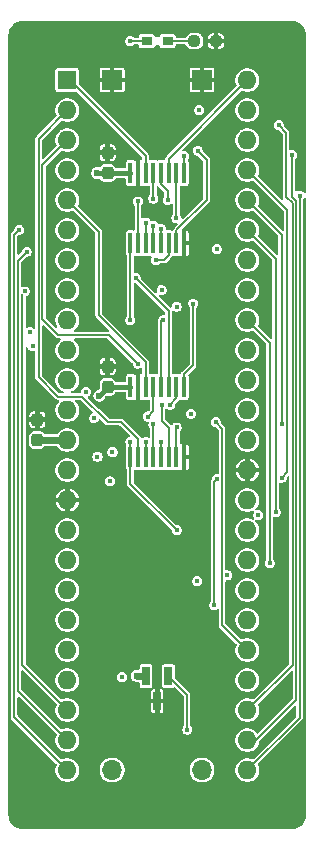
<source format=gbr>
G04 #@! TF.GenerationSoftware,KiCad,Pcbnew,9.0.6-9.0.6~ubuntu25.10.1*
G04 #@! TF.CreationDate,2025-12-24T16:01:02+09:00*
G04 #@! TF.ProjectId,bionic-mc68008,62696f6e-6963-42d6-9d63-36383030382e,2*
G04 #@! TF.SameCoordinates,Original*
G04 #@! TF.FileFunction,Copper,L1,Top*
G04 #@! TF.FilePolarity,Positive*
%FSLAX46Y46*%
G04 Gerber Fmt 4.6, Leading zero omitted, Abs format (unit mm)*
G04 Created by KiCad (PCBNEW 9.0.6-9.0.6~ubuntu25.10.1) date 2025-12-24 16:01:02*
%MOMM*%
%LPD*%
G01*
G04 APERTURE LIST*
G04 Aperture macros list*
%AMRoundRect*
0 Rectangle with rounded corners*
0 $1 Rounding radius*
0 $2 $3 $4 $5 $6 $7 $8 $9 X,Y pos of 4 corners*
0 Add a 4 corners polygon primitive as box body*
4,1,4,$2,$3,$4,$5,$6,$7,$8,$9,$2,$3,0*
0 Add four circle primitives for the rounded corners*
1,1,$1+$1,$2,$3*
1,1,$1+$1,$4,$5*
1,1,$1+$1,$6,$7*
1,1,$1+$1,$8,$9*
0 Add four rect primitives between the rounded corners*
20,1,$1+$1,$2,$3,$4,$5,0*
20,1,$1+$1,$4,$5,$6,$7,0*
20,1,$1+$1,$6,$7,$8,$9,0*
20,1,$1+$1,$8,$9,$2,$3,0*%
G04 Aperture macros list end*
G04 #@! TA.AperFunction,SMDPad,CuDef*
%ADD10RoundRect,0.237500X0.237500X-0.300000X0.237500X0.300000X-0.237500X0.300000X-0.237500X-0.300000X0*%
G04 #@! TD*
G04 #@! TA.AperFunction,SMDPad,CuDef*
%ADD11R,0.355600X1.778000*%
G04 #@! TD*
G04 #@! TA.AperFunction,SMDPad,CuDef*
%ADD12R,0.965200X0.762000*%
G04 #@! TD*
G04 #@! TA.AperFunction,SMDPad,CuDef*
%ADD13R,0.660400X1.625600*%
G04 #@! TD*
G04 #@! TA.AperFunction,SMDPad,CuDef*
%ADD14RoundRect,0.237500X-0.250000X-0.237500X0.250000X-0.237500X0.250000X0.237500X-0.250000X0.237500X0*%
G04 #@! TD*
G04 #@! TA.AperFunction,ComponentPad*
%ADD15R,1.600000X1.600000*%
G04 #@! TD*
G04 #@! TA.AperFunction,ComponentPad*
%ADD16O,1.600000X1.600000*%
G04 #@! TD*
G04 #@! TA.AperFunction,ComponentPad*
%ADD17R,1.700000X1.700000*%
G04 #@! TD*
G04 #@! TA.AperFunction,ComponentPad*
%ADD18O,1.700000X1.700000*%
G04 #@! TD*
G04 #@! TA.AperFunction,ViaPad*
%ADD19C,0.600000*%
G04 #@! TD*
G04 #@! TA.AperFunction,ViaPad*
%ADD20C,0.450000*%
G04 #@! TD*
G04 #@! TA.AperFunction,Conductor*
%ADD21C,0.150000*%
G04 #@! TD*
G04 #@! TA.AperFunction,Conductor*
%ADD22C,0.600000*%
G04 #@! TD*
G04 #@! TA.AperFunction,Conductor*
%ADD23C,0.400000*%
G04 #@! TD*
G04 APERTURE END LIST*
D10*
X109509000Y-101064200D03*
X109509000Y-99339200D03*
D11*
X111425001Y-107007800D03*
X112074999Y-107007800D03*
X112725001Y-107007800D03*
X113374999Y-107007800D03*
X114024998Y-107007800D03*
X114674999Y-107007800D03*
X115324998Y-107007800D03*
X115974999Y-107007800D03*
X115974999Y-101064200D03*
X115325001Y-101064200D03*
X114674999Y-101064200D03*
X114025001Y-101064200D03*
X113375002Y-101064200D03*
X112725001Y-101064200D03*
X112075002Y-101064200D03*
X111425001Y-101064200D03*
D10*
X103540000Y-105560000D03*
X103540000Y-103835000D03*
D12*
X114576300Y-71778000D03*
X112823700Y-71778000D03*
D10*
X109509000Y-82954000D03*
X109509000Y-81229000D03*
D13*
X114650001Y-125526000D03*
X112749999Y-125526000D03*
X113700000Y-127658000D03*
D14*
X116851500Y-71778000D03*
X118676500Y-71778000D03*
D15*
X106080000Y-75080000D03*
D16*
X106080000Y-77620000D03*
X106080000Y-80160000D03*
X106080000Y-82700000D03*
X106080000Y-85240000D03*
X106080000Y-87780000D03*
X106080000Y-90320000D03*
X106080000Y-92860000D03*
X106080000Y-95400000D03*
X106080000Y-97940000D03*
X106080000Y-100480000D03*
X106080000Y-103020000D03*
X106080000Y-105560000D03*
X106080000Y-108100000D03*
X106080000Y-110640000D03*
X106080000Y-113180000D03*
X106080000Y-115720000D03*
X106080000Y-118260000D03*
X106080000Y-120800000D03*
X106080000Y-123340000D03*
X106080000Y-125880000D03*
X106080000Y-128420000D03*
X106080000Y-130960000D03*
X106080000Y-133500000D03*
X121320000Y-133500000D03*
X121320000Y-130960000D03*
X121320000Y-128420000D03*
X121320000Y-125880000D03*
X121320000Y-123340000D03*
X121320000Y-120800000D03*
X121320000Y-118260000D03*
X121320000Y-115720000D03*
X121320000Y-113180000D03*
X121320000Y-110640000D03*
X121320000Y-108100000D03*
X121320000Y-105560000D03*
X121320000Y-103020000D03*
X121320000Y-100480000D03*
X121320000Y-97940000D03*
X121320000Y-95400000D03*
X121320000Y-92860000D03*
X121320000Y-90320000D03*
X121320000Y-87780000D03*
X121320000Y-85240000D03*
X121320000Y-82700000D03*
X121320000Y-80160000D03*
X121320000Y-77620000D03*
X121320000Y-75080000D03*
D11*
X111425001Y-88897600D03*
X112074999Y-88897600D03*
X112725001Y-88897600D03*
X113374999Y-88897600D03*
X114024998Y-88897600D03*
X114674999Y-88897600D03*
X115324998Y-88897600D03*
X115974999Y-88897600D03*
X115974999Y-82954000D03*
X115325001Y-82954000D03*
X114674999Y-82954000D03*
X114025001Y-82954000D03*
X113375002Y-82954000D03*
X112725001Y-82954000D03*
X112075002Y-82954000D03*
X111425001Y-82954000D03*
D17*
X109885400Y-75080000D03*
D18*
X109885400Y-133500000D03*
X117489200Y-133500000D03*
D17*
X117489200Y-75080000D03*
D19*
X103921000Y-102639000D03*
X109509000Y-98194000D03*
X111949000Y-125526000D03*
X108620000Y-82954000D03*
X108798000Y-101814000D03*
D20*
X111414000Y-71778000D03*
X124241000Y-104163000D03*
X122267000Y-111910000D03*
X123733000Y-111656000D03*
X108366900Y-103690400D03*
X102021700Y-87741900D03*
X109703000Y-109053600D03*
X102905000Y-96416000D03*
X124252000Y-108735000D03*
X123987000Y-78890000D03*
X103159000Y-97632200D03*
X125130000Y-81430000D03*
X102651000Y-89608800D03*
X114025000Y-87653000D03*
X112725000Y-105699700D03*
X114074751Y-102570000D03*
X114773950Y-102569950D03*
X112925000Y-103566100D03*
X109915400Y-106584190D03*
X114068300Y-92860000D03*
X110731400Y-125626000D03*
X102473200Y-92974300D03*
X108645400Y-106957000D03*
X125765000Y-84859000D03*
X117094550Y-117488950D03*
X107662600Y-101468200D03*
X116557500Y-103337500D03*
X118749000Y-108862000D03*
X118526000Y-119530000D03*
X118653000Y-104036000D03*
X117256000Y-77620000D03*
X113375000Y-87399000D03*
X114589000Y-85240000D03*
X115351000Y-113180000D03*
X111425001Y-105712400D03*
X111425000Y-95400000D03*
X123225000Y-115974000D03*
X115338300Y-94257000D03*
X115338300Y-104493200D03*
X114224999Y-95413400D03*
X115974999Y-81518900D03*
X117129000Y-81049000D03*
X119650000Y-117021750D03*
X118729200Y-89392900D03*
X113375000Y-104239300D03*
X116748000Y-94003000D03*
X113598400Y-90320000D03*
X115325000Y-86751300D03*
X111875000Y-91844000D03*
X112061301Y-85353301D03*
X112733533Y-87141612D03*
X114025000Y-105687000D03*
X112049000Y-99083000D03*
X113375002Y-85113000D03*
X116240000Y-130071000D03*
D21*
X116748000Y-94003000D02*
X116748000Y-99222700D01*
X116748000Y-99222700D02*
X115975000Y-99995700D01*
X115975000Y-99995700D02*
X115975000Y-101064200D01*
X113598400Y-90320000D02*
X114272300Y-90320000D01*
X114272300Y-90320000D02*
X114675000Y-89917300D01*
X114675000Y-89917300D02*
X114675000Y-88897600D01*
X112075000Y-107007800D02*
X112075000Y-105459000D01*
X112075000Y-105459000D02*
X110652000Y-104036000D01*
X110652000Y-104036000D02*
X109509000Y-104036000D01*
X109509000Y-104036000D02*
X107350000Y-101877000D01*
X105318000Y-101877000D02*
X103667000Y-100226000D01*
X107350000Y-101877000D02*
X105318000Y-101877000D01*
X103667000Y-80033000D02*
X106080000Y-77620000D01*
X103667000Y-100226000D02*
X103667000Y-80033000D01*
D22*
X106080000Y-105560000D02*
X103540000Y-105560000D01*
D21*
X112824000Y-71778000D02*
X112823700Y-71778000D01*
X112823700Y-71778000D02*
X111414000Y-71778000D01*
D23*
X109509000Y-101064000D02*
X111396000Y-101064000D01*
D22*
X111949000Y-125526000D02*
X112750000Y-125526000D01*
D23*
X108798000Y-101814000D02*
X109509000Y-101102000D01*
X109509000Y-101102000D02*
X109509000Y-101064200D01*
X109509000Y-82954000D02*
X108620000Y-82954000D01*
X109509000Y-101064200D02*
X109509000Y-101064000D01*
X109509000Y-82954000D02*
X111396000Y-82954000D01*
D21*
X114576000Y-71778000D02*
X116852000Y-71778000D01*
X124241000Y-88161000D02*
X121320000Y-85240000D01*
X124241000Y-104163000D02*
X124241000Y-88161000D01*
X123733000Y-111656000D02*
X123733000Y-90193000D01*
X123733000Y-90193000D02*
X121320000Y-87780000D01*
X102021700Y-87741900D02*
X101596900Y-88166700D01*
X101596900Y-129016900D02*
X106080000Y-133500000D01*
X101596900Y-88166700D02*
X101596900Y-129016900D01*
X124713000Y-86093000D02*
X121320000Y-82700000D01*
X124713000Y-108274000D02*
X124713000Y-86093000D01*
X124252000Y-108735000D02*
X124713000Y-108274000D01*
X125163000Y-85527000D02*
X125163000Y-124577000D01*
X124622000Y-84986000D02*
X125163000Y-85527000D01*
X125163000Y-124577000D02*
X121320000Y-128420000D01*
X124622000Y-79525000D02*
X124622000Y-84986000D01*
X123987000Y-78890000D02*
X124622000Y-79525000D01*
X125464000Y-127580811D02*
X122084811Y-130960000D01*
X125130000Y-84986000D02*
X125464000Y-85320000D01*
X125464000Y-85320000D02*
X125464000Y-127580811D01*
X125130000Y-81430000D02*
X125130000Y-84986000D01*
X122084811Y-130960000D02*
X121320000Y-130960000D01*
X102651000Y-89608800D02*
X101897900Y-90361900D01*
X101897900Y-90361900D02*
X101897900Y-126777900D01*
X101897900Y-126777900D02*
X106080000Y-130960000D01*
X114025000Y-87653000D02*
X114025000Y-88897600D01*
X121320000Y-75080000D02*
X114675000Y-81725000D01*
X114675000Y-81725000D02*
X114675000Y-82954000D01*
X112725000Y-105699700D02*
X112725000Y-107007800D01*
X114081000Y-103909000D02*
X114675000Y-104503000D01*
X114675000Y-104503000D02*
X114675000Y-107007800D01*
X114081000Y-102576249D02*
X114081000Y-103909000D01*
X114074751Y-102570000D02*
X114081000Y-102576249D01*
X115325000Y-102018900D02*
X115325000Y-101064200D01*
X114773950Y-102569950D02*
X115325000Y-102018900D01*
X113375000Y-103116100D02*
X113375000Y-101064200D01*
X112925000Y-103566100D02*
X113375000Y-103116100D01*
X102282700Y-124622700D02*
X106080000Y-128420000D01*
X102282700Y-93164800D02*
X102282700Y-124622700D01*
X125765000Y-84859000D02*
X125765000Y-129055000D01*
X125765000Y-129055000D02*
X121320000Y-133500000D01*
X118526000Y-119530000D02*
X118526000Y-109085000D01*
X118526000Y-109085000D02*
X118749000Y-108862000D01*
X119200000Y-121220000D02*
X121320000Y-123340000D01*
X118653000Y-104036000D02*
X119200000Y-104583000D01*
X119200000Y-104583000D02*
X119200000Y-121220000D01*
X113375000Y-87399000D02*
X113375000Y-88897600D01*
X114589000Y-84478000D02*
X114025000Y-83914000D01*
X114025000Y-83914000D02*
X114025000Y-82954000D01*
X114589000Y-85240000D02*
X114589000Y-84478000D01*
X111425000Y-95400000D02*
X111425000Y-88897600D01*
X115351000Y-113180000D02*
X111425000Y-109254000D01*
X111425000Y-109254000D02*
X111425000Y-107007800D01*
X111425001Y-105712400D02*
X111425001Y-107007800D01*
X123225000Y-97305000D02*
X121320000Y-95400000D01*
X123225000Y-115974000D02*
X123225000Y-97305000D01*
X115338300Y-104493200D02*
X115325600Y-104505900D01*
X115325600Y-104505900D02*
X115325600Y-107007200D01*
X115325600Y-107007200D02*
X115325000Y-107007800D01*
X114025000Y-95442600D02*
X114025000Y-101064200D01*
X114224999Y-95413400D02*
X114054200Y-95413400D01*
X114054200Y-95413400D02*
X114025000Y-95442600D01*
X115974999Y-82953999D02*
X115975000Y-82954000D01*
X115974999Y-81518900D02*
X115974999Y-82953999D01*
X117891000Y-81811000D02*
X117891000Y-85240650D01*
X115325000Y-87806650D02*
X115325000Y-88897600D01*
X117129000Y-81049000D02*
X117891000Y-81811000D01*
X117891000Y-85240650D02*
X115325000Y-87806650D01*
X113375000Y-104239300D02*
X113375000Y-107007800D01*
X115325000Y-86751300D02*
X115325000Y-82954000D01*
X114674999Y-94643999D02*
X114674999Y-101064200D01*
X111875000Y-91844000D02*
X114674999Y-94643999D01*
X112075000Y-85367000D02*
X112075000Y-88897600D01*
X112061301Y-85353301D02*
X112075000Y-85367000D01*
X112725001Y-87150144D02*
X112725001Y-88897600D01*
X112725000Y-88897600D02*
X112725001Y-88897600D01*
X112733533Y-87141612D02*
X112725001Y-87150144D01*
X103968000Y-95320000D02*
X105318000Y-96670000D01*
X109636000Y-96670000D02*
X112049000Y-99083000D01*
X105318000Y-96670000D02*
X109636000Y-96670000D01*
X114025000Y-105687000D02*
X114025000Y-107007800D01*
X103968000Y-82272000D02*
X103968000Y-95320000D01*
X106080000Y-80160000D02*
X103968000Y-82272000D01*
X113375002Y-85113000D02*
X113375002Y-82954000D01*
X108747000Y-87907000D02*
X108747000Y-94977500D01*
X112725000Y-98955500D02*
X112725000Y-101064200D01*
X108747000Y-94977500D02*
X112725000Y-98955500D01*
X106080000Y-85240000D02*
X108747000Y-87907000D01*
X116240000Y-127150000D02*
X114650000Y-125560000D01*
X116240000Y-130071000D02*
X116240000Y-127150000D01*
X114650000Y-125560000D02*
X114650000Y-125526000D01*
X112725001Y-82954000D02*
X112725000Y-82954000D01*
X112725001Y-81500596D02*
X106304405Y-75080000D01*
X106304405Y-75080000D02*
X106080000Y-75080000D01*
X112725001Y-82954000D02*
X112725001Y-81500596D01*
G04 #@! TA.AperFunction,Conductor*
G36*
X104111503Y-95853118D02*
G01*
X105161941Y-96903557D01*
X105191595Y-96915839D01*
X105191597Y-96915841D01*
X105191598Y-96915841D01*
X105227399Y-96930670D01*
X105263200Y-96945500D01*
X105441163Y-96945500D01*
X105499354Y-96964407D01*
X105535318Y-97013907D01*
X105535318Y-97075093D01*
X105499354Y-97124593D01*
X105496165Y-97126815D01*
X105442218Y-97162861D01*
X105442214Y-97162864D01*
X105302864Y-97302214D01*
X105302861Y-97302218D01*
X105193367Y-97466086D01*
X105117949Y-97648163D01*
X105117949Y-97648165D01*
X105079500Y-97841456D01*
X105079500Y-98038543D01*
X105117949Y-98231834D01*
X105117949Y-98231836D01*
X105193367Y-98413913D01*
X105193368Y-98413914D01*
X105302861Y-98577782D01*
X105442218Y-98717139D01*
X105606086Y-98826632D01*
X105788165Y-98902051D01*
X105981459Y-98940500D01*
X105981460Y-98940500D01*
X106178540Y-98940500D01*
X106178541Y-98940500D01*
X106371835Y-98902051D01*
X106553914Y-98826632D01*
X106717782Y-98717139D01*
X106857139Y-98577782D01*
X106966632Y-98413914D01*
X107042051Y-98231835D01*
X107080500Y-98038541D01*
X107080500Y-97841459D01*
X107042051Y-97648165D01*
X106966632Y-97466086D01*
X106857139Y-97302218D01*
X106717782Y-97162861D01*
X106663834Y-97126814D01*
X106625956Y-97078765D01*
X106623554Y-97017627D01*
X106657547Y-96966753D01*
X106714951Y-96945576D01*
X106718837Y-96945500D01*
X109480877Y-96945500D01*
X109539068Y-96964407D01*
X109550881Y-96974496D01*
X111594504Y-99018119D01*
X111622281Y-99072636D01*
X111623500Y-99088123D01*
X111623500Y-99139018D01*
X111623549Y-99139200D01*
X111652498Y-99247241D01*
X111696504Y-99323460D01*
X111708515Y-99344263D01*
X111787737Y-99423485D01*
X111787739Y-99423486D01*
X111884759Y-99479501D01*
X111884757Y-99479501D01*
X111884761Y-99479502D01*
X111884763Y-99479503D01*
X111992982Y-99508500D01*
X111992984Y-99508500D01*
X112105016Y-99508500D01*
X112105018Y-99508500D01*
X112213237Y-99479503D01*
X112301000Y-99428832D01*
X112360848Y-99416111D01*
X112416743Y-99440997D01*
X112447336Y-99493985D01*
X112449500Y-99514569D01*
X112449500Y-99889775D01*
X112430593Y-99947966D01*
X112381093Y-99983930D01*
X112331186Y-99986873D01*
X112272502Y-99975200D01*
X112252803Y-99975200D01*
X112252802Y-99975201D01*
X112252802Y-102153199D01*
X112252803Y-102153200D01*
X112272499Y-102153200D01*
X112272502Y-102153199D01*
X112330836Y-102141596D01*
X112344547Y-102132435D01*
X112403435Y-102115825D01*
X112454551Y-102132432D01*
X112468970Y-102142067D01*
X112504961Y-102149226D01*
X112527442Y-102153698D01*
X112527447Y-102153698D01*
X112527453Y-102153700D01*
X112527454Y-102153700D01*
X112922548Y-102153700D01*
X112922549Y-102153700D01*
X112922550Y-102153699D01*
X112922556Y-102153699D01*
X112945041Y-102149226D01*
X112981032Y-102142067D01*
X112981033Y-102142065D01*
X112981184Y-102142036D01*
X113041945Y-102149226D01*
X113086876Y-102190757D01*
X113099500Y-102239133D01*
X113099500Y-102960976D01*
X113097031Y-102968573D01*
X113098281Y-102976463D01*
X113087756Y-102997118D01*
X113080593Y-103019167D01*
X113070504Y-103030980D01*
X112989880Y-103111604D01*
X112935363Y-103139381D01*
X112919876Y-103140600D01*
X112868982Y-103140600D01*
X112802748Y-103158347D01*
X112760758Y-103169598D01*
X112663739Y-103225613D01*
X112584513Y-103304839D01*
X112528498Y-103401858D01*
X112528497Y-103401863D01*
X112499500Y-103510082D01*
X112499500Y-103622118D01*
X112514470Y-103677986D01*
X112528498Y-103730341D01*
X112584513Y-103827360D01*
X112584515Y-103827363D01*
X112663737Y-103906585D01*
X112692515Y-103923200D01*
X112760759Y-103962601D01*
X112760757Y-103962601D01*
X112760761Y-103962602D01*
X112760763Y-103962603D01*
X112868982Y-103991600D01*
X112868984Y-103991600D01*
X112871842Y-103991600D01*
X112873789Y-103992232D01*
X112875416Y-103992447D01*
X112875376Y-103992748D01*
X112930033Y-104010507D01*
X112965997Y-104060007D01*
X112967468Y-104116220D01*
X112949500Y-104183282D01*
X112949500Y-104295318D01*
X112971249Y-104376486D01*
X112978498Y-104403541D01*
X113034513Y-104500560D01*
X113034515Y-104500563D01*
X113070505Y-104536553D01*
X113098281Y-104591068D01*
X113099500Y-104606555D01*
X113099500Y-105253119D01*
X113080593Y-105311310D01*
X113031093Y-105347274D01*
X112969907Y-105347274D01*
X112951000Y-105338856D01*
X112889238Y-105303197D01*
X112852558Y-105293369D01*
X112781018Y-105274200D01*
X112668982Y-105274200D01*
X112602748Y-105291947D01*
X112560758Y-105303198D01*
X112458118Y-105362459D01*
X112457063Y-105360632D01*
X112408347Y-105377881D01*
X112349682Y-105360500D01*
X112314298Y-105316802D01*
X112308557Y-105302942D01*
X112273778Y-105268163D01*
X112231058Y-105225442D01*
X112231058Y-105225443D01*
X110808058Y-103802443D01*
X110808056Y-103802442D01*
X110808055Y-103802441D01*
X110791393Y-103795539D01*
X110791393Y-103795540D01*
X110706800Y-103760500D01*
X110706799Y-103760500D01*
X109664124Y-103760500D01*
X109605933Y-103741593D01*
X109594120Y-103731504D01*
X108752615Y-102889999D01*
X107854973Y-101992358D01*
X107827197Y-101937842D01*
X107836768Y-101877410D01*
X107875475Y-101836621D01*
X107923863Y-101808685D01*
X107984440Y-101748108D01*
X108297500Y-101748108D01*
X108297500Y-101879892D01*
X108313028Y-101937842D01*
X108331609Y-102007190D01*
X108397496Y-102121309D01*
X108397498Y-102121311D01*
X108397500Y-102121314D01*
X108490686Y-102214500D01*
X108490688Y-102214501D01*
X108490690Y-102214503D01*
X108604810Y-102280390D01*
X108604808Y-102280390D01*
X108604812Y-102280391D01*
X108604814Y-102280392D01*
X108732108Y-102314500D01*
X108732110Y-102314500D01*
X108863890Y-102314500D01*
X108863892Y-102314500D01*
X108991186Y-102280392D01*
X108991188Y-102280390D01*
X108991190Y-102280390D01*
X109105309Y-102214503D01*
X109105309Y-102214502D01*
X109105314Y-102214500D01*
X109198500Y-102121314D01*
X109198503Y-102121309D01*
X109264390Y-102007190D01*
X109264390Y-102007188D01*
X109264392Y-102007186D01*
X109291756Y-101905059D01*
X109317330Y-101860730D01*
X109346774Y-101831245D01*
X109401271Y-101803430D01*
X109416826Y-101802200D01*
X109799262Y-101802200D01*
X109799265Y-101802199D01*
X109828849Y-101799425D01*
X109953475Y-101755816D01*
X110059711Y-101677411D01*
X110138116Y-101571175D01*
X110151507Y-101532907D01*
X110152244Y-101530802D01*
X110189310Y-101482121D01*
X110245688Y-101464500D01*
X110947701Y-101464500D01*
X111005892Y-101483407D01*
X111041856Y-101532907D01*
X111046701Y-101563500D01*
X111046701Y-101972946D01*
X111046702Y-101972958D01*
X111058333Y-102031427D01*
X111058335Y-102031433D01*
X111102646Y-102097748D01*
X111102649Y-102097752D01*
X111168970Y-102142067D01*
X111204961Y-102149226D01*
X111227442Y-102153698D01*
X111227447Y-102153698D01*
X111227453Y-102153700D01*
X111227454Y-102153700D01*
X111622548Y-102153700D01*
X111622549Y-102153700D01*
X111681032Y-102142067D01*
X111695449Y-102132433D01*
X111754335Y-102115824D01*
X111805454Y-102132434D01*
X111819165Y-102141595D01*
X111819165Y-102141596D01*
X111877501Y-102153199D01*
X111877505Y-102153200D01*
X111897201Y-102153200D01*
X111897202Y-102153199D01*
X111897202Y-99975201D01*
X111897201Y-99975200D01*
X111877501Y-99975200D01*
X111819165Y-99986803D01*
X111819164Y-99986804D01*
X111805449Y-99995968D01*
X111746560Y-100012575D01*
X111695447Y-99995965D01*
X111693724Y-99994814D01*
X111681032Y-99986333D01*
X111681028Y-99986332D01*
X111622559Y-99974701D01*
X111622549Y-99974700D01*
X111227453Y-99974700D01*
X111227452Y-99974700D01*
X111227442Y-99974701D01*
X111168973Y-99986332D01*
X111168967Y-99986334D01*
X111102652Y-100030645D01*
X111102646Y-100030651D01*
X111058335Y-100096966D01*
X111058333Y-100096972D01*
X111046702Y-100155441D01*
X111046701Y-100155453D01*
X111046701Y-100564500D01*
X111027794Y-100622691D01*
X110978294Y-100658655D01*
X110947701Y-100663500D01*
X110245548Y-100663500D01*
X110187357Y-100644593D01*
X110152104Y-100597198D01*
X110138117Y-100557227D01*
X110138114Y-100557221D01*
X110059714Y-100450993D01*
X110059713Y-100450992D01*
X110059711Y-100450989D01*
X110059706Y-100450985D01*
X109953476Y-100372584D01*
X109828852Y-100328976D01*
X109828851Y-100328975D01*
X109828849Y-100328975D01*
X109828847Y-100328974D01*
X109828844Y-100328974D01*
X109799266Y-100326200D01*
X109799256Y-100326200D01*
X109218744Y-100326200D01*
X109218733Y-100326200D01*
X109189155Y-100328974D01*
X109189147Y-100328976D01*
X109064523Y-100372584D01*
X108958293Y-100450985D01*
X108958285Y-100450993D01*
X108879884Y-100557223D01*
X108836276Y-100681847D01*
X108836274Y-100681855D01*
X108833500Y-100711433D01*
X108833500Y-101170691D01*
X108831042Y-101178254D01*
X108832292Y-101186109D01*
X108821767Y-101206800D01*
X108814593Y-101228882D01*
X108804553Y-101240645D01*
X108750461Y-101294813D01*
X108706032Y-101320485D01*
X108604814Y-101347607D01*
X108604810Y-101347609D01*
X108490690Y-101413496D01*
X108397496Y-101506690D01*
X108331609Y-101620809D01*
X108316444Y-101677406D01*
X108297500Y-101748108D01*
X107984440Y-101748108D01*
X108003085Y-101729463D01*
X108033138Y-101677411D01*
X108059101Y-101632441D01*
X108059101Y-101632439D01*
X108059103Y-101632437D01*
X108088100Y-101524218D01*
X108088100Y-101412182D01*
X108059103Y-101303963D01*
X108059101Y-101303960D01*
X108059101Y-101303958D01*
X108003086Y-101206939D01*
X108003085Y-101206937D01*
X107923863Y-101127715D01*
X107906657Y-101117781D01*
X107826840Y-101071698D01*
X107826842Y-101071698D01*
X107784851Y-101060447D01*
X107718618Y-101042700D01*
X107606582Y-101042700D01*
X107540348Y-101060447D01*
X107498358Y-101071698D01*
X107401339Y-101127713D01*
X107322113Y-101206939D01*
X107266098Y-101303958D01*
X107237100Y-101412183D01*
X107237100Y-101502500D01*
X107218193Y-101560691D01*
X107168693Y-101596655D01*
X107138100Y-101601500D01*
X106484598Y-101601500D01*
X106426407Y-101582593D01*
X106390443Y-101533093D01*
X106390443Y-101471907D01*
X106426407Y-101422407D01*
X106446713Y-101411036D01*
X106486038Y-101394746D01*
X106553914Y-101366632D01*
X106717782Y-101257139D01*
X106857139Y-101117782D01*
X106966632Y-100953914D01*
X107042051Y-100771835D01*
X107080500Y-100578541D01*
X107080500Y-100381459D01*
X107042051Y-100188165D01*
X106966632Y-100006086D01*
X106857139Y-99842218D01*
X106717782Y-99702861D01*
X106553914Y-99593368D01*
X106544955Y-99589657D01*
X106544954Y-99589656D01*
X106423143Y-99539201D01*
X108834000Y-99539201D01*
X108834000Y-99691901D01*
X108836771Y-99721458D01*
X108836772Y-99721459D01*
X108880330Y-99845940D01*
X108958641Y-99952048D01*
X108958651Y-99952058D01*
X109064759Y-100030369D01*
X109189240Y-100073927D01*
X109189241Y-100073928D01*
X109218799Y-100076700D01*
X109308999Y-100076700D01*
X109309000Y-100076699D01*
X109309000Y-99539201D01*
X109709000Y-99539201D01*
X109709000Y-100076699D01*
X109709001Y-100076700D01*
X109799201Y-100076700D01*
X109828758Y-100073928D01*
X109828759Y-100073927D01*
X109953240Y-100030369D01*
X110059348Y-99952058D01*
X110059358Y-99952048D01*
X110137669Y-99845940D01*
X110181227Y-99721459D01*
X110181228Y-99721458D01*
X110184000Y-99691901D01*
X110184000Y-99539201D01*
X110183999Y-99539200D01*
X109709001Y-99539200D01*
X109709000Y-99539201D01*
X109309000Y-99539201D01*
X109308999Y-99539200D01*
X108834001Y-99539200D01*
X108834000Y-99539201D01*
X106423143Y-99539201D01*
X106371835Y-99517949D01*
X106178543Y-99479500D01*
X106178541Y-99479500D01*
X105981459Y-99479500D01*
X105981456Y-99479500D01*
X105788165Y-99517949D01*
X105788163Y-99517949D01*
X105606086Y-99593367D01*
X105442218Y-99702861D01*
X105442214Y-99702864D01*
X105302864Y-99842214D01*
X105302861Y-99842218D01*
X105193367Y-100006086D01*
X105117949Y-100188163D01*
X105117949Y-100188165D01*
X105079500Y-100381456D01*
X105079500Y-100578543D01*
X105117949Y-100771834D01*
X105117949Y-100771836D01*
X105193367Y-100953913D01*
X105193368Y-100953914D01*
X105302861Y-101117782D01*
X105442218Y-101257139D01*
X105577613Y-101347607D01*
X105606086Y-101366632D01*
X105713287Y-101411036D01*
X105759813Y-101450772D01*
X105774097Y-101510267D01*
X105750682Y-101566795D01*
X105698514Y-101598765D01*
X105675402Y-101601500D01*
X105473124Y-101601500D01*
X105414933Y-101582593D01*
X105403120Y-101572504D01*
X103971496Y-100140880D01*
X103943719Y-100086363D01*
X103942500Y-100070876D01*
X103942500Y-98986498D01*
X108834000Y-98986498D01*
X108834000Y-99139199D01*
X108834001Y-99139200D01*
X109308999Y-99139200D01*
X109309000Y-99139199D01*
X109309000Y-98601701D01*
X109709000Y-98601701D01*
X109709000Y-99139199D01*
X109709001Y-99139200D01*
X110183999Y-99139200D01*
X110184000Y-99139199D01*
X110184000Y-98986498D01*
X110181228Y-98956941D01*
X110181227Y-98956940D01*
X110137669Y-98832459D01*
X110059358Y-98726351D01*
X110059348Y-98726341D01*
X109953240Y-98648030D01*
X109828759Y-98604472D01*
X109828758Y-98604471D01*
X109799201Y-98601700D01*
X109709001Y-98601700D01*
X109709000Y-98601701D01*
X109309000Y-98601701D01*
X109308999Y-98601700D01*
X109218799Y-98601700D01*
X109189241Y-98604471D01*
X109189240Y-98604472D01*
X109064759Y-98648030D01*
X108958651Y-98726341D01*
X108958641Y-98726351D01*
X108880330Y-98832459D01*
X108836772Y-98956940D01*
X108836771Y-98956941D01*
X108834000Y-98986498D01*
X103942500Y-98986498D01*
X103942500Y-95923123D01*
X103961407Y-95864932D01*
X104010907Y-95828968D01*
X104072093Y-95828968D01*
X104111503Y-95853118D01*
G37*
G04 #@! TD.AperFunction*
G04 #@! TA.AperFunction,Conductor*
G36*
X125134309Y-70100877D02*
G01*
X125324457Y-70117512D01*
X125341437Y-70120505D01*
X125521635Y-70168789D01*
X125537839Y-70174687D01*
X125706902Y-70253523D01*
X125721842Y-70262149D01*
X125874641Y-70369140D01*
X125887861Y-70380232D01*
X126019767Y-70512138D01*
X126030859Y-70525358D01*
X126137850Y-70678157D01*
X126146478Y-70693101D01*
X126225308Y-70862151D01*
X126231211Y-70878368D01*
X126279492Y-71058555D01*
X126282488Y-71075550D01*
X126299123Y-71265690D01*
X126299500Y-71274318D01*
X126299500Y-84564308D01*
X126280593Y-84622499D01*
X126231093Y-84658463D01*
X126169907Y-84658463D01*
X126120407Y-84622499D01*
X126114764Y-84613809D01*
X126108072Y-84602218D01*
X126105485Y-84597737D01*
X126026263Y-84518515D01*
X126026260Y-84518513D01*
X125929240Y-84462498D01*
X125929242Y-84462498D01*
X125872905Y-84447403D01*
X125821018Y-84433500D01*
X125708982Y-84433500D01*
X125657095Y-84447403D01*
X125600758Y-84462498D01*
X125554000Y-84489495D01*
X125494152Y-84502217D01*
X125438256Y-84477331D01*
X125407663Y-84424343D01*
X125405500Y-84403759D01*
X125405500Y-81797255D01*
X125424407Y-81739064D01*
X125434490Y-81727257D01*
X125470485Y-81691263D01*
X125526503Y-81594237D01*
X125555500Y-81486018D01*
X125555500Y-81373982D01*
X125526503Y-81265763D01*
X125526501Y-81265760D01*
X125526501Y-81265758D01*
X125470486Y-81168739D01*
X125470485Y-81168737D01*
X125391263Y-81089515D01*
X125383242Y-81084884D01*
X125294240Y-81033498D01*
X125294242Y-81033498D01*
X125252251Y-81022247D01*
X125186018Y-81004500D01*
X125073982Y-81004500D01*
X125022121Y-81018395D01*
X124961021Y-81015193D01*
X124913472Y-80976688D01*
X124897500Y-80922769D01*
X124897500Y-79470200D01*
X124861323Y-79382860D01*
X124861322Y-79382858D01*
X124855559Y-79368943D01*
X124855557Y-79368941D01*
X124441496Y-78954879D01*
X124413719Y-78900363D01*
X124412500Y-78884876D01*
X124412500Y-78833983D01*
X124412500Y-78833982D01*
X124383503Y-78725763D01*
X124383501Y-78725760D01*
X124383501Y-78725758D01*
X124327486Y-78628739D01*
X124327485Y-78628737D01*
X124248263Y-78549515D01*
X124243282Y-78546639D01*
X124151240Y-78493498D01*
X124151242Y-78493498D01*
X124109251Y-78482247D01*
X124043018Y-78464500D01*
X123930982Y-78464500D01*
X123864748Y-78482247D01*
X123822758Y-78493498D01*
X123725739Y-78549513D01*
X123646513Y-78628739D01*
X123590498Y-78725758D01*
X123590497Y-78725763D01*
X123561500Y-78833982D01*
X123561500Y-78946018D01*
X123587072Y-79041455D01*
X123590498Y-79054241D01*
X123646513Y-79151260D01*
X123646515Y-79151263D01*
X123725737Y-79230485D01*
X123725739Y-79230486D01*
X123822759Y-79286501D01*
X123822757Y-79286501D01*
X123822761Y-79286502D01*
X123822763Y-79286503D01*
X123930982Y-79315500D01*
X123981877Y-79315500D01*
X124040068Y-79334407D01*
X124051881Y-79344496D01*
X124317504Y-79610119D01*
X124345281Y-79664636D01*
X124346500Y-79680123D01*
X124346500Y-85040800D01*
X124361984Y-85078181D01*
X124365399Y-85086425D01*
X124370200Y-85147422D01*
X124338231Y-85199591D01*
X124281703Y-85223006D01*
X124222208Y-85208723D01*
X124203931Y-85194315D01*
X122246639Y-83237024D01*
X122218862Y-83182507D01*
X122225178Y-83129138D01*
X122282051Y-82991835D01*
X122320500Y-82798541D01*
X122320500Y-82601459D01*
X122282051Y-82408165D01*
X122206632Y-82226086D01*
X122097139Y-82062218D01*
X121957782Y-81922861D01*
X121830428Y-81837766D01*
X121793913Y-81813367D01*
X121611835Y-81737949D01*
X121418543Y-81699500D01*
X121418541Y-81699500D01*
X121221459Y-81699500D01*
X121221456Y-81699500D01*
X121028165Y-81737949D01*
X121028163Y-81737949D01*
X120846086Y-81813367D01*
X120682218Y-81922861D01*
X120682214Y-81922864D01*
X120542864Y-82062214D01*
X120542861Y-82062218D01*
X120433367Y-82226086D01*
X120357949Y-82408163D01*
X120357949Y-82408165D01*
X120319500Y-82601456D01*
X120319500Y-82798543D01*
X120357949Y-82991834D01*
X120357949Y-82991836D01*
X120433367Y-83173913D01*
X120469699Y-83228288D01*
X120542861Y-83337782D01*
X120682218Y-83477139D01*
X120846086Y-83586632D01*
X121028165Y-83662051D01*
X121221459Y-83700500D01*
X121221460Y-83700500D01*
X121418540Y-83700500D01*
X121418541Y-83700500D01*
X121611835Y-83662051D01*
X121749137Y-83605178D01*
X121810131Y-83600378D01*
X121857024Y-83626639D01*
X124408504Y-86178119D01*
X124436281Y-86232636D01*
X124437500Y-86248123D01*
X124437500Y-87728876D01*
X124418593Y-87787067D01*
X124369093Y-87823031D01*
X124307907Y-87823031D01*
X124268496Y-87798880D01*
X122246639Y-85777024D01*
X122218862Y-85722507D01*
X122225178Y-85669138D01*
X122282051Y-85531835D01*
X122320500Y-85338541D01*
X122320500Y-85141459D01*
X122282051Y-84948165D01*
X122206632Y-84766086D01*
X122097139Y-84602218D01*
X121957782Y-84462861D01*
X121793914Y-84353368D01*
X121793915Y-84353368D01*
X121793913Y-84353367D01*
X121611835Y-84277949D01*
X121418543Y-84239500D01*
X121418541Y-84239500D01*
X121221459Y-84239500D01*
X121221456Y-84239500D01*
X121028165Y-84277949D01*
X121028163Y-84277949D01*
X120846086Y-84353367D01*
X120682218Y-84462861D01*
X120682214Y-84462864D01*
X120542864Y-84602214D01*
X120542861Y-84602218D01*
X120433367Y-84766086D01*
X120357949Y-84948163D01*
X120357949Y-84948165D01*
X120319500Y-85141456D01*
X120319500Y-85338543D01*
X120333578Y-85409317D01*
X120353506Y-85509501D01*
X120357949Y-85531834D01*
X120357949Y-85531836D01*
X120433367Y-85713913D01*
X120446959Y-85734255D01*
X120542861Y-85877782D01*
X120682218Y-86017139D01*
X120846086Y-86126632D01*
X121028165Y-86202051D01*
X121221459Y-86240500D01*
X121221460Y-86240500D01*
X121418540Y-86240500D01*
X121418541Y-86240500D01*
X121611835Y-86202051D01*
X121749137Y-86145178D01*
X121810131Y-86140378D01*
X121857024Y-86166639D01*
X123936504Y-88246119D01*
X123964281Y-88300636D01*
X123965500Y-88316123D01*
X123965500Y-89796876D01*
X123946593Y-89855067D01*
X123897093Y-89891031D01*
X123835907Y-89891031D01*
X123796496Y-89866880D01*
X122246639Y-88317024D01*
X122218862Y-88262507D01*
X122225178Y-88209138D01*
X122282051Y-88071835D01*
X122320500Y-87878541D01*
X122320500Y-87681459D01*
X122282051Y-87488165D01*
X122206632Y-87306086D01*
X122097139Y-87142218D01*
X121957782Y-87002861D01*
X121793914Y-86893368D01*
X121793915Y-86893368D01*
X121793913Y-86893367D01*
X121611835Y-86817949D01*
X121418543Y-86779500D01*
X121418541Y-86779500D01*
X121221459Y-86779500D01*
X121221456Y-86779500D01*
X121028165Y-86817949D01*
X121028163Y-86817949D01*
X120846086Y-86893367D01*
X120682218Y-87002861D01*
X120682214Y-87002864D01*
X120542864Y-87142214D01*
X120542861Y-87142218D01*
X120433367Y-87306086D01*
X120357949Y-87488163D01*
X120357949Y-87488165D01*
X120319500Y-87681456D01*
X120319500Y-87878543D01*
X120357949Y-88071834D01*
X120357949Y-88071836D01*
X120433367Y-88253913D01*
X120454593Y-88285680D01*
X120542861Y-88417782D01*
X120682218Y-88557139D01*
X120846086Y-88666632D01*
X121028165Y-88742051D01*
X121221459Y-88780500D01*
X121221460Y-88780500D01*
X121418540Y-88780500D01*
X121418541Y-88780500D01*
X121611835Y-88742051D01*
X121749137Y-88685178D01*
X121810131Y-88680378D01*
X121857024Y-88706639D01*
X123428504Y-90278119D01*
X123456281Y-90332636D01*
X123457500Y-90348123D01*
X123457500Y-96908877D01*
X123438593Y-96967068D01*
X123389093Y-97003032D01*
X123327907Y-97003032D01*
X123288496Y-96978881D01*
X122246639Y-95937024D01*
X122218862Y-95882507D01*
X122225178Y-95829138D01*
X122282051Y-95691835D01*
X122320500Y-95498541D01*
X122320500Y-95301459D01*
X122282051Y-95108165D01*
X122206632Y-94926086D01*
X122097139Y-94762218D01*
X121957782Y-94622861D01*
X121801240Y-94518263D01*
X121793913Y-94513367D01*
X121611835Y-94437949D01*
X121418543Y-94399500D01*
X121418541Y-94399500D01*
X121221459Y-94399500D01*
X121221456Y-94399500D01*
X121028165Y-94437949D01*
X121028163Y-94437949D01*
X120846086Y-94513367D01*
X120682218Y-94622861D01*
X120682214Y-94622864D01*
X120542864Y-94762214D01*
X120542861Y-94762218D01*
X120433367Y-94926086D01*
X120357949Y-95108163D01*
X120357949Y-95108165D01*
X120319500Y-95301456D01*
X120319500Y-95498543D01*
X120345132Y-95627403D01*
X120356413Y-95684115D01*
X120357949Y-95691834D01*
X120357949Y-95691836D01*
X120433367Y-95873913D01*
X120466248Y-95923123D01*
X120542861Y-96037782D01*
X120682218Y-96177139D01*
X120846086Y-96286632D01*
X121028165Y-96362051D01*
X121221459Y-96400500D01*
X121221460Y-96400500D01*
X121418540Y-96400500D01*
X121418541Y-96400500D01*
X121611835Y-96362051D01*
X121749137Y-96305178D01*
X121810131Y-96300378D01*
X121857024Y-96326639D01*
X122920504Y-97390119D01*
X122948281Y-97444636D01*
X122949500Y-97460123D01*
X122949500Y-115606744D01*
X122930593Y-115664935D01*
X122920504Y-115676747D01*
X122884514Y-115712737D01*
X122828498Y-115809758D01*
X122828497Y-115809763D01*
X122799500Y-115917982D01*
X122799500Y-116030018D01*
X122825072Y-116125455D01*
X122828498Y-116138241D01*
X122884513Y-116235260D01*
X122884515Y-116235263D01*
X122963737Y-116314485D01*
X122963739Y-116314486D01*
X123060759Y-116370501D01*
X123060757Y-116370501D01*
X123060761Y-116370502D01*
X123060763Y-116370503D01*
X123168982Y-116399500D01*
X123168984Y-116399500D01*
X123281016Y-116399500D01*
X123281018Y-116399500D01*
X123389237Y-116370503D01*
X123389239Y-116370501D01*
X123389241Y-116370501D01*
X123418064Y-116353859D01*
X123486263Y-116314485D01*
X123565485Y-116235263D01*
X123621503Y-116138237D01*
X123650500Y-116030018D01*
X123650500Y-115917982D01*
X123621503Y-115809763D01*
X123621501Y-115809760D01*
X123621501Y-115809758D01*
X123565485Y-115712737D01*
X123529496Y-115676747D01*
X123501719Y-115622230D01*
X123500500Y-115606744D01*
X123500500Y-112163231D01*
X123519407Y-112105040D01*
X123568907Y-112069076D01*
X123625121Y-112067604D01*
X123676982Y-112081500D01*
X123676984Y-112081500D01*
X123789016Y-112081500D01*
X123789018Y-112081500D01*
X123897237Y-112052503D01*
X123897239Y-112052501D01*
X123897241Y-112052501D01*
X123926064Y-112035859D01*
X123994263Y-111996485D01*
X124073485Y-111917263D01*
X124129503Y-111820237D01*
X124158500Y-111712018D01*
X124158500Y-111599982D01*
X124129503Y-111491763D01*
X124129501Y-111491760D01*
X124129501Y-111491758D01*
X124073485Y-111394737D01*
X124037496Y-111358747D01*
X124009719Y-111304230D01*
X124008500Y-111288744D01*
X124008500Y-109239283D01*
X124027407Y-109181092D01*
X124076907Y-109145128D01*
X124133122Y-109143657D01*
X124195982Y-109160500D01*
X124195983Y-109160500D01*
X124308016Y-109160500D01*
X124308018Y-109160500D01*
X124416237Y-109131503D01*
X124416239Y-109131501D01*
X124416241Y-109131501D01*
X124454146Y-109109616D01*
X124513263Y-109075485D01*
X124592485Y-108996263D01*
X124639363Y-108915068D01*
X124648501Y-108899241D01*
X124648501Y-108899239D01*
X124648503Y-108899237D01*
X124677500Y-108791018D01*
X124677500Y-108740123D01*
X124679968Y-108732525D01*
X124678719Y-108724636D01*
X124689243Y-108703980D01*
X124696407Y-108681932D01*
X124706496Y-108670119D01*
X124718496Y-108658119D01*
X124773013Y-108630342D01*
X124833445Y-108639913D01*
X124876710Y-108683178D01*
X124887500Y-108728123D01*
X124887500Y-124421876D01*
X124868593Y-124480067D01*
X124858504Y-124491880D01*
X121857023Y-127493360D01*
X121802506Y-127521137D01*
X121749135Y-127514820D01*
X121632952Y-127466696D01*
X121611833Y-127457948D01*
X121418543Y-127419500D01*
X121418541Y-127419500D01*
X121221459Y-127419500D01*
X121221456Y-127419500D01*
X121028165Y-127457949D01*
X121028163Y-127457949D01*
X120846086Y-127533367D01*
X120682218Y-127642861D01*
X120682214Y-127642864D01*
X120542864Y-127782214D01*
X120542861Y-127782218D01*
X120433367Y-127946086D01*
X120357949Y-128128163D01*
X120357949Y-128128165D01*
X120319500Y-128321456D01*
X120319500Y-128518543D01*
X120357949Y-128711834D01*
X120357949Y-128711836D01*
X120433367Y-128893913D01*
X120439295Y-128902785D01*
X120542861Y-129057782D01*
X120682218Y-129197139D01*
X120846086Y-129306632D01*
X121028165Y-129382051D01*
X121221459Y-129420500D01*
X121221460Y-129420500D01*
X121418540Y-129420500D01*
X121418541Y-129420500D01*
X121611835Y-129382051D01*
X121793914Y-129306632D01*
X121957782Y-129197139D01*
X122097139Y-129057782D01*
X122206632Y-128893914D01*
X122282051Y-128711835D01*
X122320500Y-128518541D01*
X122320500Y-128321459D01*
X122282051Y-128128165D01*
X122225178Y-127990862D01*
X122220378Y-127929867D01*
X122246637Y-127882976D01*
X125019497Y-125110117D01*
X125074013Y-125082341D01*
X125134445Y-125091912D01*
X125177710Y-125135177D01*
X125188500Y-125180122D01*
X125188500Y-127425687D01*
X125169593Y-127483878D01*
X125159504Y-127495691D01*
X122276902Y-130378292D01*
X122222385Y-130406069D01*
X122161953Y-130396498D01*
X122124583Y-130363290D01*
X122097140Y-130322219D01*
X121957790Y-130182868D01*
X121957785Y-130182864D01*
X121957782Y-130182861D01*
X121793914Y-130073368D01*
X121793915Y-130073368D01*
X121793913Y-130073367D01*
X121611835Y-129997949D01*
X121418543Y-129959500D01*
X121418541Y-129959500D01*
X121221459Y-129959500D01*
X121221456Y-129959500D01*
X121028165Y-129997949D01*
X121028163Y-129997949D01*
X120846086Y-130073367D01*
X120682218Y-130182861D01*
X120682214Y-130182864D01*
X120542864Y-130322214D01*
X120542861Y-130322218D01*
X120433367Y-130486086D01*
X120357949Y-130668163D01*
X120357949Y-130668165D01*
X120319500Y-130861456D01*
X120319500Y-131058543D01*
X120357949Y-131251834D01*
X120357949Y-131251836D01*
X120433367Y-131433913D01*
X120433368Y-131433914D01*
X120542861Y-131597782D01*
X120682218Y-131737139D01*
X120846086Y-131846632D01*
X121028165Y-131922051D01*
X121221459Y-131960500D01*
X121221460Y-131960500D01*
X121418540Y-131960500D01*
X121418541Y-131960500D01*
X121611835Y-131922051D01*
X121793914Y-131846632D01*
X121957782Y-131737139D01*
X122097139Y-131597782D01*
X122206632Y-131433914D01*
X122282051Y-131251835D01*
X122300888Y-131157131D01*
X122327979Y-131106446D01*
X125320498Y-128113927D01*
X125375013Y-128086152D01*
X125435445Y-128095723D01*
X125478710Y-128138988D01*
X125489500Y-128183933D01*
X125489500Y-128899876D01*
X125470593Y-128958067D01*
X125460504Y-128969880D01*
X121857023Y-132573360D01*
X121802506Y-132601137D01*
X121749135Y-132594820D01*
X121611835Y-132537949D01*
X121611833Y-132537948D01*
X121418543Y-132499500D01*
X121418541Y-132499500D01*
X121221459Y-132499500D01*
X121221456Y-132499500D01*
X121028165Y-132537949D01*
X121028163Y-132537949D01*
X120846086Y-132613367D01*
X120682218Y-132722861D01*
X120682214Y-132722864D01*
X120542864Y-132862214D01*
X120542861Y-132862218D01*
X120433367Y-133026086D01*
X120357949Y-133208163D01*
X120357949Y-133208165D01*
X120319500Y-133401456D01*
X120319500Y-133598543D01*
X120357949Y-133791834D01*
X120357949Y-133791836D01*
X120433367Y-133973913D01*
X120433368Y-133973914D01*
X120542861Y-134137782D01*
X120682218Y-134277139D01*
X120846086Y-134386632D01*
X121028165Y-134462051D01*
X121221459Y-134500500D01*
X121221460Y-134500500D01*
X121418540Y-134500500D01*
X121418541Y-134500500D01*
X121611835Y-134462051D01*
X121793914Y-134386632D01*
X121957782Y-134277139D01*
X122097139Y-134137782D01*
X122206632Y-133973914D01*
X122282051Y-133791835D01*
X122320500Y-133598541D01*
X122320500Y-133401459D01*
X122282051Y-133208165D01*
X122225178Y-133070862D01*
X122220378Y-133009867D01*
X122246637Y-132962976D01*
X125998557Y-129211059D01*
X126014339Y-129172958D01*
X126014341Y-129172955D01*
X126020265Y-129158650D01*
X126040500Y-129109800D01*
X126040500Y-85226255D01*
X126041624Y-85222793D01*
X126040747Y-85219260D01*
X126047783Y-85203837D01*
X126059407Y-85168064D01*
X126063719Y-85162551D01*
X126066472Y-85159275D01*
X126105485Y-85120263D01*
X126119118Y-85096649D01*
X126124719Y-85089987D01*
X126143649Y-85078181D01*
X126160232Y-85063250D01*
X126169084Y-85062319D01*
X126176636Y-85057610D01*
X126198892Y-85059186D01*
X126221082Y-85056854D01*
X126228790Y-85061304D01*
X126237669Y-85061933D01*
X126254747Y-85076289D01*
X126274071Y-85087446D01*
X126277691Y-85095578D01*
X126284504Y-85101305D01*
X126289881Y-85122957D01*
X126298958Y-85143342D01*
X126299500Y-85153691D01*
X126299500Y-137305681D01*
X126299123Y-137314309D01*
X126282488Y-137504449D01*
X126279492Y-137521444D01*
X126231211Y-137701631D01*
X126225308Y-137717848D01*
X126146478Y-137886898D01*
X126137850Y-137901842D01*
X126030859Y-138054641D01*
X126019767Y-138067861D01*
X125887861Y-138199767D01*
X125874641Y-138210859D01*
X125721842Y-138317850D01*
X125706898Y-138326478D01*
X125537848Y-138405308D01*
X125521631Y-138411211D01*
X125341444Y-138459492D01*
X125324449Y-138462488D01*
X125134309Y-138479123D01*
X125125681Y-138479500D01*
X102274319Y-138479500D01*
X102265691Y-138479123D01*
X102075550Y-138462488D01*
X102058555Y-138459492D01*
X101878368Y-138411211D01*
X101862154Y-138405309D01*
X101693100Y-138326477D01*
X101678157Y-138317850D01*
X101525358Y-138210859D01*
X101512138Y-138199767D01*
X101380232Y-138067861D01*
X101369140Y-138054641D01*
X101262149Y-137901842D01*
X101253523Y-137886902D01*
X101174687Y-137717839D01*
X101168788Y-137701631D01*
X101149843Y-137630926D01*
X101120505Y-137521437D01*
X101117512Y-137504457D01*
X101100877Y-137314309D01*
X101100500Y-137305681D01*
X101100500Y-88111900D01*
X101321400Y-88111900D01*
X101321400Y-129071700D01*
X101337182Y-129109801D01*
X101363341Y-129172955D01*
X101363342Y-129172956D01*
X101363343Y-129172958D01*
X103296827Y-131106442D01*
X105153360Y-132962975D01*
X105181137Y-133017492D01*
X105174820Y-133070864D01*
X105117949Y-133208163D01*
X105117949Y-133208165D01*
X105079500Y-133401456D01*
X105079500Y-133598543D01*
X105117949Y-133791834D01*
X105117949Y-133791836D01*
X105193367Y-133973913D01*
X105193368Y-133973914D01*
X105302861Y-134137782D01*
X105442218Y-134277139D01*
X105606086Y-134386632D01*
X105788165Y-134462051D01*
X105981459Y-134500500D01*
X105981460Y-134500500D01*
X106178540Y-134500500D01*
X106178541Y-134500500D01*
X106371835Y-134462051D01*
X106553914Y-134386632D01*
X106717782Y-134277139D01*
X106857139Y-134137782D01*
X106966632Y-133973914D01*
X107042051Y-133791835D01*
X107080500Y-133598541D01*
X107080500Y-133401459D01*
X107080499Y-133401456D01*
X107079520Y-133396532D01*
X108834900Y-133396532D01*
X108834900Y-133603467D01*
X108875269Y-133806418D01*
X108954458Y-133997597D01*
X109048126Y-134137782D01*
X109069423Y-134169655D01*
X109215745Y-134315977D01*
X109387802Y-134430941D01*
X109578980Y-134510130D01*
X109781935Y-134550500D01*
X109781936Y-134550500D01*
X109988864Y-134550500D01*
X109988865Y-134550500D01*
X110191820Y-134510130D01*
X110382998Y-134430941D01*
X110555055Y-134315977D01*
X110701377Y-134169655D01*
X110816341Y-133997598D01*
X110895530Y-133806420D01*
X110935900Y-133603465D01*
X110935900Y-133396535D01*
X110935899Y-133396532D01*
X116438700Y-133396532D01*
X116438700Y-133603467D01*
X116479069Y-133806418D01*
X116558258Y-133997597D01*
X116651926Y-134137782D01*
X116673223Y-134169655D01*
X116819545Y-134315977D01*
X116991602Y-134430941D01*
X117182780Y-134510130D01*
X117385735Y-134550500D01*
X117385736Y-134550500D01*
X117592664Y-134550500D01*
X117592665Y-134550500D01*
X117795620Y-134510130D01*
X117986798Y-134430941D01*
X118158855Y-134315977D01*
X118305177Y-134169655D01*
X118420141Y-133997598D01*
X118499330Y-133806420D01*
X118539700Y-133603465D01*
X118539700Y-133396535D01*
X118499330Y-133193580D01*
X118420141Y-133002402D01*
X118305177Y-132830345D01*
X118158855Y-132684023D01*
X118053112Y-132613368D01*
X117986797Y-132569058D01*
X117795618Y-132489869D01*
X117592667Y-132449500D01*
X117592665Y-132449500D01*
X117385735Y-132449500D01*
X117385732Y-132449500D01*
X117182781Y-132489869D01*
X116991602Y-132569058D01*
X116819548Y-132684020D01*
X116673220Y-132830348D01*
X116558258Y-133002402D01*
X116479069Y-133193581D01*
X116438700Y-133396532D01*
X110935899Y-133396532D01*
X110895530Y-133193580D01*
X110816341Y-133002402D01*
X110701377Y-132830345D01*
X110555055Y-132684023D01*
X110449312Y-132613368D01*
X110382997Y-132569058D01*
X110191818Y-132489869D01*
X109988867Y-132449500D01*
X109988865Y-132449500D01*
X109781935Y-132449500D01*
X109781932Y-132449500D01*
X109578981Y-132489869D01*
X109387802Y-132569058D01*
X109215748Y-132684020D01*
X109069420Y-132830348D01*
X108954458Y-133002402D01*
X108875269Y-133193581D01*
X108834900Y-133396532D01*
X107079520Y-133396532D01*
X107074120Y-133369388D01*
X107042051Y-133208165D01*
X106966632Y-133026086D01*
X106857139Y-132862218D01*
X106717782Y-132722861D01*
X106553914Y-132613368D01*
X106553915Y-132613368D01*
X106553913Y-132613367D01*
X106371835Y-132537949D01*
X106178543Y-132499500D01*
X106178541Y-132499500D01*
X105981459Y-132499500D01*
X105981456Y-132499500D01*
X105788165Y-132537949D01*
X105788163Y-132537949D01*
X105650864Y-132594820D01*
X105589867Y-132599620D01*
X105542975Y-132573360D01*
X101901396Y-128931781D01*
X101873619Y-128877264D01*
X101872400Y-128861777D01*
X101872400Y-127381023D01*
X101891307Y-127322832D01*
X101940807Y-127286868D01*
X102001993Y-127286868D01*
X102041403Y-127311018D01*
X103607648Y-128877264D01*
X105153360Y-130422976D01*
X105181137Y-130477493D01*
X105174820Y-130530865D01*
X105117949Y-130668163D01*
X105117949Y-130668165D01*
X105079500Y-130861456D01*
X105079500Y-131058543D01*
X105117949Y-131251834D01*
X105117949Y-131251836D01*
X105193367Y-131433913D01*
X105193368Y-131433914D01*
X105302861Y-131597782D01*
X105442218Y-131737139D01*
X105606086Y-131846632D01*
X105788165Y-131922051D01*
X105981459Y-131960500D01*
X105981460Y-131960500D01*
X106178540Y-131960500D01*
X106178541Y-131960500D01*
X106371835Y-131922051D01*
X106553914Y-131846632D01*
X106717782Y-131737139D01*
X106857139Y-131597782D01*
X106966632Y-131433914D01*
X107042051Y-131251835D01*
X107080500Y-131058541D01*
X107080500Y-130861459D01*
X107042051Y-130668165D01*
X106966632Y-130486086D01*
X106857139Y-130322218D01*
X106717782Y-130182861D01*
X106553914Y-130073368D01*
X106553915Y-130073368D01*
X106553913Y-130073367D01*
X106371835Y-129997949D01*
X106178543Y-129959500D01*
X106178541Y-129959500D01*
X105981459Y-129959500D01*
X105981456Y-129959500D01*
X105788165Y-129997949D01*
X105788163Y-129997949D01*
X105650865Y-130054820D01*
X105589869Y-130059621D01*
X105542976Y-130033360D01*
X102202396Y-126692780D01*
X102174619Y-126638263D01*
X102173400Y-126622776D01*
X102173400Y-125142023D01*
X102192307Y-125083832D01*
X102241807Y-125047868D01*
X102302993Y-125047868D01*
X102342403Y-125072018D01*
X103748160Y-126477776D01*
X105153360Y-127882976D01*
X105181137Y-127937493D01*
X105174820Y-127990865D01*
X105117949Y-128128163D01*
X105117949Y-128128165D01*
X105079500Y-128321456D01*
X105079500Y-128518543D01*
X105117949Y-128711834D01*
X105117949Y-128711836D01*
X105193367Y-128893913D01*
X105199295Y-128902785D01*
X105302861Y-129057782D01*
X105442218Y-129197139D01*
X105606086Y-129306632D01*
X105788165Y-129382051D01*
X105981459Y-129420500D01*
X105981460Y-129420500D01*
X106178540Y-129420500D01*
X106178541Y-129420500D01*
X106371835Y-129382051D01*
X106553914Y-129306632D01*
X106717782Y-129197139D01*
X106857139Y-129057782D01*
X106966632Y-128893914D01*
X107042051Y-128711835D01*
X107080500Y-128518541D01*
X107080500Y-128321459D01*
X107042051Y-128128165D01*
X106966632Y-127946086D01*
X106907776Y-127858001D01*
X113169800Y-127858001D01*
X113169800Y-128490500D01*
X113181403Y-128548836D01*
X113225606Y-128614989D01*
X113225610Y-128614993D01*
X113291763Y-128659196D01*
X113350099Y-128670799D01*
X113350103Y-128670800D01*
X113499999Y-128670800D01*
X113500000Y-128670799D01*
X113500000Y-127858001D01*
X113900000Y-127858001D01*
X113900000Y-128670799D01*
X113900001Y-128670800D01*
X114049897Y-128670800D01*
X114049900Y-128670799D01*
X114108236Y-128659196D01*
X114174389Y-128614993D01*
X114174393Y-128614989D01*
X114218596Y-128548836D01*
X114230199Y-128490500D01*
X114230200Y-128490497D01*
X114230200Y-127858001D01*
X114230199Y-127858000D01*
X113900001Y-127858000D01*
X113900000Y-127858001D01*
X113500000Y-127858001D01*
X113499999Y-127858000D01*
X113169801Y-127858000D01*
X113169800Y-127858001D01*
X106907776Y-127858001D01*
X106857139Y-127782218D01*
X106717782Y-127642861D01*
X106553914Y-127533368D01*
X106553915Y-127533368D01*
X106553913Y-127533367D01*
X106371835Y-127457949D01*
X106178543Y-127419500D01*
X106178541Y-127419500D01*
X105981459Y-127419500D01*
X105981456Y-127419500D01*
X105788165Y-127457949D01*
X105788163Y-127457949D01*
X105650865Y-127514820D01*
X105589869Y-127519621D01*
X105542976Y-127493360D01*
X103831072Y-125781456D01*
X105079500Y-125781456D01*
X105079500Y-125978543D01*
X105117949Y-126171834D01*
X105117949Y-126171836D01*
X105193367Y-126353913D01*
X105193368Y-126353914D01*
X105302861Y-126517782D01*
X105442218Y-126657139D01*
X105606086Y-126766632D01*
X105788165Y-126842051D01*
X105981459Y-126880500D01*
X105981460Y-126880500D01*
X106178540Y-126880500D01*
X106178541Y-126880500D01*
X106371835Y-126842051D01*
X106411795Y-126825499D01*
X113169800Y-126825499D01*
X113169800Y-127457999D01*
X113169801Y-127458000D01*
X113499999Y-127458000D01*
X113500000Y-127457999D01*
X113500000Y-126645201D01*
X113900000Y-126645201D01*
X113900000Y-127457999D01*
X113900001Y-127458000D01*
X114230199Y-127458000D01*
X114230200Y-127457999D01*
X114230200Y-126825502D01*
X114230199Y-126825499D01*
X114218596Y-126767163D01*
X114178162Y-126706651D01*
X114073606Y-126649915D01*
X114049902Y-126645200D01*
X113900001Y-126645200D01*
X113900000Y-126645201D01*
X113500000Y-126645201D01*
X113499999Y-126645200D01*
X113350096Y-126645200D01*
X113326391Y-126649915D01*
X113221837Y-126706650D01*
X113181403Y-126767163D01*
X113169800Y-126825499D01*
X106411795Y-126825499D01*
X106553914Y-126766632D01*
X106717782Y-126657139D01*
X106857139Y-126517782D01*
X106966632Y-126353914D01*
X107042051Y-126171835D01*
X107080500Y-125978541D01*
X107080500Y-125781459D01*
X107042051Y-125588165D01*
X107034519Y-125569982D01*
X110305900Y-125569982D01*
X110305900Y-125682018D01*
X110331472Y-125777455D01*
X110334898Y-125790241D01*
X110390913Y-125887260D01*
X110390915Y-125887263D01*
X110470137Y-125966485D01*
X110470139Y-125966486D01*
X110567159Y-126022501D01*
X110567157Y-126022501D01*
X110567161Y-126022502D01*
X110567163Y-126022503D01*
X110675382Y-126051500D01*
X110675384Y-126051500D01*
X110787416Y-126051500D01*
X110787418Y-126051500D01*
X110895637Y-126022503D01*
X110895639Y-126022501D01*
X110895641Y-126022501D01*
X110924464Y-126005859D01*
X110992663Y-125966485D01*
X111071885Y-125887263D01*
X111127903Y-125790237D01*
X111156900Y-125682018D01*
X111156900Y-125569982D01*
X111127903Y-125461763D01*
X111127901Y-125461760D01*
X111127901Y-125461758D01*
X111126948Y-125460108D01*
X111448500Y-125460108D01*
X111448500Y-125591892D01*
X111472649Y-125682018D01*
X111482609Y-125719190D01*
X111548496Y-125833309D01*
X111548498Y-125833311D01*
X111548500Y-125833314D01*
X111641686Y-125926500D01*
X111641688Y-125926501D01*
X111641690Y-125926503D01*
X111755810Y-125992390D01*
X111755808Y-125992390D01*
X111755812Y-125992391D01*
X111755814Y-125992392D01*
X111883108Y-126026500D01*
X112014892Y-126026500D01*
X112120299Y-126026500D01*
X112178490Y-126045407D01*
X112214454Y-126094907D01*
X112219299Y-126125500D01*
X112219299Y-126358546D01*
X112219300Y-126358558D01*
X112230931Y-126417027D01*
X112230932Y-126417031D01*
X112275247Y-126483352D01*
X112341568Y-126527667D01*
X112386030Y-126536511D01*
X112400040Y-126539298D01*
X112400045Y-126539298D01*
X112400051Y-126539300D01*
X112400052Y-126539300D01*
X113099946Y-126539300D01*
X113099947Y-126539300D01*
X113158430Y-126527667D01*
X113224751Y-126483352D01*
X113269066Y-126417031D01*
X113280699Y-126358548D01*
X113280699Y-124693453D01*
X114119301Y-124693453D01*
X114119301Y-126358546D01*
X114119302Y-126358558D01*
X114130933Y-126417027D01*
X114130934Y-126417031D01*
X114175249Y-126483352D01*
X114241570Y-126527667D01*
X114276131Y-126534541D01*
X114276132Y-126534542D01*
X114300045Y-126539299D01*
X114300051Y-126539299D01*
X114300053Y-126539300D01*
X114300054Y-126539300D01*
X114999948Y-126539300D01*
X114999949Y-126539300D01*
X115058432Y-126527667D01*
X115092556Y-126504865D01*
X115151442Y-126488257D01*
X115208846Y-126509434D01*
X115217561Y-126517177D01*
X115935504Y-127235119D01*
X115963281Y-127289636D01*
X115964500Y-127305123D01*
X115964500Y-129703744D01*
X115945593Y-129761935D01*
X115935504Y-129773747D01*
X115899514Y-129809737D01*
X115843498Y-129906758D01*
X115843497Y-129906763D01*
X115814500Y-130014982D01*
X115814500Y-130127018D01*
X115829463Y-130182861D01*
X115843498Y-130235241D01*
X115893716Y-130322219D01*
X115899515Y-130332263D01*
X115978737Y-130411485D01*
X115978739Y-130411486D01*
X116075759Y-130467501D01*
X116075757Y-130467501D01*
X116075761Y-130467502D01*
X116075763Y-130467503D01*
X116183982Y-130496500D01*
X116183984Y-130496500D01*
X116296016Y-130496500D01*
X116296018Y-130496500D01*
X116404237Y-130467503D01*
X116404239Y-130467501D01*
X116404241Y-130467501D01*
X116433064Y-130450859D01*
X116501263Y-130411485D01*
X116580485Y-130332263D01*
X116636503Y-130235237D01*
X116665500Y-130127018D01*
X116665500Y-130014982D01*
X116636503Y-129906763D01*
X116636501Y-129906760D01*
X116636501Y-129906758D01*
X116580485Y-129809737D01*
X116544496Y-129773747D01*
X116516719Y-129719230D01*
X116515500Y-129703744D01*
X116515500Y-127095200D01*
X116498186Y-127053400D01*
X116473558Y-126993942D01*
X115261072Y-125781456D01*
X120319500Y-125781456D01*
X120319500Y-125978543D01*
X120357949Y-126171834D01*
X120357949Y-126171836D01*
X120433367Y-126353913D01*
X120433368Y-126353914D01*
X120542861Y-126517782D01*
X120682218Y-126657139D01*
X120846086Y-126766632D01*
X121028165Y-126842051D01*
X121221459Y-126880500D01*
X121221460Y-126880500D01*
X121418540Y-126880500D01*
X121418541Y-126880500D01*
X121611835Y-126842051D01*
X121793914Y-126766632D01*
X121957782Y-126657139D01*
X122097139Y-126517782D01*
X122206632Y-126353914D01*
X122282051Y-126171835D01*
X122320500Y-125978541D01*
X122320500Y-125781459D01*
X122282051Y-125588165D01*
X122206632Y-125406086D01*
X122097139Y-125242218D01*
X121957782Y-125102861D01*
X121793914Y-124993368D01*
X121793915Y-124993368D01*
X121793913Y-124993367D01*
X121611835Y-124917949D01*
X121418543Y-124879500D01*
X121418541Y-124879500D01*
X121221459Y-124879500D01*
X121221456Y-124879500D01*
X121028165Y-124917949D01*
X121028163Y-124917949D01*
X120846086Y-124993367D01*
X120682218Y-125102861D01*
X120682214Y-125102864D01*
X120542864Y-125242214D01*
X120542861Y-125242218D01*
X120433367Y-125406086D01*
X120357949Y-125588163D01*
X120357949Y-125588165D01*
X120319500Y-125781456D01*
X115261072Y-125781456D01*
X115209697Y-125730081D01*
X115181920Y-125675564D01*
X115180701Y-125660077D01*
X115180701Y-124693453D01*
X115180699Y-124693441D01*
X115177912Y-124679431D01*
X115169068Y-124634969D01*
X115124753Y-124568648D01*
X115124749Y-124568645D01*
X115058434Y-124524334D01*
X115058432Y-124524333D01*
X115058429Y-124524332D01*
X115058428Y-124524332D01*
X114999959Y-124512701D01*
X114999949Y-124512700D01*
X114300053Y-124512700D01*
X114300052Y-124512700D01*
X114300042Y-124512701D01*
X114241573Y-124524332D01*
X114241567Y-124524334D01*
X114175252Y-124568645D01*
X114175246Y-124568651D01*
X114130935Y-124634966D01*
X114130933Y-124634972D01*
X114119302Y-124693441D01*
X114119301Y-124693453D01*
X113280699Y-124693453D01*
X113280699Y-124693452D01*
X113269066Y-124634969D01*
X113224751Y-124568648D01*
X113224747Y-124568645D01*
X113158432Y-124524334D01*
X113158430Y-124524333D01*
X113158427Y-124524332D01*
X113158426Y-124524332D01*
X113099957Y-124512701D01*
X113099947Y-124512700D01*
X112400051Y-124512700D01*
X112400050Y-124512700D01*
X112400040Y-124512701D01*
X112341571Y-124524332D01*
X112341565Y-124524334D01*
X112275250Y-124568645D01*
X112275244Y-124568651D01*
X112230933Y-124634966D01*
X112230931Y-124634972D01*
X112219300Y-124693441D01*
X112219299Y-124693453D01*
X112219299Y-124926500D01*
X112200392Y-124984691D01*
X112150892Y-125020655D01*
X112120299Y-125025500D01*
X112014892Y-125025500D01*
X111883108Y-125025500D01*
X111805200Y-125046375D01*
X111755809Y-125059609D01*
X111641690Y-125125496D01*
X111548496Y-125218690D01*
X111482609Y-125332809D01*
X111482608Y-125332814D01*
X111448500Y-125460108D01*
X111126948Y-125460108D01*
X111071886Y-125364739D01*
X111071885Y-125364737D01*
X110992663Y-125285515D01*
X110992660Y-125285513D01*
X110895640Y-125229498D01*
X110895642Y-125229498D01*
X110853651Y-125218247D01*
X110787418Y-125200500D01*
X110675382Y-125200500D01*
X110609148Y-125218247D01*
X110567158Y-125229498D01*
X110470139Y-125285513D01*
X110390913Y-125364739D01*
X110334898Y-125461758D01*
X110318686Y-125522263D01*
X110305900Y-125569982D01*
X107034519Y-125569982D01*
X106966632Y-125406086D01*
X106857139Y-125242218D01*
X106717782Y-125102861D01*
X106553914Y-124993368D01*
X106553915Y-124993368D01*
X106553913Y-124993367D01*
X106371835Y-124917949D01*
X106178543Y-124879500D01*
X106178541Y-124879500D01*
X105981459Y-124879500D01*
X105981456Y-124879500D01*
X105788165Y-124917949D01*
X105788163Y-124917949D01*
X105606086Y-124993367D01*
X105442218Y-125102861D01*
X105442214Y-125102864D01*
X105302864Y-125242214D01*
X105302861Y-125242218D01*
X105193367Y-125406086D01*
X105117949Y-125588163D01*
X105117949Y-125588165D01*
X105079500Y-125781456D01*
X103831072Y-125781456D01*
X102587196Y-124537580D01*
X102559419Y-124483063D01*
X102558200Y-124467576D01*
X102558200Y-123241456D01*
X105079500Y-123241456D01*
X105079500Y-123438543D01*
X105117949Y-123631834D01*
X105117949Y-123631836D01*
X105193367Y-123813913D01*
X105193368Y-123813914D01*
X105302861Y-123977782D01*
X105442218Y-124117139D01*
X105606086Y-124226632D01*
X105788165Y-124302051D01*
X105981459Y-124340500D01*
X105981460Y-124340500D01*
X106178540Y-124340500D01*
X106178541Y-124340500D01*
X106371835Y-124302051D01*
X106553914Y-124226632D01*
X106717782Y-124117139D01*
X106857139Y-123977782D01*
X106966632Y-123813914D01*
X107042051Y-123631835D01*
X107080500Y-123438541D01*
X107080500Y-123241459D01*
X107042051Y-123048165D01*
X106966632Y-122866086D01*
X106857139Y-122702218D01*
X106717782Y-122562861D01*
X106553914Y-122453368D01*
X106553915Y-122453368D01*
X106553913Y-122453367D01*
X106371835Y-122377949D01*
X106178543Y-122339500D01*
X106178541Y-122339500D01*
X105981459Y-122339500D01*
X105981456Y-122339500D01*
X105788165Y-122377949D01*
X105788163Y-122377949D01*
X105606086Y-122453367D01*
X105442218Y-122562861D01*
X105442214Y-122562864D01*
X105302864Y-122702214D01*
X105302861Y-122702218D01*
X105193367Y-122866086D01*
X105117949Y-123048163D01*
X105117949Y-123048165D01*
X105079500Y-123241456D01*
X102558200Y-123241456D01*
X102558200Y-120701456D01*
X105079500Y-120701456D01*
X105079500Y-120701459D01*
X105079500Y-120898541D01*
X105112586Y-121064876D01*
X105117949Y-121091834D01*
X105117949Y-121091836D01*
X105193367Y-121273913D01*
X105193368Y-121273914D01*
X105302861Y-121437782D01*
X105442218Y-121577139D01*
X105606086Y-121686632D01*
X105788165Y-121762051D01*
X105981459Y-121800500D01*
X105981460Y-121800500D01*
X106178540Y-121800500D01*
X106178541Y-121800500D01*
X106371835Y-121762051D01*
X106553914Y-121686632D01*
X106717782Y-121577139D01*
X106857139Y-121437782D01*
X106966632Y-121273914D01*
X107042051Y-121091835D01*
X107080500Y-120898541D01*
X107080500Y-120701459D01*
X107042051Y-120508165D01*
X106966632Y-120326086D01*
X106857139Y-120162218D01*
X106717782Y-120022861D01*
X106553914Y-119913368D01*
X106553915Y-119913368D01*
X106553913Y-119913367D01*
X106371835Y-119837949D01*
X106178543Y-119799500D01*
X106178541Y-119799500D01*
X105981459Y-119799500D01*
X105981456Y-119799500D01*
X105788165Y-119837949D01*
X105788163Y-119837949D01*
X105606086Y-119913367D01*
X105442218Y-120022861D01*
X105442214Y-120022864D01*
X105302864Y-120162214D01*
X105302861Y-120162218D01*
X105193367Y-120326086D01*
X105117949Y-120508163D01*
X105117949Y-120508165D01*
X105079500Y-120701456D01*
X102558200Y-120701456D01*
X102558200Y-119473982D01*
X118100500Y-119473982D01*
X118100500Y-119586018D01*
X118126072Y-119681455D01*
X118129498Y-119694241D01*
X118185513Y-119791260D01*
X118185515Y-119791263D01*
X118264737Y-119870485D01*
X118264739Y-119870486D01*
X118361759Y-119926501D01*
X118361757Y-119926501D01*
X118361761Y-119926502D01*
X118361763Y-119926503D01*
X118469982Y-119955500D01*
X118469984Y-119955500D01*
X118582016Y-119955500D01*
X118582018Y-119955500D01*
X118690237Y-119926503D01*
X118776002Y-119876986D01*
X118835847Y-119864265D01*
X118891743Y-119889151D01*
X118922336Y-119942138D01*
X118924500Y-119962723D01*
X118924500Y-121274799D01*
X118959614Y-121359575D01*
X118959615Y-121359575D01*
X118959616Y-121359577D01*
X118966443Y-121376058D01*
X120393361Y-122802976D01*
X120421137Y-122857492D01*
X120414820Y-122910864D01*
X120357949Y-123048163D01*
X120357949Y-123048165D01*
X120319500Y-123241456D01*
X120319500Y-123438543D01*
X120357949Y-123631834D01*
X120357949Y-123631836D01*
X120433367Y-123813913D01*
X120433368Y-123813914D01*
X120542861Y-123977782D01*
X120682218Y-124117139D01*
X120846086Y-124226632D01*
X121028165Y-124302051D01*
X121221459Y-124340500D01*
X121221460Y-124340500D01*
X121418540Y-124340500D01*
X121418541Y-124340500D01*
X121611835Y-124302051D01*
X121793914Y-124226632D01*
X121957782Y-124117139D01*
X122097139Y-123977782D01*
X122206632Y-123813914D01*
X122282051Y-123631835D01*
X122320500Y-123438541D01*
X122320500Y-123241459D01*
X122282051Y-123048165D01*
X122206632Y-122866086D01*
X122097139Y-122702218D01*
X121957782Y-122562861D01*
X121793914Y-122453368D01*
X121793915Y-122453368D01*
X121793913Y-122453367D01*
X121611835Y-122377949D01*
X121418543Y-122339500D01*
X121418541Y-122339500D01*
X121221459Y-122339500D01*
X121221456Y-122339500D01*
X121028165Y-122377949D01*
X121028163Y-122377949D01*
X120890865Y-122434820D01*
X120829869Y-122439621D01*
X120782976Y-122413360D01*
X119504496Y-121134880D01*
X119476719Y-121080363D01*
X119475500Y-121064876D01*
X119475500Y-120701456D01*
X120319500Y-120701456D01*
X120319500Y-120701459D01*
X120319500Y-120898541D01*
X120352586Y-121064876D01*
X120357949Y-121091834D01*
X120357949Y-121091836D01*
X120433367Y-121273913D01*
X120433368Y-121273914D01*
X120542861Y-121437782D01*
X120682218Y-121577139D01*
X120846086Y-121686632D01*
X121028165Y-121762051D01*
X121221459Y-121800500D01*
X121221460Y-121800500D01*
X121418540Y-121800500D01*
X121418541Y-121800500D01*
X121611835Y-121762051D01*
X121793914Y-121686632D01*
X121957782Y-121577139D01*
X122097139Y-121437782D01*
X122206632Y-121273914D01*
X122282051Y-121091835D01*
X122320500Y-120898541D01*
X122320500Y-120701459D01*
X122282051Y-120508165D01*
X122206632Y-120326086D01*
X122097139Y-120162218D01*
X121957782Y-120022861D01*
X121793914Y-119913368D01*
X121793915Y-119913368D01*
X121793913Y-119913367D01*
X121611835Y-119837949D01*
X121418543Y-119799500D01*
X121418541Y-119799500D01*
X121221459Y-119799500D01*
X121221456Y-119799500D01*
X121028165Y-119837949D01*
X121028163Y-119837949D01*
X120846086Y-119913367D01*
X120682218Y-120022861D01*
X120682214Y-120022864D01*
X120542864Y-120162214D01*
X120542861Y-120162218D01*
X120433367Y-120326086D01*
X120357949Y-120508163D01*
X120357949Y-120508165D01*
X120319500Y-120701456D01*
X119475500Y-120701456D01*
X119475500Y-118161456D01*
X120319500Y-118161456D01*
X120319500Y-118358543D01*
X120357949Y-118551834D01*
X120357949Y-118551836D01*
X120433367Y-118733913D01*
X120433368Y-118733914D01*
X120542861Y-118897782D01*
X120682218Y-119037139D01*
X120846086Y-119146632D01*
X121028165Y-119222051D01*
X121221459Y-119260500D01*
X121221460Y-119260500D01*
X121418540Y-119260500D01*
X121418541Y-119260500D01*
X121611835Y-119222051D01*
X121793914Y-119146632D01*
X121957782Y-119037139D01*
X122097139Y-118897782D01*
X122206632Y-118733914D01*
X122282051Y-118551835D01*
X122320500Y-118358541D01*
X122320500Y-118161459D01*
X122282051Y-117968165D01*
X122206632Y-117786086D01*
X122097139Y-117622218D01*
X121957782Y-117482861D01*
X121793914Y-117373368D01*
X121793915Y-117373368D01*
X121793913Y-117373367D01*
X121611835Y-117297949D01*
X121418543Y-117259500D01*
X121418541Y-117259500D01*
X121221459Y-117259500D01*
X121221456Y-117259500D01*
X121028165Y-117297949D01*
X121028163Y-117297949D01*
X120846086Y-117373367D01*
X120682218Y-117482861D01*
X120682214Y-117482864D01*
X120542864Y-117622214D01*
X120542861Y-117622218D01*
X120433367Y-117786086D01*
X120357949Y-117968163D01*
X120357949Y-117968165D01*
X120319500Y-118161456D01*
X119475500Y-118161456D01*
X119475500Y-117544521D01*
X119494407Y-117486330D01*
X119543907Y-117450366D01*
X119587157Y-117449387D01*
X119587550Y-117446403D01*
X119593981Y-117447249D01*
X119593982Y-117447250D01*
X119593983Y-117447250D01*
X119706016Y-117447250D01*
X119706018Y-117447250D01*
X119814237Y-117418253D01*
X119814239Y-117418251D01*
X119814241Y-117418251D01*
X119843064Y-117401609D01*
X119911263Y-117362235D01*
X119990485Y-117283013D01*
X120046503Y-117185987D01*
X120075500Y-117077768D01*
X120075500Y-116965732D01*
X120046503Y-116857513D01*
X120046501Y-116857510D01*
X120046501Y-116857508D01*
X119990486Y-116760489D01*
X119990485Y-116760487D01*
X119911263Y-116681265D01*
X119911260Y-116681263D01*
X119814240Y-116625248D01*
X119814242Y-116625248D01*
X119744764Y-116606632D01*
X119706018Y-116596250D01*
X119593982Y-116596250D01*
X119593981Y-116596250D01*
X119587550Y-116597097D01*
X119587132Y-116593927D01*
X119539002Y-116591395D01*
X119491460Y-116552879D01*
X119475500Y-116498978D01*
X119475500Y-115621456D01*
X120319500Y-115621456D01*
X120319500Y-115818543D01*
X120357949Y-116011834D01*
X120357949Y-116011836D01*
X120433367Y-116193913D01*
X120433368Y-116193914D01*
X120542861Y-116357782D01*
X120682218Y-116497139D01*
X120846086Y-116606632D01*
X121028165Y-116682051D01*
X121221459Y-116720500D01*
X121221460Y-116720500D01*
X121418540Y-116720500D01*
X121418541Y-116720500D01*
X121611835Y-116682051D01*
X121793914Y-116606632D01*
X121957782Y-116497139D01*
X122097139Y-116357782D01*
X122206632Y-116193914D01*
X122282051Y-116011835D01*
X122320500Y-115818541D01*
X122320500Y-115621459D01*
X122282051Y-115428165D01*
X122206632Y-115246086D01*
X122097139Y-115082218D01*
X121957782Y-114942861D01*
X121793914Y-114833368D01*
X121793915Y-114833368D01*
X121793913Y-114833367D01*
X121611835Y-114757949D01*
X121418543Y-114719500D01*
X121418541Y-114719500D01*
X121221459Y-114719500D01*
X121221456Y-114719500D01*
X121028165Y-114757949D01*
X121028163Y-114757949D01*
X120846086Y-114833367D01*
X120682218Y-114942861D01*
X120682214Y-114942864D01*
X120542864Y-115082214D01*
X120542861Y-115082218D01*
X120433367Y-115246086D01*
X120357949Y-115428163D01*
X120357949Y-115428165D01*
X120319500Y-115621456D01*
X119475500Y-115621456D01*
X119475500Y-110541456D01*
X120319500Y-110541456D01*
X120319500Y-110738543D01*
X120357949Y-110931834D01*
X120357949Y-110931836D01*
X120433367Y-111113913D01*
X120433368Y-111113914D01*
X120542861Y-111277782D01*
X120682218Y-111417139D01*
X120846086Y-111526632D01*
X121028165Y-111602051D01*
X121221459Y-111640500D01*
X121221460Y-111640500D01*
X121418540Y-111640500D01*
X121418541Y-111640500D01*
X121611835Y-111602051D01*
X121791405Y-111527670D01*
X121852401Y-111522870D01*
X121904570Y-111554840D01*
X121927985Y-111611368D01*
X121915027Y-111668635D01*
X121870497Y-111745761D01*
X121851165Y-111817909D01*
X121841500Y-111853982D01*
X121841500Y-111966018D01*
X121849664Y-111996485D01*
X121870498Y-112074241D01*
X121915026Y-112151364D01*
X121927748Y-112211212D01*
X121902862Y-112267108D01*
X121849874Y-112297701D01*
X121791405Y-112292328D01*
X121611835Y-112217949D01*
X121418543Y-112179500D01*
X121418541Y-112179500D01*
X121221459Y-112179500D01*
X121221456Y-112179500D01*
X121028165Y-112217949D01*
X121028163Y-112217949D01*
X120846086Y-112293367D01*
X120682218Y-112402861D01*
X120682214Y-112402864D01*
X120542864Y-112542214D01*
X120542861Y-112542218D01*
X120433367Y-112706086D01*
X120357949Y-112888163D01*
X120357949Y-112888165D01*
X120319500Y-113081456D01*
X120319500Y-113278543D01*
X120357949Y-113471834D01*
X120357949Y-113471836D01*
X120433367Y-113653913D01*
X120433368Y-113653914D01*
X120542861Y-113817782D01*
X120682218Y-113957139D01*
X120846086Y-114066632D01*
X121028165Y-114142051D01*
X121221459Y-114180500D01*
X121221460Y-114180500D01*
X121418540Y-114180500D01*
X121418541Y-114180500D01*
X121611835Y-114142051D01*
X121793914Y-114066632D01*
X121957782Y-113957139D01*
X122097139Y-113817782D01*
X122206632Y-113653914D01*
X122282051Y-113471835D01*
X122320500Y-113278541D01*
X122320500Y-113081459D01*
X122282051Y-112888165D01*
X122206632Y-112706086D01*
X122097139Y-112542218D01*
X122034345Y-112479424D01*
X122006568Y-112424907D01*
X122016139Y-112364475D01*
X122059404Y-112321210D01*
X122119836Y-112311639D01*
X122129961Y-112313790D01*
X122210982Y-112335500D01*
X122210984Y-112335500D01*
X122323016Y-112335500D01*
X122323018Y-112335500D01*
X122431237Y-112306503D01*
X122431239Y-112306501D01*
X122431241Y-112306501D01*
X122460064Y-112289859D01*
X122528263Y-112250485D01*
X122607485Y-112171263D01*
X122663503Y-112074237D01*
X122692500Y-111966018D01*
X122692500Y-111853982D01*
X122663503Y-111745763D01*
X122663501Y-111745760D01*
X122663501Y-111745758D01*
X122607486Y-111648739D01*
X122607485Y-111648737D01*
X122528263Y-111569515D01*
X122528260Y-111569513D01*
X122431240Y-111513498D01*
X122431242Y-111513498D01*
X122389251Y-111502247D01*
X122323018Y-111484500D01*
X122210982Y-111484500D01*
X122188253Y-111490590D01*
X122129971Y-111506206D01*
X122068870Y-111503003D01*
X122021320Y-111464497D01*
X122005485Y-111405397D01*
X122027412Y-111348275D01*
X122034346Y-111340575D01*
X122097131Y-111277790D01*
X122097139Y-111277782D01*
X122206632Y-111113914D01*
X122282051Y-110931835D01*
X122320500Y-110738541D01*
X122320500Y-110541459D01*
X122282051Y-110348165D01*
X122206632Y-110166086D01*
X122097139Y-110002218D01*
X121957782Y-109862861D01*
X121848288Y-109789699D01*
X121793913Y-109753367D01*
X121611835Y-109677949D01*
X121418543Y-109639500D01*
X121418541Y-109639500D01*
X121221459Y-109639500D01*
X121221456Y-109639500D01*
X121028165Y-109677949D01*
X121028163Y-109677949D01*
X120846086Y-109753367D01*
X120682218Y-109862861D01*
X120682214Y-109862864D01*
X120542864Y-110002214D01*
X120542861Y-110002218D01*
X120433367Y-110166086D01*
X120357949Y-110348163D01*
X120357949Y-110348165D01*
X120319500Y-110541456D01*
X119475500Y-110541456D01*
X119475500Y-107900000D01*
X120340190Y-107900000D01*
X120973589Y-107900000D01*
X120947259Y-107945606D01*
X120920000Y-108047339D01*
X120920000Y-108152661D01*
X120947259Y-108254394D01*
X120973590Y-108300000D01*
X120340191Y-108300000D01*
X120358429Y-108391688D01*
X120358429Y-108391690D01*
X120433808Y-108573673D01*
X120433814Y-108573685D01*
X120543249Y-108737462D01*
X120543252Y-108737466D01*
X120682533Y-108876747D01*
X120682537Y-108876750D01*
X120846314Y-108986185D01*
X120846326Y-108986191D01*
X121028304Y-109061568D01*
X121028315Y-109061571D01*
X121120000Y-109079807D01*
X121120000Y-108446410D01*
X121165606Y-108472741D01*
X121267339Y-108500000D01*
X121372661Y-108500000D01*
X121474394Y-108472741D01*
X121520000Y-108446410D01*
X121520000Y-109079806D01*
X121611684Y-109061571D01*
X121611695Y-109061568D01*
X121793673Y-108986191D01*
X121793685Y-108986185D01*
X121957462Y-108876750D01*
X121957466Y-108876747D01*
X122096747Y-108737466D01*
X122096750Y-108737462D01*
X122206185Y-108573685D01*
X122206191Y-108573673D01*
X122281570Y-108391690D01*
X122281570Y-108391688D01*
X122299809Y-108300000D01*
X121666410Y-108300000D01*
X121692741Y-108254394D01*
X121720000Y-108152661D01*
X121720000Y-108047339D01*
X121692741Y-107945606D01*
X121666411Y-107900000D01*
X122299809Y-107900000D01*
X122281570Y-107808311D01*
X122281570Y-107808309D01*
X122206191Y-107626326D01*
X122206185Y-107626314D01*
X122096750Y-107462537D01*
X122096747Y-107462533D01*
X121957466Y-107323252D01*
X121957462Y-107323249D01*
X121793685Y-107213814D01*
X121793673Y-107213808D01*
X121611689Y-107138429D01*
X121520000Y-107120190D01*
X121520000Y-107753589D01*
X121474394Y-107727259D01*
X121372661Y-107700000D01*
X121267339Y-107700000D01*
X121165606Y-107727259D01*
X121120000Y-107753589D01*
X121120000Y-107120190D01*
X121028311Y-107138429D01*
X121028309Y-107138429D01*
X120846326Y-107213808D01*
X120846314Y-107213814D01*
X120682537Y-107323249D01*
X120682533Y-107323252D01*
X120543252Y-107462533D01*
X120543249Y-107462537D01*
X120433814Y-107626314D01*
X120433808Y-107626326D01*
X120358429Y-107808309D01*
X120358429Y-107808311D01*
X120340190Y-107900000D01*
X119475500Y-107900000D01*
X119475500Y-105461456D01*
X120319500Y-105461456D01*
X120319500Y-105658543D01*
X120357949Y-105851834D01*
X120357949Y-105851836D01*
X120433367Y-106033913D01*
X120437944Y-106040763D01*
X120542861Y-106197782D01*
X120682218Y-106337139D01*
X120846086Y-106446632D01*
X121028165Y-106522051D01*
X121221459Y-106560500D01*
X121221460Y-106560500D01*
X121418540Y-106560500D01*
X121418541Y-106560500D01*
X121611835Y-106522051D01*
X121793914Y-106446632D01*
X121957782Y-106337139D01*
X122097139Y-106197782D01*
X122206632Y-106033914D01*
X122282051Y-105851835D01*
X122320500Y-105658541D01*
X122320500Y-105461459D01*
X122282051Y-105268165D01*
X122206632Y-105086086D01*
X122097139Y-104922218D01*
X121957782Y-104782861D01*
X121829454Y-104697115D01*
X121793913Y-104673367D01*
X121611835Y-104597949D01*
X121418543Y-104559500D01*
X121418541Y-104559500D01*
X121221459Y-104559500D01*
X121221456Y-104559500D01*
X121028165Y-104597949D01*
X121028163Y-104597949D01*
X120846086Y-104673367D01*
X120682218Y-104782861D01*
X120682214Y-104782864D01*
X120542864Y-104922214D01*
X120542861Y-104922218D01*
X120433367Y-105086086D01*
X120357949Y-105268163D01*
X120357949Y-105268165D01*
X120319500Y-105461456D01*
X119475500Y-105461456D01*
X119475500Y-104528200D01*
X119455703Y-104480407D01*
X119433557Y-104426942D01*
X119395222Y-104388607D01*
X119356058Y-104349442D01*
X119356058Y-104349443D01*
X119107496Y-104100881D01*
X119079719Y-104046364D01*
X119078500Y-104030877D01*
X119078500Y-103979983D01*
X119073843Y-103962603D01*
X119049503Y-103871763D01*
X119049501Y-103871760D01*
X119049501Y-103871758D01*
X118993486Y-103774739D01*
X118993485Y-103774737D01*
X118914263Y-103695515D01*
X118914260Y-103695513D01*
X118817240Y-103639498D01*
X118817242Y-103639498D01*
X118752377Y-103622118D01*
X118709018Y-103610500D01*
X118596982Y-103610500D01*
X118553623Y-103622118D01*
X118488758Y-103639498D01*
X118391739Y-103695513D01*
X118312513Y-103774739D01*
X118256498Y-103871758D01*
X118247166Y-103906586D01*
X118227500Y-103979982D01*
X118227500Y-104092018D01*
X118233986Y-104116223D01*
X118256498Y-104200241D01*
X118296892Y-104270204D01*
X118312515Y-104297263D01*
X118391737Y-104376485D01*
X118391739Y-104376486D01*
X118488759Y-104432501D01*
X118488757Y-104432501D01*
X118488761Y-104432502D01*
X118488763Y-104432503D01*
X118596982Y-104461500D01*
X118647877Y-104461500D01*
X118706068Y-104480407D01*
X118717881Y-104490496D01*
X118895504Y-104668119D01*
X118923281Y-104722636D01*
X118924500Y-104738123D01*
X118924500Y-108339495D01*
X118905593Y-108397686D01*
X118856093Y-108433650D01*
X118811781Y-108434827D01*
X118811450Y-108437347D01*
X118805018Y-108436500D01*
X118692982Y-108436500D01*
X118626748Y-108454247D01*
X118584758Y-108465498D01*
X118487739Y-108521513D01*
X118408513Y-108600739D01*
X118352498Y-108697758D01*
X118323500Y-108805983D01*
X118323500Y-108856877D01*
X118304593Y-108915068D01*
X118294507Y-108926877D01*
X118292447Y-108928936D01*
X118292444Y-108928940D01*
X118292443Y-108928942D01*
X118268547Y-108986632D01*
X118250500Y-109030200D01*
X118250500Y-119162744D01*
X118231593Y-119220935D01*
X118221504Y-119232747D01*
X118185514Y-119268737D01*
X118129498Y-119365758D01*
X118129497Y-119365763D01*
X118100500Y-119473982D01*
X102558200Y-119473982D01*
X102558200Y-118161456D01*
X105079500Y-118161456D01*
X105079500Y-118358543D01*
X105117949Y-118551834D01*
X105117949Y-118551836D01*
X105193367Y-118733913D01*
X105193368Y-118733914D01*
X105302861Y-118897782D01*
X105442218Y-119037139D01*
X105606086Y-119146632D01*
X105788165Y-119222051D01*
X105981459Y-119260500D01*
X105981460Y-119260500D01*
X106178540Y-119260500D01*
X106178541Y-119260500D01*
X106371835Y-119222051D01*
X106553914Y-119146632D01*
X106717782Y-119037139D01*
X106857139Y-118897782D01*
X106966632Y-118733914D01*
X107042051Y-118551835D01*
X107080500Y-118358541D01*
X107080500Y-118161459D01*
X107042051Y-117968165D01*
X106966632Y-117786086D01*
X106857139Y-117622218D01*
X106717782Y-117482861D01*
X106643058Y-117432932D01*
X116669050Y-117432932D01*
X116669050Y-117544968D01*
X116689748Y-117622214D01*
X116698048Y-117653191D01*
X116754063Y-117750210D01*
X116754065Y-117750213D01*
X116833287Y-117829435D01*
X116833289Y-117829436D01*
X116930309Y-117885451D01*
X116930307Y-117885451D01*
X116930311Y-117885452D01*
X116930313Y-117885453D01*
X117038532Y-117914450D01*
X117038534Y-117914450D01*
X117150566Y-117914450D01*
X117150568Y-117914450D01*
X117258787Y-117885453D01*
X117258789Y-117885451D01*
X117258791Y-117885451D01*
X117287614Y-117868809D01*
X117355813Y-117829435D01*
X117435035Y-117750213D01*
X117491053Y-117653187D01*
X117520050Y-117544968D01*
X117520050Y-117432932D01*
X117491053Y-117324713D01*
X117491051Y-117324710D01*
X117491051Y-117324708D01*
X117435036Y-117227689D01*
X117435035Y-117227687D01*
X117355813Y-117148465D01*
X117355810Y-117148463D01*
X117258790Y-117092448D01*
X117258792Y-117092448D01*
X117216801Y-117081197D01*
X117150568Y-117063450D01*
X117038532Y-117063450D01*
X116972298Y-117081197D01*
X116930308Y-117092448D01*
X116833289Y-117148463D01*
X116754063Y-117227689D01*
X116698048Y-117324708D01*
X116698047Y-117324713D01*
X116669050Y-117432932D01*
X106643058Y-117432932D01*
X106553914Y-117373368D01*
X106553915Y-117373368D01*
X106553913Y-117373367D01*
X106371835Y-117297949D01*
X106178543Y-117259500D01*
X106178541Y-117259500D01*
X105981459Y-117259500D01*
X105981456Y-117259500D01*
X105788165Y-117297949D01*
X105788163Y-117297949D01*
X105606086Y-117373367D01*
X105442218Y-117482861D01*
X105442214Y-117482864D01*
X105302864Y-117622214D01*
X105302861Y-117622218D01*
X105193367Y-117786086D01*
X105117949Y-117968163D01*
X105117949Y-117968165D01*
X105079500Y-118161456D01*
X102558200Y-118161456D01*
X102558200Y-115621456D01*
X105079500Y-115621456D01*
X105079500Y-115818543D01*
X105117949Y-116011834D01*
X105117949Y-116011836D01*
X105193367Y-116193913D01*
X105193368Y-116193914D01*
X105302861Y-116357782D01*
X105442218Y-116497139D01*
X105606086Y-116606632D01*
X105788165Y-116682051D01*
X105981459Y-116720500D01*
X105981460Y-116720500D01*
X106178540Y-116720500D01*
X106178541Y-116720500D01*
X106371835Y-116682051D01*
X106553914Y-116606632D01*
X106717782Y-116497139D01*
X106857139Y-116357782D01*
X106966632Y-116193914D01*
X107042051Y-116011835D01*
X107080500Y-115818541D01*
X107080500Y-115621459D01*
X107042051Y-115428165D01*
X106966632Y-115246086D01*
X106857139Y-115082218D01*
X106717782Y-114942861D01*
X106553914Y-114833368D01*
X106553915Y-114833368D01*
X106553913Y-114833367D01*
X106371835Y-114757949D01*
X106178543Y-114719500D01*
X106178541Y-114719500D01*
X105981459Y-114719500D01*
X105981456Y-114719500D01*
X105788165Y-114757949D01*
X105788163Y-114757949D01*
X105606086Y-114833367D01*
X105442218Y-114942861D01*
X105442214Y-114942864D01*
X105302864Y-115082214D01*
X105302861Y-115082218D01*
X105193367Y-115246086D01*
X105117949Y-115428163D01*
X105117949Y-115428165D01*
X105079500Y-115621456D01*
X102558200Y-115621456D01*
X102558200Y-113081456D01*
X105079500Y-113081456D01*
X105079500Y-113278543D01*
X105117949Y-113471834D01*
X105117949Y-113471836D01*
X105193367Y-113653913D01*
X105193368Y-113653914D01*
X105302861Y-113817782D01*
X105442218Y-113957139D01*
X105606086Y-114066632D01*
X105788165Y-114142051D01*
X105981459Y-114180500D01*
X105981460Y-114180500D01*
X106178540Y-114180500D01*
X106178541Y-114180500D01*
X106371835Y-114142051D01*
X106553914Y-114066632D01*
X106717782Y-113957139D01*
X106857139Y-113817782D01*
X106966632Y-113653914D01*
X107042051Y-113471835D01*
X107080500Y-113278541D01*
X107080500Y-113081459D01*
X107042051Y-112888165D01*
X106966632Y-112706086D01*
X106857139Y-112542218D01*
X106717782Y-112402861D01*
X106553914Y-112293368D01*
X106553915Y-112293368D01*
X106553913Y-112293367D01*
X106371835Y-112217949D01*
X106178543Y-112179500D01*
X106178541Y-112179500D01*
X105981459Y-112179500D01*
X105981456Y-112179500D01*
X105788165Y-112217949D01*
X105788163Y-112217949D01*
X105606086Y-112293367D01*
X105442218Y-112402861D01*
X105442214Y-112402864D01*
X105302864Y-112542214D01*
X105302861Y-112542218D01*
X105193367Y-112706086D01*
X105117949Y-112888163D01*
X105117949Y-112888165D01*
X105079500Y-113081456D01*
X102558200Y-113081456D01*
X102558200Y-110440000D01*
X105100190Y-110440000D01*
X105733589Y-110440000D01*
X105707259Y-110485606D01*
X105680000Y-110587339D01*
X105680000Y-110692661D01*
X105707259Y-110794394D01*
X105733590Y-110840000D01*
X105100191Y-110840000D01*
X105118429Y-110931688D01*
X105118429Y-110931690D01*
X105193808Y-111113673D01*
X105193814Y-111113685D01*
X105303249Y-111277462D01*
X105303252Y-111277466D01*
X105442533Y-111416747D01*
X105442537Y-111416750D01*
X105606314Y-111526185D01*
X105606326Y-111526191D01*
X105788304Y-111601568D01*
X105788315Y-111601571D01*
X105880000Y-111619807D01*
X105880000Y-110986410D01*
X105925606Y-111012741D01*
X106027339Y-111040000D01*
X106132661Y-111040000D01*
X106234394Y-111012741D01*
X106280000Y-110986410D01*
X106280000Y-111619806D01*
X106371684Y-111601571D01*
X106371695Y-111601568D01*
X106553673Y-111526191D01*
X106553685Y-111526185D01*
X106717462Y-111416750D01*
X106717466Y-111416747D01*
X106856747Y-111277466D01*
X106856750Y-111277462D01*
X106966185Y-111113685D01*
X106966191Y-111113673D01*
X107041570Y-110931690D01*
X107041570Y-110931688D01*
X107059809Y-110840000D01*
X106426410Y-110840000D01*
X106452741Y-110794394D01*
X106480000Y-110692661D01*
X106480000Y-110587339D01*
X106452741Y-110485606D01*
X106426411Y-110440000D01*
X107059809Y-110440000D01*
X107041570Y-110348311D01*
X107041570Y-110348309D01*
X106966191Y-110166326D01*
X106966185Y-110166314D01*
X106856750Y-110002537D01*
X106856747Y-110002533D01*
X106717466Y-109863252D01*
X106717462Y-109863249D01*
X106553685Y-109753814D01*
X106553673Y-109753808D01*
X106371689Y-109678429D01*
X106280000Y-109660190D01*
X106280000Y-110293589D01*
X106234394Y-110267259D01*
X106132661Y-110240000D01*
X106027339Y-110240000D01*
X105925606Y-110267259D01*
X105880000Y-110293589D01*
X105880000Y-109660190D01*
X105788311Y-109678429D01*
X105788309Y-109678429D01*
X105606326Y-109753808D01*
X105606314Y-109753814D01*
X105442537Y-109863249D01*
X105442533Y-109863252D01*
X105303252Y-110002533D01*
X105303249Y-110002537D01*
X105193814Y-110166314D01*
X105193808Y-110166326D01*
X105118429Y-110348309D01*
X105118429Y-110348311D01*
X105100190Y-110440000D01*
X102558200Y-110440000D01*
X102558200Y-108001456D01*
X105079500Y-108001456D01*
X105079500Y-108198543D01*
X105117949Y-108391834D01*
X105117949Y-108391836D01*
X105193367Y-108573913D01*
X105211292Y-108600739D01*
X105302861Y-108737782D01*
X105442218Y-108877139D01*
X105606086Y-108986632D01*
X105788165Y-109062051D01*
X105981459Y-109100500D01*
X105981460Y-109100500D01*
X106178540Y-109100500D01*
X106178541Y-109100500D01*
X106371835Y-109062051D01*
X106527478Y-108997582D01*
X109277500Y-108997582D01*
X109277500Y-109109618D01*
X109291134Y-109160500D01*
X109306498Y-109217841D01*
X109362513Y-109314860D01*
X109362515Y-109314863D01*
X109441737Y-109394085D01*
X109441739Y-109394086D01*
X109538759Y-109450101D01*
X109538757Y-109450101D01*
X109538761Y-109450102D01*
X109538763Y-109450103D01*
X109646982Y-109479100D01*
X109646984Y-109479100D01*
X109759016Y-109479100D01*
X109759018Y-109479100D01*
X109867237Y-109450103D01*
X109867239Y-109450101D01*
X109867241Y-109450101D01*
X109896064Y-109433459D01*
X109964263Y-109394085D01*
X110043485Y-109314863D01*
X110099503Y-109217837D01*
X110128500Y-109109618D01*
X110128500Y-108997582D01*
X110099503Y-108889363D01*
X110099501Y-108889360D01*
X110099501Y-108889358D01*
X110043486Y-108792339D01*
X110043485Y-108792337D01*
X109964263Y-108713115D01*
X109948441Y-108703980D01*
X109867240Y-108657098D01*
X109867242Y-108657098D01*
X109825251Y-108645847D01*
X109759018Y-108628100D01*
X109646982Y-108628100D01*
X109580748Y-108645847D01*
X109538758Y-108657098D01*
X109441739Y-108713113D01*
X109362513Y-108792339D01*
X109306498Y-108889358D01*
X109295892Y-108928942D01*
X109277500Y-108997582D01*
X106527478Y-108997582D01*
X106553914Y-108986632D01*
X106717782Y-108877139D01*
X106857139Y-108737782D01*
X106966632Y-108573914D01*
X107042051Y-108391835D01*
X107080500Y-108198541D01*
X107080500Y-108001459D01*
X107042051Y-107808165D01*
X106966632Y-107626086D01*
X106857139Y-107462218D01*
X106717782Y-107322861D01*
X106561240Y-107218263D01*
X106553913Y-107213367D01*
X106371835Y-107137949D01*
X106178543Y-107099500D01*
X106178541Y-107099500D01*
X105981459Y-107099500D01*
X105981456Y-107099500D01*
X105788165Y-107137949D01*
X105788163Y-107137949D01*
X105606086Y-107213367D01*
X105442218Y-107322861D01*
X105442214Y-107322864D01*
X105302864Y-107462214D01*
X105302861Y-107462218D01*
X105193367Y-107626086D01*
X105117949Y-107808163D01*
X105117949Y-107808165D01*
X105079500Y-108001456D01*
X102558200Y-108001456D01*
X102558200Y-106900982D01*
X108219900Y-106900982D01*
X108219900Y-107013018D01*
X108243073Y-107099500D01*
X108248898Y-107121241D01*
X108302088Y-107213367D01*
X108304915Y-107218263D01*
X108384137Y-107297485D01*
X108384139Y-107297486D01*
X108481159Y-107353501D01*
X108481157Y-107353501D01*
X108481161Y-107353502D01*
X108481163Y-107353503D01*
X108589382Y-107382500D01*
X108589384Y-107382500D01*
X108701416Y-107382500D01*
X108701418Y-107382500D01*
X108809637Y-107353503D01*
X108809639Y-107353501D01*
X108809641Y-107353501D01*
X108862710Y-107322861D01*
X108906663Y-107297485D01*
X108985885Y-107218263D01*
X109041903Y-107121237D01*
X109070900Y-107013018D01*
X109070900Y-106900982D01*
X109041903Y-106792763D01*
X109041901Y-106792760D01*
X109041901Y-106792758D01*
X108985886Y-106695739D01*
X108985885Y-106695737D01*
X108906663Y-106616515D01*
X108890907Y-106607418D01*
X108890906Y-106607417D01*
X108809640Y-106560498D01*
X108809642Y-106560498D01*
X108767651Y-106549247D01*
X108701418Y-106531500D01*
X108589382Y-106531500D01*
X108523148Y-106549247D01*
X108481158Y-106560498D01*
X108384139Y-106616513D01*
X108304913Y-106695739D01*
X108248898Y-106792758D01*
X108248897Y-106792763D01*
X108219900Y-106900982D01*
X102558200Y-106900982D01*
X102558200Y-105207233D01*
X102864500Y-105207233D01*
X102864500Y-105912766D01*
X102867274Y-105942344D01*
X102867276Y-105942352D01*
X102910884Y-106066976D01*
X102978572Y-106158690D01*
X102989289Y-106173211D01*
X102989292Y-106173213D01*
X102989293Y-106173214D01*
X103095523Y-106251615D01*
X103095524Y-106251615D01*
X103095525Y-106251616D01*
X103220151Y-106295225D01*
X103247441Y-106297784D01*
X103249733Y-106297999D01*
X103249738Y-106298000D01*
X103249744Y-106298000D01*
X103830262Y-106298000D01*
X103830265Y-106297999D01*
X103859849Y-106295225D01*
X103984475Y-106251616D01*
X104090711Y-106173211D01*
X104144218Y-106100710D01*
X104193984Y-106065119D01*
X104223872Y-106060500D01*
X105158216Y-106060500D01*
X105216407Y-106079407D01*
X105240529Y-106104496D01*
X105302861Y-106197782D01*
X105442218Y-106337139D01*
X105606086Y-106446632D01*
X105788165Y-106522051D01*
X105981459Y-106560500D01*
X105981460Y-106560500D01*
X106178540Y-106560500D01*
X106178541Y-106560500D01*
X106341063Y-106528172D01*
X109489900Y-106528172D01*
X109489900Y-106640208D01*
X109515472Y-106735645D01*
X109518898Y-106748431D01*
X109565993Y-106830000D01*
X109574915Y-106845453D01*
X109654137Y-106924675D01*
X109654139Y-106924676D01*
X109751159Y-106980691D01*
X109751157Y-106980691D01*
X109751161Y-106980692D01*
X109751163Y-106980693D01*
X109859382Y-107009690D01*
X109859384Y-107009690D01*
X109971416Y-107009690D01*
X109971418Y-107009690D01*
X110079637Y-106980693D01*
X110079639Y-106980691D01*
X110079641Y-106980691D01*
X110108464Y-106964049D01*
X110176663Y-106924675D01*
X110255885Y-106845453D01*
X110311903Y-106748427D01*
X110340900Y-106640208D01*
X110340900Y-106528172D01*
X110311903Y-106419953D01*
X110311901Y-106419950D01*
X110311901Y-106419948D01*
X110255886Y-106322929D01*
X110255885Y-106322927D01*
X110176663Y-106243705D01*
X110176660Y-106243703D01*
X110079640Y-106187688D01*
X110079642Y-106187688D01*
X110037651Y-106176437D01*
X109971418Y-106158690D01*
X109859382Y-106158690D01*
X109793148Y-106176437D01*
X109751158Y-106187688D01*
X109654139Y-106243703D01*
X109574913Y-106322929D01*
X109518898Y-106419948D01*
X109518897Y-106419953D01*
X109489900Y-106528172D01*
X106341063Y-106528172D01*
X106371835Y-106522051D01*
X106553914Y-106446632D01*
X106717782Y-106337139D01*
X106857139Y-106197782D01*
X106966632Y-106033914D01*
X107042051Y-105851835D01*
X107080500Y-105658541D01*
X107080500Y-105461459D01*
X107042051Y-105268165D01*
X106966632Y-105086086D01*
X106857139Y-104922218D01*
X106717782Y-104782861D01*
X106589454Y-104697115D01*
X106553913Y-104673367D01*
X106371835Y-104597949D01*
X106178543Y-104559500D01*
X106178541Y-104559500D01*
X105981459Y-104559500D01*
X105981456Y-104559500D01*
X105788165Y-104597949D01*
X105788163Y-104597949D01*
X105606086Y-104673367D01*
X105442218Y-104782861D01*
X105442214Y-104782864D01*
X105302864Y-104922214D01*
X105302861Y-104922218D01*
X105286441Y-104946793D01*
X105240531Y-105015502D01*
X105192481Y-105053381D01*
X105158216Y-105059500D01*
X104223872Y-105059500D01*
X104165681Y-105040593D01*
X104144220Y-105019292D01*
X104090711Y-104946789D01*
X104090706Y-104946785D01*
X103984476Y-104868384D01*
X103859852Y-104824776D01*
X103859851Y-104824775D01*
X103859849Y-104824775D01*
X103859847Y-104824774D01*
X103859844Y-104824774D01*
X103830266Y-104822000D01*
X103830256Y-104822000D01*
X103249744Y-104822000D01*
X103249733Y-104822000D01*
X103220155Y-104824774D01*
X103220147Y-104824776D01*
X103095523Y-104868384D01*
X102989293Y-104946785D01*
X102989285Y-104946793D01*
X102910884Y-105053023D01*
X102867276Y-105177647D01*
X102867274Y-105177655D01*
X102864500Y-105207233D01*
X102558200Y-105207233D01*
X102558200Y-104035001D01*
X102865000Y-104035001D01*
X102865000Y-104187701D01*
X102867771Y-104217258D01*
X102867772Y-104217259D01*
X102911330Y-104341740D01*
X102989641Y-104447848D01*
X102989651Y-104447858D01*
X103095759Y-104526169D01*
X103220240Y-104569727D01*
X103220241Y-104569728D01*
X103249799Y-104572500D01*
X103339999Y-104572500D01*
X103340000Y-104572499D01*
X103340000Y-104035001D01*
X103740000Y-104035001D01*
X103740000Y-104572499D01*
X103740001Y-104572500D01*
X103830201Y-104572500D01*
X103859758Y-104569728D01*
X103859759Y-104569727D01*
X103984240Y-104526169D01*
X104090348Y-104447858D01*
X104090358Y-104447848D01*
X104168669Y-104341740D01*
X104212227Y-104217259D01*
X104212228Y-104217258D01*
X104215000Y-104187701D01*
X104215000Y-104035001D01*
X104214999Y-104035000D01*
X103740001Y-104035000D01*
X103740000Y-104035001D01*
X103340000Y-104035001D01*
X103339999Y-104035000D01*
X102865001Y-104035000D01*
X102865000Y-104035001D01*
X102558200Y-104035001D01*
X102558200Y-103482298D01*
X102865000Y-103482298D01*
X102865000Y-103634999D01*
X102865001Y-103635000D01*
X103339999Y-103635000D01*
X103340000Y-103634999D01*
X103340000Y-103097501D01*
X103740000Y-103097501D01*
X103740000Y-103634999D01*
X103740001Y-103635000D01*
X104214999Y-103635000D01*
X104215000Y-103634999D01*
X104215000Y-103482298D01*
X104212228Y-103452741D01*
X104212227Y-103452740D01*
X104168669Y-103328259D01*
X104090358Y-103222151D01*
X104090348Y-103222141D01*
X103984240Y-103143830D01*
X103859759Y-103100272D01*
X103859758Y-103100271D01*
X103830201Y-103097500D01*
X103740001Y-103097500D01*
X103740000Y-103097501D01*
X103340000Y-103097501D01*
X103339999Y-103097500D01*
X103249799Y-103097500D01*
X103220241Y-103100271D01*
X103220240Y-103100272D01*
X103095759Y-103143830D01*
X102989651Y-103222141D01*
X102989641Y-103222151D01*
X102911330Y-103328259D01*
X102867772Y-103452740D01*
X102867771Y-103452741D01*
X102865000Y-103482298D01*
X102558200Y-103482298D01*
X102558200Y-97785968D01*
X102577107Y-97727777D01*
X102626607Y-97691813D01*
X102687793Y-97691813D01*
X102737293Y-97727777D01*
X102752827Y-97760346D01*
X102762498Y-97796440D01*
X102788490Y-97841459D01*
X102818515Y-97893463D01*
X102897737Y-97972685D01*
X102897739Y-97972686D01*
X102994759Y-98028701D01*
X102994757Y-98028701D01*
X102994761Y-98028702D01*
X102994763Y-98028703D01*
X103102982Y-98057700D01*
X103102984Y-98057700D01*
X103215016Y-98057700D01*
X103215018Y-98057700D01*
X103266878Y-98043804D01*
X103327979Y-98047007D01*
X103375528Y-98085512D01*
X103391500Y-98139431D01*
X103391500Y-100280799D01*
X103429518Y-100372581D01*
X103429519Y-100372586D01*
X103429520Y-100372586D01*
X103433443Y-100382058D01*
X105161942Y-102110558D01*
X105161943Y-102110558D01*
X105161944Y-102110559D01*
X105263198Y-102152500D01*
X105263200Y-102152500D01*
X105293571Y-102152500D01*
X105351762Y-102171407D01*
X105387726Y-102220907D01*
X105387726Y-102282093D01*
X105363575Y-102321504D01*
X105302864Y-102382214D01*
X105302861Y-102382218D01*
X105193367Y-102546086D01*
X105117949Y-102728163D01*
X105117949Y-102728165D01*
X105079500Y-102921456D01*
X105079500Y-103118543D01*
X105100798Y-103225613D01*
X105116557Y-103304839D01*
X105117949Y-103311834D01*
X105117949Y-103311836D01*
X105193367Y-103493913D01*
X105221160Y-103535508D01*
X105302861Y-103657782D01*
X105442218Y-103797139D01*
X105606086Y-103906632D01*
X105788165Y-103982051D01*
X105981459Y-104020500D01*
X105981460Y-104020500D01*
X106178540Y-104020500D01*
X106178541Y-104020500D01*
X106371835Y-103982051D01*
X106553914Y-103906632D01*
X106717782Y-103797139D01*
X106857139Y-103657782D01*
X106966632Y-103493914D01*
X107042051Y-103311835D01*
X107080500Y-103118541D01*
X107080500Y-102921459D01*
X107042051Y-102728165D01*
X106966632Y-102546086D01*
X106857139Y-102382218D01*
X106796425Y-102321504D01*
X106768648Y-102266987D01*
X106778219Y-102206555D01*
X106821484Y-102163290D01*
X106866429Y-102152500D01*
X107194877Y-102152500D01*
X107253068Y-102171407D01*
X107264881Y-102181496D01*
X108222135Y-103138751D01*
X108249912Y-103193268D01*
X108240341Y-103253700D01*
X108201632Y-103294491D01*
X108105638Y-103349914D01*
X108026413Y-103429139D01*
X107970398Y-103526158D01*
X107970397Y-103526163D01*
X107941400Y-103634382D01*
X107941400Y-103746418D01*
X107954991Y-103797139D01*
X107970398Y-103854641D01*
X108026413Y-103951660D01*
X108026415Y-103951663D01*
X108105637Y-104030885D01*
X108112766Y-104035001D01*
X108202659Y-104086901D01*
X108202657Y-104086901D01*
X108202661Y-104086902D01*
X108202663Y-104086903D01*
X108310882Y-104115900D01*
X108310884Y-104115900D01*
X108422916Y-104115900D01*
X108422918Y-104115900D01*
X108531137Y-104086903D01*
X108531139Y-104086901D01*
X108531141Y-104086901D01*
X108559964Y-104070259D01*
X108628163Y-104030885D01*
X108707385Y-103951663D01*
X108762809Y-103855664D01*
X108808277Y-103814726D01*
X108869127Y-103808330D01*
X108918547Y-103835162D01*
X109352941Y-104269557D01*
X109382595Y-104281839D01*
X109382597Y-104281841D01*
X109382598Y-104281841D01*
X109415134Y-104295318D01*
X109454200Y-104311500D01*
X110496877Y-104311500D01*
X110555068Y-104330407D01*
X110566881Y-104340496D01*
X111361540Y-105135155D01*
X111389317Y-105189672D01*
X111379746Y-105250104D01*
X111336481Y-105293369D01*
X111317160Y-105300785D01*
X111260764Y-105315896D01*
X111260760Y-105315898D01*
X111163740Y-105371913D01*
X111084514Y-105451139D01*
X111028499Y-105548158D01*
X111028498Y-105548163D01*
X110999501Y-105656382D01*
X110999501Y-105768418D01*
X111016874Y-105833255D01*
X111028498Y-105876638D01*
X111062321Y-105935220D01*
X111075042Y-105995068D01*
X111061880Y-106031479D01*
X111062067Y-106031557D01*
X111060377Y-106035637D01*
X111058902Y-106039718D01*
X111058336Y-106040564D01*
X111058333Y-106040572D01*
X111046702Y-106099041D01*
X111046701Y-106099053D01*
X111046701Y-107916546D01*
X111046702Y-107916558D01*
X111058333Y-107975027D01*
X111058335Y-107975033D01*
X111102406Y-108040989D01*
X111102649Y-108041352D01*
X111102652Y-108041354D01*
X111105500Y-108043257D01*
X111109020Y-108047722D01*
X111109544Y-108048246D01*
X111109482Y-108048307D01*
X111143380Y-108091306D01*
X111149500Y-108125573D01*
X111149500Y-109308800D01*
X111160207Y-109334649D01*
X111170915Y-109360500D01*
X111191441Y-109410055D01*
X111191442Y-109410056D01*
X111191443Y-109410058D01*
X114896505Y-113115120D01*
X114924281Y-113169635D01*
X114925500Y-113185122D01*
X114925500Y-113236018D01*
X114951072Y-113331455D01*
X114954498Y-113344241D01*
X115010513Y-113441260D01*
X115010515Y-113441263D01*
X115089737Y-113520485D01*
X115089739Y-113520486D01*
X115186759Y-113576501D01*
X115186757Y-113576501D01*
X115186761Y-113576502D01*
X115186763Y-113576503D01*
X115294982Y-113605500D01*
X115294984Y-113605500D01*
X115407016Y-113605500D01*
X115407018Y-113605500D01*
X115515237Y-113576503D01*
X115515239Y-113576501D01*
X115515241Y-113576501D01*
X115544064Y-113559859D01*
X115612263Y-113520485D01*
X115691485Y-113441263D01*
X115747503Y-113344237D01*
X115776500Y-113236018D01*
X115776500Y-113123982D01*
X115747503Y-113015763D01*
X115747501Y-113015760D01*
X115747501Y-113015758D01*
X115691486Y-112918739D01*
X115691485Y-112918737D01*
X115612263Y-112839515D01*
X115612260Y-112839513D01*
X115515240Y-112783498D01*
X115515242Y-112783498D01*
X115473251Y-112772247D01*
X115407018Y-112754500D01*
X115407016Y-112754500D01*
X115356124Y-112754500D01*
X115297933Y-112735593D01*
X115286120Y-112725504D01*
X111729496Y-109168880D01*
X111701719Y-109114363D01*
X111700500Y-109098876D01*
X111700500Y-108182733D01*
X111719407Y-108124542D01*
X111768907Y-108088578D01*
X111818816Y-108085636D01*
X111818966Y-108085665D01*
X111818968Y-108085667D01*
X111851889Y-108092215D01*
X111877443Y-108097299D01*
X111877449Y-108097299D01*
X111877451Y-108097300D01*
X111877452Y-108097300D01*
X112272546Y-108097300D01*
X112272547Y-108097300D01*
X112331030Y-108085667D01*
X112344998Y-108076333D01*
X112403884Y-108059724D01*
X112455000Y-108076332D01*
X112468970Y-108085667D01*
X112513432Y-108094511D01*
X112527442Y-108097298D01*
X112527447Y-108097298D01*
X112527453Y-108097300D01*
X112527454Y-108097300D01*
X112922548Y-108097300D01*
X112922549Y-108097300D01*
X112981032Y-108085667D01*
X112994997Y-108076335D01*
X113053883Y-108059725D01*
X113105001Y-108076334D01*
X113118968Y-108085667D01*
X113163430Y-108094511D01*
X113177440Y-108097298D01*
X113177445Y-108097298D01*
X113177451Y-108097300D01*
X113177452Y-108097300D01*
X113572546Y-108097300D01*
X113572547Y-108097300D01*
X113631030Y-108085667D01*
X113644995Y-108076335D01*
X113703881Y-108059725D01*
X113755000Y-108076334D01*
X113768967Y-108085667D01*
X113813429Y-108094511D01*
X113827439Y-108097298D01*
X113827444Y-108097298D01*
X113827450Y-108097300D01*
X113827451Y-108097300D01*
X114222545Y-108097300D01*
X114222546Y-108097300D01*
X114281029Y-108085667D01*
X114294995Y-108076334D01*
X114353883Y-108059725D01*
X114404998Y-108076332D01*
X114418968Y-108085667D01*
X114463430Y-108094511D01*
X114477440Y-108097298D01*
X114477445Y-108097298D01*
X114477451Y-108097300D01*
X114477452Y-108097300D01*
X114872546Y-108097300D01*
X114872547Y-108097300D01*
X114931030Y-108085667D01*
X114944995Y-108076335D01*
X115003881Y-108059725D01*
X115055000Y-108076334D01*
X115068967Y-108085667D01*
X115113429Y-108094511D01*
X115127439Y-108097298D01*
X115127444Y-108097298D01*
X115127450Y-108097300D01*
X115127451Y-108097300D01*
X115522545Y-108097300D01*
X115522546Y-108097300D01*
X115581029Y-108085667D01*
X115595446Y-108076033D01*
X115654332Y-108059424D01*
X115705451Y-108076034D01*
X115719162Y-108085195D01*
X115719162Y-108085196D01*
X115777498Y-108096799D01*
X115777502Y-108096800D01*
X115797198Y-108096800D01*
X115797199Y-108096799D01*
X115797199Y-107185601D01*
X116152799Y-107185601D01*
X116152799Y-108096799D01*
X116152800Y-108096800D01*
X116172496Y-108096800D01*
X116172499Y-108096799D01*
X116230835Y-108085196D01*
X116296988Y-108040993D01*
X116296992Y-108040989D01*
X116341195Y-107974836D01*
X116352798Y-107916500D01*
X116352799Y-107916497D01*
X116352799Y-107185601D01*
X116352798Y-107185600D01*
X116152800Y-107185600D01*
X116152799Y-107185601D01*
X115797199Y-107185601D01*
X115797199Y-105918801D01*
X116152799Y-105918801D01*
X116152799Y-106829999D01*
X116152800Y-106830000D01*
X116352798Y-106830000D01*
X116352799Y-106829999D01*
X116352799Y-106099102D01*
X116352798Y-106099099D01*
X116341195Y-106040763D01*
X116296992Y-105974610D01*
X116296988Y-105974606D01*
X116230835Y-105930403D01*
X116172499Y-105918800D01*
X116152800Y-105918800D01*
X116152799Y-105918801D01*
X115797199Y-105918801D01*
X115797198Y-105918800D01*
X115777493Y-105918800D01*
X115719412Y-105930353D01*
X115658651Y-105923161D01*
X115613722Y-105881627D01*
X115601100Y-105833255D01*
X115601100Y-104873155D01*
X115620007Y-104814964D01*
X115630090Y-104803157D01*
X115678785Y-104754463D01*
X115726100Y-104672511D01*
X115734801Y-104657441D01*
X115734801Y-104657439D01*
X115734803Y-104657437D01*
X115763800Y-104549218D01*
X115763800Y-104437182D01*
X115734803Y-104328963D01*
X115734801Y-104328960D01*
X115734801Y-104328958D01*
X115678786Y-104231939D01*
X115678785Y-104231937D01*
X115599563Y-104152715D01*
X115599560Y-104152713D01*
X115502540Y-104096698D01*
X115502542Y-104096698D01*
X115460551Y-104085447D01*
X115394318Y-104067700D01*
X115282282Y-104067700D01*
X115216048Y-104085447D01*
X115174058Y-104096698D01*
X115077039Y-104152713D01*
X114997814Y-104231938D01*
X114987559Y-104249701D01*
X114942089Y-104290642D01*
X114881239Y-104297036D01*
X114831819Y-104270204D01*
X114385496Y-103823881D01*
X114357719Y-103769364D01*
X114356500Y-103753877D01*
X114356500Y-103281482D01*
X116132000Y-103281482D01*
X116132000Y-103393518D01*
X116147869Y-103452741D01*
X116160998Y-103501741D01*
X116192710Y-103556666D01*
X116217015Y-103598763D01*
X116296237Y-103677985D01*
X116296239Y-103677986D01*
X116393259Y-103734001D01*
X116393257Y-103734001D01*
X116393261Y-103734002D01*
X116393263Y-103734003D01*
X116501482Y-103763000D01*
X116501484Y-103763000D01*
X116613516Y-103763000D01*
X116613518Y-103763000D01*
X116721737Y-103734003D01*
X116721739Y-103734001D01*
X116721741Y-103734001D01*
X116780209Y-103700244D01*
X116818763Y-103677985D01*
X116897985Y-103598763D01*
X116939904Y-103526158D01*
X116954001Y-103501741D01*
X116954001Y-103501739D01*
X116954003Y-103501737D01*
X116983000Y-103393518D01*
X116983000Y-103281482D01*
X116954003Y-103173263D01*
X116954001Y-103173260D01*
X116954001Y-103173258D01*
X116897986Y-103076239D01*
X116897985Y-103076237D01*
X116818763Y-102997015D01*
X116818760Y-102997013D01*
X116721740Y-102940998D01*
X116721742Y-102940998D01*
X116648823Y-102921460D01*
X116648808Y-102921456D01*
X120319500Y-102921456D01*
X120319500Y-103118543D01*
X120340798Y-103225613D01*
X120356557Y-103304839D01*
X120357949Y-103311834D01*
X120357949Y-103311836D01*
X120433367Y-103493913D01*
X120461160Y-103535508D01*
X120542861Y-103657782D01*
X120682218Y-103797139D01*
X120846086Y-103906632D01*
X121028165Y-103982051D01*
X121221459Y-104020500D01*
X121221460Y-104020500D01*
X121418540Y-104020500D01*
X121418541Y-104020500D01*
X121611835Y-103982051D01*
X121793914Y-103906632D01*
X121957782Y-103797139D01*
X122097139Y-103657782D01*
X122206632Y-103493914D01*
X122282051Y-103311835D01*
X122320500Y-103118541D01*
X122320500Y-102921459D01*
X122282051Y-102728165D01*
X122206632Y-102546086D01*
X122097139Y-102382218D01*
X121957782Y-102242861D01*
X121844022Y-102166849D01*
X121793913Y-102133367D01*
X121611835Y-102057949D01*
X121418543Y-102019500D01*
X121418541Y-102019500D01*
X121221459Y-102019500D01*
X121221456Y-102019500D01*
X121028165Y-102057949D01*
X121028163Y-102057949D01*
X120846086Y-102133367D01*
X120682218Y-102242861D01*
X120682214Y-102242864D01*
X120542864Y-102382214D01*
X120542861Y-102382218D01*
X120433367Y-102546086D01*
X120357949Y-102728163D01*
X120357949Y-102728165D01*
X120319500Y-102921456D01*
X116648808Y-102921456D01*
X116613518Y-102912000D01*
X116501482Y-102912000D01*
X116466177Y-102921460D01*
X116393258Y-102940998D01*
X116296239Y-102997013D01*
X116217013Y-103076239D01*
X116160998Y-103173258D01*
X116148709Y-103219122D01*
X116132000Y-103281482D01*
X114356500Y-103281482D01*
X114356500Y-102991340D01*
X114375407Y-102933149D01*
X114424907Y-102897185D01*
X114486093Y-102897185D01*
X114506611Y-102907981D01*
X114507068Y-102907191D01*
X114609709Y-102966451D01*
X114609707Y-102966451D01*
X114609711Y-102966452D01*
X114609713Y-102966453D01*
X114717932Y-102995450D01*
X114717934Y-102995450D01*
X114829966Y-102995450D01*
X114829968Y-102995450D01*
X114938187Y-102966453D01*
X114938189Y-102966451D01*
X114938191Y-102966451D01*
X114995871Y-102933149D01*
X115035213Y-102910435D01*
X115114435Y-102831213D01*
X115170453Y-102734187D01*
X115199450Y-102625968D01*
X115199450Y-102575072D01*
X115218357Y-102516881D01*
X115228447Y-102505068D01*
X115351301Y-102382214D01*
X115558557Y-102174959D01*
X115558557Y-102174957D01*
X115558559Y-102174956D01*
X115563977Y-102166849D01*
X115565569Y-102167913D01*
X115593724Y-102133585D01*
X115594966Y-102132756D01*
X115653841Y-102116124D01*
X115705001Y-102132734D01*
X115718968Y-102142067D01*
X115754959Y-102149226D01*
X115777440Y-102153698D01*
X115777445Y-102153698D01*
X115777451Y-102153700D01*
X115777452Y-102153700D01*
X116172546Y-102153700D01*
X116172547Y-102153700D01*
X116231030Y-102142067D01*
X116297351Y-102097752D01*
X116341666Y-102031431D01*
X116353299Y-101972948D01*
X116353299Y-100381456D01*
X120319500Y-100381456D01*
X120319500Y-100578543D01*
X120357949Y-100771834D01*
X120357949Y-100771836D01*
X120433367Y-100953913D01*
X120433368Y-100953914D01*
X120542861Y-101117782D01*
X120682218Y-101257139D01*
X120846086Y-101366632D01*
X121028165Y-101442051D01*
X121221459Y-101480500D01*
X121221460Y-101480500D01*
X121418540Y-101480500D01*
X121418541Y-101480500D01*
X121611835Y-101442051D01*
X121793914Y-101366632D01*
X121957782Y-101257139D01*
X122097139Y-101117782D01*
X122206632Y-100953914D01*
X122282051Y-100771835D01*
X122320500Y-100578541D01*
X122320500Y-100381459D01*
X122282051Y-100188165D01*
X122206632Y-100006086D01*
X122097139Y-99842218D01*
X121957782Y-99702861D01*
X121793914Y-99593368D01*
X121793915Y-99593368D01*
X121793913Y-99593367D01*
X121611835Y-99517949D01*
X121418543Y-99479500D01*
X121418541Y-99479500D01*
X121221459Y-99479500D01*
X121221456Y-99479500D01*
X121028165Y-99517949D01*
X121028163Y-99517949D01*
X120846086Y-99593367D01*
X120682218Y-99702861D01*
X120682214Y-99702864D01*
X120542864Y-99842214D01*
X120542861Y-99842218D01*
X120433367Y-100006086D01*
X120357949Y-100188163D01*
X120357949Y-100188165D01*
X120319500Y-100381456D01*
X116353299Y-100381456D01*
X116353299Y-100155452D01*
X116350400Y-100140880D01*
X116339764Y-100087407D01*
X116342791Y-100086804D01*
X116339234Y-100041729D01*
X116365498Y-99994816D01*
X116981557Y-99378759D01*
X117004462Y-99323460D01*
X117023500Y-99277500D01*
X117023500Y-97841456D01*
X120319500Y-97841456D01*
X120319500Y-98038543D01*
X120357949Y-98231834D01*
X120357949Y-98231836D01*
X120433367Y-98413913D01*
X120433368Y-98413914D01*
X120542861Y-98577782D01*
X120682218Y-98717139D01*
X120846086Y-98826632D01*
X121028165Y-98902051D01*
X121221459Y-98940500D01*
X121221460Y-98940500D01*
X121418540Y-98940500D01*
X121418541Y-98940500D01*
X121611835Y-98902051D01*
X121793914Y-98826632D01*
X121957782Y-98717139D01*
X122097139Y-98577782D01*
X122206632Y-98413914D01*
X122282051Y-98231835D01*
X122320500Y-98038541D01*
X122320500Y-97841459D01*
X122282051Y-97648165D01*
X122206632Y-97466086D01*
X122097139Y-97302218D01*
X121957782Y-97162861D01*
X121793914Y-97053368D01*
X121793915Y-97053368D01*
X121793913Y-97053367D01*
X121611835Y-96977949D01*
X121418543Y-96939500D01*
X121418541Y-96939500D01*
X121221459Y-96939500D01*
X121221456Y-96939500D01*
X121028165Y-96977949D01*
X121028163Y-96977949D01*
X120846086Y-97053367D01*
X120682218Y-97162861D01*
X120682214Y-97162864D01*
X120542864Y-97302214D01*
X120542861Y-97302218D01*
X120433367Y-97466086D01*
X120357949Y-97648163D01*
X120357949Y-97648165D01*
X120319500Y-97841456D01*
X117023500Y-97841456D01*
X117023500Y-94370255D01*
X117042407Y-94312064D01*
X117052490Y-94300257D01*
X117088485Y-94264263D01*
X117144503Y-94167237D01*
X117173500Y-94059018D01*
X117173500Y-93946982D01*
X117144503Y-93838763D01*
X117144501Y-93838760D01*
X117144501Y-93838758D01*
X117088486Y-93741739D01*
X117088485Y-93741737D01*
X117009263Y-93662515D01*
X117009260Y-93662513D01*
X116912240Y-93606498D01*
X116912242Y-93606498D01*
X116870251Y-93595247D01*
X116804018Y-93577500D01*
X116691982Y-93577500D01*
X116625748Y-93595247D01*
X116583758Y-93606498D01*
X116486739Y-93662513D01*
X116407513Y-93741739D01*
X116351498Y-93838758D01*
X116335286Y-93899263D01*
X116322500Y-93946982D01*
X116322500Y-94059018D01*
X116331541Y-94092758D01*
X116351498Y-94167241D01*
X116401114Y-94253176D01*
X116407515Y-94264263D01*
X116443505Y-94300253D01*
X116471281Y-94354768D01*
X116472500Y-94370255D01*
X116472500Y-99067576D01*
X116453593Y-99125767D01*
X116443504Y-99137580D01*
X115818942Y-99762143D01*
X115818941Y-99762142D01*
X115741446Y-99839638D01*
X115741444Y-99839641D01*
X115741443Y-99839642D01*
X115720888Y-99889266D01*
X115703973Y-99930102D01*
X115664235Y-99976627D01*
X115604740Y-99990910D01*
X115590730Y-99987546D01*
X115590594Y-99988235D01*
X115522559Y-99974701D01*
X115522549Y-99974700D01*
X115127453Y-99974700D01*
X115127450Y-99974700D01*
X115068813Y-99986364D01*
X115008052Y-99979172D01*
X114963122Y-99937639D01*
X114950499Y-99889266D01*
X114950499Y-94695901D01*
X114969406Y-94637710D01*
X115018906Y-94601746D01*
X115080092Y-94601746D01*
X115098997Y-94610163D01*
X115174063Y-94653503D01*
X115282282Y-94682500D01*
X115282284Y-94682500D01*
X115394316Y-94682500D01*
X115394318Y-94682500D01*
X115502537Y-94653503D01*
X115502539Y-94653501D01*
X115502541Y-94653501D01*
X115555610Y-94622861D01*
X115599563Y-94597485D01*
X115678785Y-94518263D01*
X115734803Y-94421237D01*
X115763800Y-94313018D01*
X115763800Y-94200982D01*
X115734803Y-94092763D01*
X115734801Y-94092760D01*
X115734801Y-94092758D01*
X115678786Y-93995739D01*
X115678785Y-93995737D01*
X115599563Y-93916515D01*
X115599560Y-93916513D01*
X115502540Y-93860498D01*
X115502542Y-93860498D01*
X115460551Y-93849247D01*
X115394318Y-93831500D01*
X115282282Y-93831500D01*
X115216048Y-93849247D01*
X115174058Y-93860498D01*
X115077039Y-93916513D01*
X114997813Y-93995739D01*
X114941798Y-94092758D01*
X114912800Y-94200983D01*
X114912800Y-94253176D01*
X114893893Y-94311367D01*
X114844393Y-94347331D01*
X114783207Y-94347331D01*
X114743796Y-94323180D01*
X113855308Y-93434692D01*
X113827531Y-93380175D01*
X113837102Y-93319743D01*
X113880367Y-93276478D01*
X113940799Y-93266907D01*
X113950926Y-93269060D01*
X114012282Y-93285500D01*
X114012283Y-93285500D01*
X114124316Y-93285500D01*
X114124318Y-93285500D01*
X114232537Y-93256503D01*
X114232539Y-93256501D01*
X114232541Y-93256501D01*
X114268811Y-93235560D01*
X114329563Y-93200485D01*
X114408785Y-93121263D01*
X114461292Y-93030318D01*
X114464801Y-93024241D01*
X114464801Y-93024239D01*
X114464803Y-93024237D01*
X114493800Y-92916018D01*
X114493800Y-92803982D01*
X114482405Y-92761456D01*
X120319500Y-92761456D01*
X120319500Y-92958543D01*
X120357949Y-93151834D01*
X120357949Y-93151836D01*
X120433367Y-93333913D01*
X120433368Y-93333914D01*
X120542861Y-93497782D01*
X120682218Y-93637139D01*
X120846086Y-93746632D01*
X121028165Y-93822051D01*
X121221459Y-93860500D01*
X121221460Y-93860500D01*
X121418540Y-93860500D01*
X121418541Y-93860500D01*
X121611835Y-93822051D01*
X121793914Y-93746632D01*
X121957782Y-93637139D01*
X122097139Y-93497782D01*
X122206632Y-93333914D01*
X122282051Y-93151835D01*
X122320500Y-92958541D01*
X122320500Y-92761459D01*
X122282051Y-92568165D01*
X122206632Y-92386086D01*
X122097139Y-92222218D01*
X121957782Y-92082861D01*
X121793914Y-91973368D01*
X121793915Y-91973368D01*
X121793913Y-91973367D01*
X121611835Y-91897949D01*
X121418543Y-91859500D01*
X121418541Y-91859500D01*
X121221459Y-91859500D01*
X121221456Y-91859500D01*
X121028165Y-91897949D01*
X121028163Y-91897949D01*
X120846086Y-91973367D01*
X120682218Y-92082861D01*
X120682214Y-92082864D01*
X120542864Y-92222214D01*
X120542861Y-92222218D01*
X120433367Y-92386086D01*
X120357949Y-92568163D01*
X120357949Y-92568165D01*
X120319500Y-92761456D01*
X114482405Y-92761456D01*
X114464803Y-92695763D01*
X114464801Y-92695760D01*
X114464801Y-92695758D01*
X114408786Y-92598739D01*
X114408785Y-92598737D01*
X114329563Y-92519515D01*
X114284589Y-92493549D01*
X114232540Y-92463498D01*
X114232542Y-92463498D01*
X114190551Y-92452247D01*
X114124318Y-92434500D01*
X114012282Y-92434500D01*
X113946048Y-92452247D01*
X113904058Y-92463498D01*
X113807039Y-92519513D01*
X113727813Y-92598739D01*
X113671798Y-92695758D01*
X113671797Y-92695763D01*
X113642800Y-92803982D01*
X113642800Y-92916018D01*
X113659238Y-92977364D01*
X113656035Y-93038466D01*
X113617530Y-93086015D01*
X113558430Y-93101851D01*
X113501308Y-93079924D01*
X113493607Y-93072991D01*
X112329496Y-91908880D01*
X112301719Y-91854363D01*
X112300500Y-91838876D01*
X112300500Y-91787983D01*
X112300500Y-91787982D01*
X112271503Y-91679763D01*
X112271501Y-91679760D01*
X112271501Y-91679758D01*
X112215486Y-91582739D01*
X112215485Y-91582737D01*
X112136263Y-91503515D01*
X112136260Y-91503513D01*
X112039240Y-91447498D01*
X112039242Y-91447498D01*
X111997251Y-91436247D01*
X111931018Y-91418500D01*
X111818982Y-91418500D01*
X111818981Y-91418500D01*
X111812550Y-91419347D01*
X111812132Y-91416177D01*
X111764002Y-91413645D01*
X111716460Y-91375129D01*
X111700500Y-91321228D01*
X111700500Y-90072533D01*
X111719407Y-90014342D01*
X111768907Y-89978378D01*
X111818816Y-89975436D01*
X111818966Y-89975465D01*
X111818968Y-89975467D01*
X111851889Y-89982015D01*
X111877443Y-89987099D01*
X111877449Y-89987099D01*
X111877451Y-89987100D01*
X111877452Y-89987100D01*
X112272546Y-89987100D01*
X112272547Y-89987100D01*
X112331030Y-89975467D01*
X112344998Y-89966133D01*
X112403884Y-89949524D01*
X112455000Y-89966132D01*
X112468970Y-89975467D01*
X112513432Y-89984311D01*
X112527442Y-89987098D01*
X112527447Y-89987098D01*
X112527453Y-89987100D01*
X112527454Y-89987100D01*
X112922548Y-89987100D01*
X112922549Y-89987100D01*
X112981032Y-89975467D01*
X112994997Y-89966135D01*
X113053883Y-89949525D01*
X113084578Y-89955684D01*
X113095395Y-89959716D01*
X113118968Y-89975467D01*
X113159030Y-89983435D01*
X113166489Y-89986216D01*
X113184521Y-90000530D01*
X113204610Y-90011781D01*
X113208024Y-90019187D01*
X113214411Y-90024257D01*
X113220585Y-90046436D01*
X113230225Y-90067346D01*
X113228633Y-90075344D01*
X113230821Y-90083200D01*
X113222780Y-90104772D01*
X113218288Y-90127355D01*
X113217648Y-90128480D01*
X113201898Y-90155759D01*
X113201897Y-90155763D01*
X113172900Y-90263982D01*
X113172900Y-90376018D01*
X113187172Y-90429282D01*
X113201898Y-90484241D01*
X113257913Y-90581260D01*
X113257915Y-90581263D01*
X113337137Y-90660485D01*
X113337139Y-90660486D01*
X113434159Y-90716501D01*
X113434157Y-90716501D01*
X113434161Y-90716502D01*
X113434163Y-90716503D01*
X113542382Y-90745500D01*
X113542384Y-90745500D01*
X113654416Y-90745500D01*
X113654418Y-90745500D01*
X113762637Y-90716503D01*
X113762639Y-90716501D01*
X113762641Y-90716501D01*
X113796493Y-90696956D01*
X113859663Y-90660485D01*
X113877657Y-90642490D01*
X113895653Y-90624496D01*
X113950170Y-90596719D01*
X113965656Y-90595500D01*
X114327099Y-90595500D01*
X114327100Y-90595500D01*
X114428358Y-90553557D01*
X114505857Y-90476058D01*
X114505856Y-90476058D01*
X114760459Y-90221456D01*
X120319500Y-90221456D01*
X120319500Y-90418543D01*
X120357949Y-90611834D01*
X120357949Y-90611836D01*
X120433367Y-90793913D01*
X120433368Y-90793914D01*
X120542861Y-90957782D01*
X120682218Y-91097139D01*
X120846086Y-91206632D01*
X121028165Y-91282051D01*
X121221459Y-91320500D01*
X121221460Y-91320500D01*
X121418540Y-91320500D01*
X121418541Y-91320500D01*
X121611835Y-91282051D01*
X121793914Y-91206632D01*
X121957782Y-91097139D01*
X122097139Y-90957782D01*
X122206632Y-90793914D01*
X122282051Y-90611835D01*
X122320500Y-90418541D01*
X122320500Y-90221459D01*
X122282051Y-90028165D01*
X122206632Y-89846086D01*
X122097139Y-89682218D01*
X121957782Y-89542861D01*
X121848288Y-89469699D01*
X121793913Y-89433367D01*
X121611835Y-89357949D01*
X121418543Y-89319500D01*
X121418541Y-89319500D01*
X121221459Y-89319500D01*
X121221456Y-89319500D01*
X121028165Y-89357949D01*
X121028163Y-89357949D01*
X120846086Y-89433367D01*
X120682218Y-89542861D01*
X120682214Y-89542864D01*
X120542864Y-89682214D01*
X120542861Y-89682218D01*
X120433367Y-89846086D01*
X120357949Y-90028163D01*
X120357949Y-90028165D01*
X120319500Y-90221456D01*
X114760459Y-90221456D01*
X114908558Y-90073358D01*
X114933634Y-90012816D01*
X114940984Y-90002947D01*
X114956392Y-89992026D01*
X114968659Y-89977663D01*
X114980754Y-89974758D01*
X114990902Y-89967567D01*
X115009787Y-89967788D01*
X115028154Y-89963379D01*
X115041961Y-89968166D01*
X115052084Y-89968285D01*
X115059192Y-89973578D01*
X115059956Y-89971734D01*
X115068962Y-89975463D01*
X115068967Y-89975467D01*
X115113429Y-89984311D01*
X115127439Y-89987098D01*
X115127444Y-89987098D01*
X115127450Y-89987100D01*
X115127451Y-89987100D01*
X115522545Y-89987100D01*
X115522546Y-89987100D01*
X115581029Y-89975467D01*
X115595446Y-89965833D01*
X115654332Y-89949224D01*
X115705451Y-89965834D01*
X115719162Y-89974995D01*
X115719162Y-89974996D01*
X115777498Y-89986599D01*
X115777502Y-89986600D01*
X115797198Y-89986600D01*
X115797199Y-89986599D01*
X115797199Y-89075401D01*
X116152799Y-89075401D01*
X116152799Y-89986599D01*
X116152800Y-89986600D01*
X116172496Y-89986600D01*
X116172499Y-89986599D01*
X116230835Y-89974996D01*
X116296988Y-89930793D01*
X116296992Y-89930789D01*
X116341195Y-89864636D01*
X116352798Y-89806300D01*
X116352799Y-89806297D01*
X116352799Y-89336882D01*
X118303700Y-89336882D01*
X118303700Y-89448918D01*
X118328872Y-89542861D01*
X118332698Y-89557141D01*
X118359566Y-89603676D01*
X118388715Y-89654163D01*
X118467937Y-89733385D01*
X118467939Y-89733386D01*
X118564959Y-89789401D01*
X118564957Y-89789401D01*
X118564961Y-89789402D01*
X118564963Y-89789403D01*
X118673182Y-89818400D01*
X118673184Y-89818400D01*
X118785216Y-89818400D01*
X118785218Y-89818400D01*
X118893437Y-89789403D01*
X118893439Y-89789401D01*
X118893441Y-89789401D01*
X118922264Y-89772759D01*
X118990463Y-89733385D01*
X119069685Y-89654163D01*
X119125703Y-89557137D01*
X119154700Y-89448918D01*
X119154700Y-89336882D01*
X119125703Y-89228663D01*
X119125701Y-89228660D01*
X119125701Y-89228658D01*
X119069686Y-89131639D01*
X119069685Y-89131637D01*
X118990463Y-89052415D01*
X118990460Y-89052413D01*
X118893440Y-88996398D01*
X118893442Y-88996398D01*
X118851451Y-88985147D01*
X118785218Y-88967400D01*
X118673182Y-88967400D01*
X118606948Y-88985147D01*
X118564958Y-88996398D01*
X118467939Y-89052413D01*
X118388713Y-89131639D01*
X118332698Y-89228658D01*
X118332697Y-89228663D01*
X118303700Y-89336882D01*
X116352799Y-89336882D01*
X116352799Y-89075401D01*
X116352798Y-89075400D01*
X116152800Y-89075400D01*
X116152799Y-89075401D01*
X115797199Y-89075401D01*
X115797199Y-87808601D01*
X116152799Y-87808601D01*
X116152799Y-88719799D01*
X116152800Y-88719800D01*
X116352798Y-88719800D01*
X116352799Y-88719799D01*
X116352799Y-87988902D01*
X116352798Y-87988899D01*
X116341195Y-87930563D01*
X116296992Y-87864410D01*
X116296988Y-87864406D01*
X116230835Y-87820203D01*
X116172499Y-87808600D01*
X116152800Y-87808600D01*
X116152799Y-87808601D01*
X115797199Y-87808601D01*
X115797199Y-87781901D01*
X115797157Y-87781819D01*
X115797199Y-87781553D01*
X115797199Y-87767593D01*
X115801512Y-87754316D01*
X115802044Y-87750962D01*
X115802044Y-87737000D01*
X115804871Y-87733108D01*
X115806728Y-87721387D01*
X115824928Y-87696335D01*
X118124557Y-85396708D01*
X118127957Y-85388500D01*
X118133856Y-85374260D01*
X118165740Y-85297284D01*
X118166500Y-85295450D01*
X118166500Y-81756200D01*
X118143014Y-81699500D01*
X118139602Y-81691262D01*
X118124558Y-81654942D01*
X117583496Y-81113880D01*
X117555719Y-81059363D01*
X117554500Y-81043876D01*
X117554500Y-80992983D01*
X117550134Y-80976688D01*
X117525503Y-80884763D01*
X117525501Y-80884760D01*
X117525501Y-80884758D01*
X117469486Y-80787739D01*
X117469485Y-80787737D01*
X117390263Y-80708515D01*
X117390260Y-80708513D01*
X117293240Y-80652498D01*
X117293242Y-80652498D01*
X117251251Y-80641247D01*
X117185018Y-80623500D01*
X117072982Y-80623500D01*
X117006748Y-80641247D01*
X116964758Y-80652498D01*
X116867739Y-80708513D01*
X116788513Y-80787739D01*
X116732498Y-80884758D01*
X116732497Y-80884763D01*
X116703500Y-80992982D01*
X116703500Y-81105018D01*
X116720574Y-81168739D01*
X116732498Y-81213241D01*
X116788513Y-81310260D01*
X116788515Y-81310263D01*
X116867737Y-81389485D01*
X116867739Y-81389486D01*
X116964759Y-81445501D01*
X116964757Y-81445501D01*
X116964761Y-81445502D01*
X116964763Y-81445503D01*
X117072982Y-81474500D01*
X117123877Y-81474500D01*
X117182068Y-81493407D01*
X117193881Y-81503496D01*
X117586504Y-81896119D01*
X117614281Y-81950636D01*
X117615500Y-81966123D01*
X117615500Y-85085527D01*
X117596593Y-85143718D01*
X117586504Y-85155531D01*
X115919504Y-86822531D01*
X115864987Y-86850308D01*
X115804555Y-86840737D01*
X115761290Y-86797472D01*
X115750500Y-86752527D01*
X115750500Y-86695283D01*
X115750500Y-86695282D01*
X115721503Y-86587063D01*
X115721501Y-86587060D01*
X115721501Y-86587058D01*
X115665485Y-86490037D01*
X115629496Y-86454047D01*
X115601719Y-86399530D01*
X115600500Y-86384044D01*
X115600500Y-84128933D01*
X115619407Y-84070742D01*
X115668907Y-84034778D01*
X115718816Y-84031836D01*
X115718966Y-84031865D01*
X115718968Y-84031867D01*
X115751889Y-84038415D01*
X115777443Y-84043499D01*
X115777449Y-84043499D01*
X115777451Y-84043500D01*
X115777452Y-84043500D01*
X116172546Y-84043500D01*
X116172547Y-84043500D01*
X116231030Y-84031867D01*
X116297351Y-83987552D01*
X116341666Y-83921231D01*
X116353299Y-83862748D01*
X116353299Y-82045252D01*
X116341666Y-81986769D01*
X116297351Y-81920448D01*
X116297350Y-81920447D01*
X116293562Y-81914778D01*
X116276953Y-81855890D01*
X116298130Y-81798487D01*
X116305868Y-81789778D01*
X116315484Y-81780163D01*
X116364367Y-81695496D01*
X116371500Y-81683141D01*
X116371500Y-81683139D01*
X116371502Y-81683137D01*
X116400499Y-81574918D01*
X116400499Y-81462882D01*
X116371502Y-81354663D01*
X116371500Y-81354660D01*
X116371500Y-81354658D01*
X116320912Y-81267038D01*
X116315484Y-81257637D01*
X116236262Y-81178415D01*
X116219503Y-81168739D01*
X116139239Y-81122398D01*
X116139241Y-81122398D01*
X116074376Y-81105018D01*
X116031017Y-81093400D01*
X115935223Y-81093400D01*
X115877032Y-81074493D01*
X115841068Y-81024993D01*
X115841068Y-80963807D01*
X115865219Y-80924396D01*
X116728159Y-80061456D01*
X120319500Y-80061456D01*
X120319500Y-80258543D01*
X120357949Y-80451834D01*
X120357949Y-80451836D01*
X120433367Y-80633913D01*
X120444203Y-80650130D01*
X120542861Y-80797782D01*
X120682218Y-80937139D01*
X120846086Y-81046632D01*
X121028165Y-81122051D01*
X121221459Y-81160500D01*
X121221460Y-81160500D01*
X121418540Y-81160500D01*
X121418541Y-81160500D01*
X121611835Y-81122051D01*
X121793914Y-81046632D01*
X121957782Y-80937139D01*
X122097139Y-80797782D01*
X122206632Y-80633914D01*
X122282051Y-80451835D01*
X122320500Y-80258541D01*
X122320500Y-80061459D01*
X122282051Y-79868165D01*
X122206632Y-79686086D01*
X122097139Y-79522218D01*
X121957782Y-79382861D01*
X121793914Y-79273368D01*
X121793915Y-79273368D01*
X121793913Y-79273367D01*
X121611835Y-79197949D01*
X121418543Y-79159500D01*
X121418541Y-79159500D01*
X121221459Y-79159500D01*
X121221456Y-79159500D01*
X121028165Y-79197949D01*
X121028163Y-79197949D01*
X120846086Y-79273367D01*
X120739635Y-79344496D01*
X120682218Y-79382861D01*
X120682214Y-79382864D01*
X120542864Y-79522214D01*
X120542861Y-79522218D01*
X120433367Y-79686086D01*
X120357949Y-79868163D01*
X120357949Y-79868165D01*
X120319500Y-80061456D01*
X116728159Y-80061456D01*
X116803024Y-79986591D01*
X118063857Y-78725758D01*
X119268159Y-77521456D01*
X120319500Y-77521456D01*
X120319500Y-77718543D01*
X120357949Y-77911834D01*
X120357949Y-77911836D01*
X120433367Y-78093913D01*
X120433368Y-78093914D01*
X120542861Y-78257782D01*
X120682218Y-78397139D01*
X120846086Y-78506632D01*
X121028165Y-78582051D01*
X121221459Y-78620500D01*
X121221460Y-78620500D01*
X121418540Y-78620500D01*
X121418541Y-78620500D01*
X121611835Y-78582051D01*
X121793914Y-78506632D01*
X121957782Y-78397139D01*
X122097139Y-78257782D01*
X122206632Y-78093914D01*
X122282051Y-77911835D01*
X122320500Y-77718541D01*
X122320500Y-77521459D01*
X122282051Y-77328165D01*
X122206632Y-77146086D01*
X122097139Y-76982218D01*
X121957782Y-76842861D01*
X121793914Y-76733368D01*
X121793915Y-76733368D01*
X121793913Y-76733367D01*
X121611835Y-76657949D01*
X121418543Y-76619500D01*
X121418541Y-76619500D01*
X121221459Y-76619500D01*
X121221456Y-76619500D01*
X121028165Y-76657949D01*
X121028163Y-76657949D01*
X120846086Y-76733367D01*
X120682218Y-76842861D01*
X120682214Y-76842864D01*
X120542864Y-76982214D01*
X120542861Y-76982218D01*
X120433367Y-77146086D01*
X120357949Y-77328163D01*
X120357949Y-77328165D01*
X120319500Y-77521456D01*
X119268159Y-77521456D01*
X120782977Y-76006637D01*
X120837492Y-75978862D01*
X120890861Y-75985178D01*
X121028165Y-76042051D01*
X121221459Y-76080500D01*
X121221460Y-76080500D01*
X121418540Y-76080500D01*
X121418541Y-76080500D01*
X121611835Y-76042051D01*
X121793914Y-75966632D01*
X121957782Y-75857139D01*
X122097139Y-75717782D01*
X122206632Y-75553914D01*
X122282051Y-75371835D01*
X122320500Y-75178541D01*
X122320500Y-74981459D01*
X122282051Y-74788165D01*
X122206632Y-74606086D01*
X122097139Y-74442218D01*
X121957782Y-74302861D01*
X121819253Y-74210299D01*
X121793913Y-74193367D01*
X121611835Y-74117949D01*
X121418543Y-74079500D01*
X121418541Y-74079500D01*
X121221459Y-74079500D01*
X121221456Y-74079500D01*
X121028165Y-74117949D01*
X121028163Y-74117949D01*
X120846086Y-74193367D01*
X120682218Y-74302861D01*
X120682214Y-74302864D01*
X120542864Y-74442214D01*
X120542861Y-74442218D01*
X120433367Y-74606086D01*
X120357949Y-74788163D01*
X120357949Y-74788165D01*
X120319500Y-74981456D01*
X120319500Y-75178543D01*
X120357949Y-75371834D01*
X120357949Y-75371836D01*
X120414819Y-75509134D01*
X120419619Y-75570131D01*
X120393359Y-75617023D01*
X114518942Y-81491443D01*
X114518941Y-81491442D01*
X114441446Y-81568938D01*
X114441444Y-81568940D01*
X114441443Y-81568942D01*
X114411913Y-81640232D01*
X114399500Y-81670200D01*
X114399500Y-81779066D01*
X114380593Y-81837257D01*
X114331093Y-81873221D01*
X114281185Y-81876164D01*
X114281033Y-81876133D01*
X114281032Y-81876133D01*
X114222549Y-81864500D01*
X113827453Y-81864500D01*
X113827452Y-81864500D01*
X113827442Y-81864501D01*
X113768973Y-81876132D01*
X113768965Y-81876135D01*
X113755001Y-81885466D01*
X113696113Y-81902074D01*
X113644999Y-81885465D01*
X113631035Y-81876134D01*
X113631033Y-81876133D01*
X113631030Y-81876132D01*
X113631029Y-81876132D01*
X113572560Y-81864501D01*
X113572550Y-81864500D01*
X113177454Y-81864500D01*
X113177451Y-81864500D01*
X113118815Y-81876164D01*
X113058054Y-81868972D01*
X113013124Y-81827440D01*
X113000501Y-81779066D01*
X113000501Y-81445796D01*
X112980949Y-81398595D01*
X112958558Y-81344538D01*
X112924280Y-81310260D01*
X112881059Y-81267038D01*
X112881059Y-81267039D01*
X109178002Y-77563982D01*
X116830500Y-77563982D01*
X116830500Y-77676018D01*
X116856072Y-77771455D01*
X116859498Y-77784241D01*
X116915513Y-77881260D01*
X116915515Y-77881263D01*
X116994737Y-77960485D01*
X116994739Y-77960486D01*
X117091759Y-78016501D01*
X117091757Y-78016501D01*
X117091761Y-78016502D01*
X117091763Y-78016503D01*
X117199982Y-78045500D01*
X117199984Y-78045500D01*
X117312016Y-78045500D01*
X117312018Y-78045500D01*
X117420237Y-78016503D01*
X117420239Y-78016501D01*
X117420241Y-78016501D01*
X117449064Y-77999859D01*
X117517263Y-77960485D01*
X117596485Y-77881263D01*
X117652503Y-77784237D01*
X117681500Y-77676018D01*
X117681500Y-77563982D01*
X117652503Y-77455763D01*
X117652501Y-77455760D01*
X117652501Y-77455758D01*
X117596486Y-77358739D01*
X117596485Y-77358737D01*
X117517263Y-77279515D01*
X117517260Y-77279513D01*
X117420240Y-77223498D01*
X117420242Y-77223498D01*
X117378251Y-77212247D01*
X117312018Y-77194500D01*
X117199982Y-77194500D01*
X117133748Y-77212247D01*
X117091758Y-77223498D01*
X116994739Y-77279513D01*
X116915513Y-77358739D01*
X116859498Y-77455758D01*
X116859497Y-77455763D01*
X116830500Y-77563982D01*
X109178002Y-77563982D01*
X107109496Y-75495476D01*
X107105869Y-75488358D01*
X107099407Y-75483663D01*
X107092243Y-75461614D01*
X107081719Y-75440959D01*
X107080500Y-75425472D01*
X107080500Y-74260253D01*
X107080499Y-74260244D01*
X107073439Y-74224755D01*
X107070564Y-74210299D01*
X108835400Y-74210299D01*
X108835400Y-74879999D01*
X108835401Y-74880000D01*
X109423520Y-74880000D01*
X109419475Y-74887007D01*
X109385400Y-75014174D01*
X109385400Y-75145826D01*
X109419475Y-75272993D01*
X109423520Y-75280000D01*
X108835401Y-75280000D01*
X108835400Y-75280001D01*
X108835400Y-75949700D01*
X108847003Y-76008036D01*
X108891206Y-76074189D01*
X108891210Y-76074193D01*
X108957363Y-76118396D01*
X109015699Y-76129999D01*
X109015703Y-76130000D01*
X109685399Y-76130000D01*
X109685400Y-76129999D01*
X109685400Y-75541879D01*
X109692407Y-75545925D01*
X109819574Y-75580000D01*
X109951226Y-75580000D01*
X110078393Y-75545925D01*
X110085400Y-75541879D01*
X110085400Y-76129999D01*
X110085401Y-76130000D01*
X110755097Y-76130000D01*
X110755100Y-76129999D01*
X110813436Y-76118396D01*
X110879589Y-76074193D01*
X110879593Y-76074189D01*
X110923796Y-76008036D01*
X110935399Y-75949700D01*
X110935400Y-75949697D01*
X110935400Y-75280001D01*
X110935399Y-75280000D01*
X110347280Y-75280000D01*
X110351325Y-75272993D01*
X110385400Y-75145826D01*
X110385400Y-75014174D01*
X110351325Y-74887007D01*
X110347280Y-74880000D01*
X110935399Y-74880000D01*
X110935400Y-74879999D01*
X110935400Y-74210302D01*
X110935399Y-74210299D01*
X116439200Y-74210299D01*
X116439200Y-74879999D01*
X116439201Y-74880000D01*
X117027320Y-74880000D01*
X117023275Y-74887007D01*
X116989200Y-75014174D01*
X116989200Y-75145826D01*
X117023275Y-75272993D01*
X117027320Y-75280000D01*
X116439201Y-75280000D01*
X116439200Y-75280001D01*
X116439200Y-75949700D01*
X116450803Y-76008036D01*
X116495006Y-76074189D01*
X116495010Y-76074193D01*
X116561163Y-76118396D01*
X116619499Y-76129999D01*
X116619503Y-76130000D01*
X117289199Y-76130000D01*
X117289200Y-76129999D01*
X117289200Y-75541879D01*
X117296207Y-75545925D01*
X117423374Y-75580000D01*
X117555026Y-75580000D01*
X117682193Y-75545925D01*
X117689200Y-75541879D01*
X117689200Y-76129999D01*
X117689201Y-76130000D01*
X118358897Y-76130000D01*
X118358900Y-76129999D01*
X118417236Y-76118396D01*
X118483389Y-76074193D01*
X118483393Y-76074189D01*
X118527596Y-76008036D01*
X118539199Y-75949700D01*
X118539200Y-75949697D01*
X118539200Y-75280001D01*
X118539199Y-75280000D01*
X117951080Y-75280000D01*
X117955125Y-75272993D01*
X117989200Y-75145826D01*
X117989200Y-75014174D01*
X117955125Y-74887007D01*
X117951080Y-74880000D01*
X118539199Y-74880000D01*
X118539200Y-74879999D01*
X118539200Y-74210302D01*
X118539199Y-74210299D01*
X118527596Y-74151963D01*
X118483393Y-74085810D01*
X118483389Y-74085806D01*
X118417236Y-74041603D01*
X118358900Y-74030000D01*
X117689201Y-74030000D01*
X117689200Y-74030001D01*
X117689200Y-74618120D01*
X117682193Y-74614075D01*
X117555026Y-74580000D01*
X117423374Y-74580000D01*
X117296207Y-74614075D01*
X117289200Y-74618120D01*
X117289200Y-74030001D01*
X117289199Y-74030000D01*
X116619499Y-74030000D01*
X116561163Y-74041603D01*
X116495010Y-74085806D01*
X116495006Y-74085810D01*
X116450803Y-74151963D01*
X116439200Y-74210299D01*
X110935399Y-74210299D01*
X110923796Y-74151963D01*
X110879593Y-74085810D01*
X110879589Y-74085806D01*
X110813436Y-74041603D01*
X110755100Y-74030000D01*
X110085401Y-74030000D01*
X110085400Y-74030001D01*
X110085400Y-74618120D01*
X110078393Y-74614075D01*
X109951226Y-74580000D01*
X109819574Y-74580000D01*
X109692407Y-74614075D01*
X109685400Y-74618120D01*
X109685400Y-74030001D01*
X109685399Y-74030000D01*
X109015699Y-74030000D01*
X108957363Y-74041603D01*
X108891210Y-74085806D01*
X108891206Y-74085810D01*
X108847003Y-74151963D01*
X108835400Y-74210299D01*
X107070564Y-74210299D01*
X107068867Y-74201769D01*
X107024552Y-74135448D01*
X107024548Y-74135445D01*
X106958233Y-74091134D01*
X106958231Y-74091133D01*
X106958228Y-74091132D01*
X106958227Y-74091132D01*
X106899758Y-74079501D01*
X106899748Y-74079500D01*
X105260252Y-74079500D01*
X105260251Y-74079500D01*
X105260241Y-74079501D01*
X105201772Y-74091132D01*
X105201766Y-74091134D01*
X105135451Y-74135445D01*
X105135445Y-74135451D01*
X105091134Y-74201766D01*
X105091132Y-74201772D01*
X105079501Y-74260241D01*
X105079500Y-74260253D01*
X105079500Y-75899746D01*
X105079501Y-75899758D01*
X105091132Y-75958227D01*
X105091134Y-75958233D01*
X105124412Y-76008036D01*
X105135448Y-76024552D01*
X105201769Y-76068867D01*
X105246231Y-76077711D01*
X105260241Y-76080498D01*
X105260246Y-76080498D01*
X105260252Y-76080500D01*
X105260253Y-76080500D01*
X106874282Y-76080500D01*
X106932473Y-76099407D01*
X106944286Y-76109496D01*
X112420505Y-81585715D01*
X112424131Y-81592832D01*
X112430594Y-81597528D01*
X112437757Y-81619576D01*
X112448282Y-81640232D01*
X112449501Y-81655719D01*
X112449501Y-81779575D01*
X112430594Y-81837766D01*
X112381094Y-81873730D01*
X112331188Y-81876673D01*
X112272504Y-81865000D01*
X112252803Y-81865000D01*
X112252802Y-81865001D01*
X112252802Y-84042999D01*
X112252803Y-84043000D01*
X112272499Y-84043000D01*
X112272502Y-84042999D01*
X112330836Y-84031396D01*
X112344547Y-84022235D01*
X112403435Y-84005625D01*
X112454551Y-84022232D01*
X112468970Y-84031867D01*
X112504961Y-84039026D01*
X112527442Y-84043498D01*
X112527447Y-84043498D01*
X112527453Y-84043500D01*
X112527454Y-84043500D01*
X112922548Y-84043500D01*
X112922549Y-84043500D01*
X112922550Y-84043499D01*
X112922557Y-84043499D01*
X112966397Y-84034778D01*
X112981032Y-84031867D01*
X112981032Y-84031866D01*
X112981186Y-84031836D01*
X113041948Y-84039026D01*
X113086878Y-84080558D01*
X113099502Y-84128933D01*
X113099502Y-84745744D01*
X113080595Y-84803935D01*
X113070506Y-84815747D01*
X113034516Y-84851737D01*
X112978500Y-84948758D01*
X112962288Y-85009263D01*
X112949502Y-85056982D01*
X112949502Y-85169018D01*
X112957694Y-85199591D01*
X112978500Y-85277241D01*
X113034515Y-85374260D01*
X113034517Y-85374263D01*
X113113739Y-85453485D01*
X113113741Y-85453486D01*
X113210761Y-85509501D01*
X113210759Y-85509501D01*
X113210763Y-85509502D01*
X113210765Y-85509503D01*
X113318984Y-85538500D01*
X113318986Y-85538500D01*
X113431018Y-85538500D01*
X113431020Y-85538500D01*
X113539239Y-85509503D01*
X113539241Y-85509501D01*
X113539243Y-85509501D01*
X113568066Y-85492859D01*
X113636265Y-85453485D01*
X113715487Y-85374263D01*
X113759931Y-85297284D01*
X113771503Y-85277241D01*
X113771503Y-85277239D01*
X113771505Y-85277237D01*
X113800502Y-85169018D01*
X113800502Y-85056982D01*
X113771505Y-84948763D01*
X113771503Y-84948760D01*
X113771503Y-84948758D01*
X113715487Y-84851737D01*
X113679498Y-84815747D01*
X113651721Y-84761230D01*
X113650502Y-84745744D01*
X113650502Y-84168124D01*
X113669409Y-84109933D01*
X113718909Y-84073969D01*
X113780095Y-84073969D01*
X113819503Y-84098118D01*
X114284505Y-84563120D01*
X114312281Y-84617635D01*
X114313500Y-84633122D01*
X114313500Y-84872744D01*
X114294593Y-84930935D01*
X114284504Y-84942747D01*
X114248514Y-84978737D01*
X114192498Y-85075758D01*
X114185653Y-85101305D01*
X114163500Y-85183982D01*
X114163500Y-85296018D01*
X114184465Y-85374260D01*
X114192498Y-85404241D01*
X114248513Y-85501260D01*
X114248515Y-85501263D01*
X114327737Y-85580485D01*
X114327739Y-85580486D01*
X114424759Y-85636501D01*
X114424757Y-85636501D01*
X114424761Y-85636502D01*
X114424763Y-85636503D01*
X114532982Y-85665500D01*
X114532984Y-85665500D01*
X114645016Y-85665500D01*
X114645018Y-85665500D01*
X114753237Y-85636503D01*
X114753239Y-85636501D01*
X114753241Y-85636501D01*
X114791236Y-85614564D01*
X114850263Y-85580485D01*
X114880498Y-85550249D01*
X114935013Y-85522474D01*
X114995445Y-85532045D01*
X115038710Y-85575310D01*
X115049500Y-85620255D01*
X115049500Y-86384044D01*
X115030593Y-86442235D01*
X115020504Y-86454047D01*
X114984514Y-86490037D01*
X114928498Y-86587058D01*
X114928497Y-86587063D01*
X114899500Y-86695282D01*
X114899500Y-86807318D01*
X114919069Y-86880351D01*
X114928498Y-86915541D01*
X114978915Y-87002864D01*
X114984515Y-87012563D01*
X115063737Y-87091785D01*
X115063739Y-87091786D01*
X115160759Y-87147801D01*
X115160757Y-87147801D01*
X115160761Y-87147802D01*
X115160763Y-87147803D01*
X115268982Y-87176800D01*
X115268984Y-87176800D01*
X115326227Y-87176800D01*
X115384418Y-87195707D01*
X115420382Y-87245207D01*
X115420382Y-87306393D01*
X115396231Y-87345804D01*
X115168942Y-87573093D01*
X115168941Y-87573092D01*
X115091446Y-87650588D01*
X115091444Y-87650590D01*
X115091443Y-87650592D01*
X115049868Y-87750962D01*
X115045769Y-87760858D01*
X115042042Y-87759314D01*
X115021311Y-87796204D01*
X114965708Y-87821737D01*
X114934903Y-87820504D01*
X114931031Y-87819733D01*
X114931030Y-87819733D01*
X114872547Y-87808100D01*
X114549500Y-87808100D01*
X114491309Y-87789193D01*
X114455345Y-87739693D01*
X114450500Y-87709100D01*
X114450500Y-87596983D01*
X114450500Y-87596982D01*
X114421503Y-87488763D01*
X114421501Y-87488760D01*
X114421501Y-87488758D01*
X114373806Y-87406150D01*
X114365485Y-87391737D01*
X114286263Y-87312515D01*
X114286260Y-87312513D01*
X114189240Y-87256498D01*
X114189242Y-87256498D01*
X114147102Y-87245207D01*
X114081018Y-87227500D01*
X113968982Y-87227500D01*
X113867705Y-87254637D01*
X113806603Y-87251434D01*
X113759053Y-87212929D01*
X113756346Y-87208510D01*
X113715486Y-87137739D01*
X113715485Y-87137737D01*
X113636263Y-87058515D01*
X113603318Y-87039494D01*
X113539240Y-87002498D01*
X113539242Y-87002498D01*
X113497251Y-86991247D01*
X113431018Y-86973500D01*
X113318982Y-86973500D01*
X113226789Y-86998203D01*
X113165687Y-86995000D01*
X113118137Y-86956495D01*
X113115430Y-86952076D01*
X113085828Y-86900804D01*
X113074018Y-86880349D01*
X112994796Y-86801127D01*
X112994793Y-86801125D01*
X112897773Y-86745110D01*
X112897775Y-86745110D01*
X112855784Y-86733859D01*
X112789551Y-86716112D01*
X112677515Y-86716112D01*
X112611281Y-86733859D01*
X112569291Y-86745110D01*
X112499000Y-86785694D01*
X112439152Y-86798416D01*
X112383256Y-86773530D01*
X112352663Y-86720542D01*
X112350500Y-86699958D01*
X112350500Y-85706857D01*
X112369407Y-85648666D01*
X112379490Y-85636859D01*
X112401786Y-85614564D01*
X112445702Y-85538500D01*
X112457802Y-85517542D01*
X112457802Y-85517540D01*
X112457804Y-85517538D01*
X112486801Y-85409319D01*
X112486801Y-85297283D01*
X112457804Y-85189064D01*
X112457802Y-85189061D01*
X112457802Y-85189059D01*
X112401787Y-85092040D01*
X112401786Y-85092038D01*
X112322564Y-85012816D01*
X112322561Y-85012814D01*
X112225541Y-84956799D01*
X112225543Y-84956799D01*
X112183552Y-84945548D01*
X112117319Y-84927801D01*
X112005283Y-84927801D01*
X111939049Y-84945548D01*
X111897059Y-84956799D01*
X111800040Y-85012814D01*
X111720814Y-85092040D01*
X111664799Y-85189059D01*
X111659530Y-85208723D01*
X111635801Y-85297283D01*
X111635801Y-85409319D01*
X111660436Y-85501260D01*
X111664799Y-85517542D01*
X111720814Y-85614561D01*
X111720816Y-85614564D01*
X111770505Y-85664253D01*
X111798281Y-85718768D01*
X111799500Y-85734255D01*
X111799500Y-87722666D01*
X111780593Y-87780857D01*
X111731093Y-87816821D01*
X111681185Y-87819764D01*
X111681033Y-87819733D01*
X111681032Y-87819733D01*
X111622549Y-87808100D01*
X111227453Y-87808100D01*
X111227452Y-87808100D01*
X111227442Y-87808101D01*
X111168973Y-87819732D01*
X111168967Y-87819734D01*
X111102652Y-87864045D01*
X111102646Y-87864051D01*
X111058335Y-87930366D01*
X111058333Y-87930372D01*
X111046702Y-87988841D01*
X111046701Y-87988853D01*
X111046701Y-89806346D01*
X111046702Y-89806358D01*
X111058333Y-89864827D01*
X111058335Y-89864833D01*
X111102406Y-89930789D01*
X111102649Y-89931152D01*
X111102652Y-89931154D01*
X111105500Y-89933057D01*
X111109020Y-89937522D01*
X111109544Y-89938046D01*
X111109482Y-89938107D01*
X111143380Y-89981106D01*
X111149500Y-90015373D01*
X111149500Y-95032744D01*
X111130593Y-95090935D01*
X111120504Y-95102747D01*
X111084514Y-95138737D01*
X111028498Y-95235758D01*
X111024787Y-95249608D01*
X110999500Y-95343982D01*
X110999500Y-95456018D01*
X111025072Y-95551455D01*
X111028498Y-95564241D01*
X111084513Y-95661260D01*
X111084515Y-95661263D01*
X111163737Y-95740485D01*
X111163739Y-95740486D01*
X111260759Y-95796501D01*
X111260757Y-95796501D01*
X111260761Y-95796502D01*
X111260763Y-95796503D01*
X111368982Y-95825500D01*
X111368984Y-95825500D01*
X111481016Y-95825500D01*
X111481018Y-95825500D01*
X111589237Y-95796503D01*
X111589239Y-95796501D01*
X111589241Y-95796501D01*
X111618064Y-95779859D01*
X111686263Y-95740485D01*
X111765485Y-95661263D01*
X111821503Y-95564237D01*
X111850500Y-95456018D01*
X111850500Y-95343982D01*
X111821503Y-95235763D01*
X111821501Y-95235760D01*
X111821501Y-95235758D01*
X111765485Y-95138737D01*
X111729496Y-95102747D01*
X111701719Y-95048230D01*
X111700500Y-95032744D01*
X111700500Y-92366771D01*
X111719407Y-92308580D01*
X111768907Y-92272616D01*
X111801931Y-92267801D01*
X111813722Y-92268090D01*
X111818982Y-92269500D01*
X111871087Y-92269500D01*
X111872308Y-92269530D01*
X111900051Y-92279303D01*
X111928068Y-92288407D01*
X111929597Y-92289713D01*
X111930017Y-92289861D01*
X111930370Y-92290373D01*
X111939881Y-92298496D01*
X114370503Y-94729118D01*
X114398280Y-94783635D01*
X114399499Y-94799122D01*
X114399499Y-94890628D01*
X114380592Y-94948819D01*
X114331092Y-94984783D01*
X114287821Y-94985920D01*
X114287449Y-94988747D01*
X114281017Y-94987900D01*
X114168981Y-94987900D01*
X114102747Y-95005647D01*
X114060757Y-95016898D01*
X113963738Y-95072913D01*
X113884512Y-95152139D01*
X113834569Y-95238643D01*
X113818839Y-95259145D01*
X113791442Y-95286543D01*
X113749500Y-95387800D01*
X113749500Y-99889266D01*
X113730593Y-99947457D01*
X113681093Y-99983421D01*
X113631185Y-99986364D01*
X113631034Y-99986334D01*
X113631033Y-99986333D01*
X113572550Y-99974700D01*
X113177454Y-99974700D01*
X113177451Y-99974700D01*
X113118814Y-99986364D01*
X113058053Y-99979172D01*
X113013123Y-99937639D01*
X113000500Y-99889266D01*
X113000500Y-98900701D01*
X113000499Y-98900697D01*
X112999582Y-98898483D01*
X112999581Y-98898482D01*
X112958559Y-98799444D01*
X112958558Y-98799443D01*
X112958558Y-98799442D01*
X109051496Y-94892380D01*
X109023719Y-94837863D01*
X109022500Y-94822376D01*
X109022500Y-87852200D01*
X109004233Y-87808099D01*
X108980559Y-87750944D01*
X108980558Y-87750943D01*
X108980558Y-87750942D01*
X107006638Y-85777023D01*
X106978862Y-85722507D01*
X106985178Y-85669138D01*
X107042051Y-85531835D01*
X107080500Y-85338541D01*
X107080500Y-85141459D01*
X107042051Y-84948165D01*
X106966632Y-84766086D01*
X106857139Y-84602218D01*
X106717782Y-84462861D01*
X106553914Y-84353368D01*
X106553915Y-84353368D01*
X106553913Y-84353367D01*
X106371835Y-84277949D01*
X106178543Y-84239500D01*
X106178541Y-84239500D01*
X105981459Y-84239500D01*
X105981456Y-84239500D01*
X105788165Y-84277949D01*
X105788163Y-84277949D01*
X105606086Y-84353367D01*
X105442218Y-84462861D01*
X105442214Y-84462864D01*
X105302864Y-84602214D01*
X105302861Y-84602218D01*
X105193367Y-84766086D01*
X105117949Y-84948163D01*
X105117949Y-84948165D01*
X105079500Y-85141456D01*
X105079500Y-85338543D01*
X105093578Y-85409317D01*
X105113506Y-85509501D01*
X105117949Y-85531834D01*
X105117949Y-85531836D01*
X105193367Y-85713913D01*
X105206959Y-85734255D01*
X105302861Y-85877782D01*
X105442218Y-86017139D01*
X105606086Y-86126632D01*
X105788165Y-86202051D01*
X105981459Y-86240500D01*
X105981460Y-86240500D01*
X106178540Y-86240500D01*
X106178541Y-86240500D01*
X106371835Y-86202051D01*
X106509137Y-86145178D01*
X106570131Y-86140378D01*
X106617024Y-86166639D01*
X108442504Y-87992119D01*
X108470281Y-88046636D01*
X108471500Y-88062123D01*
X108471500Y-95032300D01*
X108495788Y-95090935D01*
X108513369Y-95133379D01*
X108513394Y-95133440D01*
X108513441Y-95133555D01*
X108513442Y-95133556D01*
X108513443Y-95133558D01*
X109064000Y-95684115D01*
X109605381Y-96225496D01*
X109633158Y-96280013D01*
X109623587Y-96340445D01*
X109580322Y-96383710D01*
X109535377Y-96394500D01*
X106718837Y-96394500D01*
X106660646Y-96375593D01*
X106624682Y-96326093D01*
X106624682Y-96264907D01*
X106660646Y-96215407D01*
X106663835Y-96213185D01*
X106717782Y-96177139D01*
X106857139Y-96037782D01*
X106966632Y-95873914D01*
X107042051Y-95691835D01*
X107080500Y-95498541D01*
X107080500Y-95301459D01*
X107042051Y-95108165D01*
X106966632Y-94926086D01*
X106857139Y-94762218D01*
X106717782Y-94622861D01*
X106561240Y-94518263D01*
X106553913Y-94513367D01*
X106371835Y-94437949D01*
X106178543Y-94399500D01*
X106178541Y-94399500D01*
X105981459Y-94399500D01*
X105981456Y-94399500D01*
X105788165Y-94437949D01*
X105788163Y-94437949D01*
X105606086Y-94513367D01*
X105442218Y-94622861D01*
X105442214Y-94622864D01*
X105302864Y-94762214D01*
X105302861Y-94762218D01*
X105193367Y-94926086D01*
X105117949Y-95108163D01*
X105117949Y-95108165D01*
X105079500Y-95301456D01*
X105079500Y-95498543D01*
X105105132Y-95627403D01*
X105116413Y-95684115D01*
X105117949Y-95691834D01*
X105117949Y-95691836D01*
X105193366Y-95873911D01*
X105202456Y-95887515D01*
X105219064Y-95946403D01*
X105197886Y-96003806D01*
X105147013Y-96037799D01*
X105085874Y-96035397D01*
X105050136Y-96012520D01*
X104272496Y-95234880D01*
X104244719Y-95180363D01*
X104243500Y-95164876D01*
X104243500Y-92761456D01*
X105079500Y-92761456D01*
X105079500Y-92958543D01*
X105117949Y-93151834D01*
X105117949Y-93151836D01*
X105193367Y-93333913D01*
X105193368Y-93333914D01*
X105302861Y-93497782D01*
X105442218Y-93637139D01*
X105606086Y-93746632D01*
X105788165Y-93822051D01*
X105981459Y-93860500D01*
X105981460Y-93860500D01*
X106178540Y-93860500D01*
X106178541Y-93860500D01*
X106371835Y-93822051D01*
X106553914Y-93746632D01*
X106717782Y-93637139D01*
X106857139Y-93497782D01*
X106966632Y-93333914D01*
X107042051Y-93151835D01*
X107080500Y-92958541D01*
X107080500Y-92761459D01*
X107042051Y-92568165D01*
X106966632Y-92386086D01*
X106857139Y-92222218D01*
X106717782Y-92082861D01*
X106553914Y-91973368D01*
X106553915Y-91973368D01*
X106553913Y-91973367D01*
X106371835Y-91897949D01*
X106178543Y-91859500D01*
X106178541Y-91859500D01*
X105981459Y-91859500D01*
X105981456Y-91859500D01*
X105788165Y-91897949D01*
X105788163Y-91897949D01*
X105606086Y-91973367D01*
X105442218Y-92082861D01*
X105442214Y-92082864D01*
X105302864Y-92222214D01*
X105302861Y-92222218D01*
X105193367Y-92386086D01*
X105117949Y-92568163D01*
X105117949Y-92568165D01*
X105079500Y-92761456D01*
X104243500Y-92761456D01*
X104243500Y-90221456D01*
X105079500Y-90221456D01*
X105079500Y-90418543D01*
X105117949Y-90611834D01*
X105117949Y-90611836D01*
X105193367Y-90793913D01*
X105193368Y-90793914D01*
X105302861Y-90957782D01*
X105442218Y-91097139D01*
X105606086Y-91206632D01*
X105788165Y-91282051D01*
X105981459Y-91320500D01*
X105981460Y-91320500D01*
X106178540Y-91320500D01*
X106178541Y-91320500D01*
X106371835Y-91282051D01*
X106553914Y-91206632D01*
X106717782Y-91097139D01*
X106857139Y-90957782D01*
X106966632Y-90793914D01*
X107042051Y-90611835D01*
X107080500Y-90418541D01*
X107080500Y-90221459D01*
X107042051Y-90028165D01*
X106966632Y-89846086D01*
X106857139Y-89682218D01*
X106717782Y-89542861D01*
X106608288Y-89469699D01*
X106553913Y-89433367D01*
X106371835Y-89357949D01*
X106178543Y-89319500D01*
X106178541Y-89319500D01*
X105981459Y-89319500D01*
X105981456Y-89319500D01*
X105788165Y-89357949D01*
X105788163Y-89357949D01*
X105606086Y-89433367D01*
X105442218Y-89542861D01*
X105442214Y-89542864D01*
X105302864Y-89682214D01*
X105302861Y-89682218D01*
X105193367Y-89846086D01*
X105117949Y-90028163D01*
X105117949Y-90028165D01*
X105079500Y-90221456D01*
X104243500Y-90221456D01*
X104243500Y-87681456D01*
X105079500Y-87681456D01*
X105079500Y-87878543D01*
X105117949Y-88071834D01*
X105117949Y-88071836D01*
X105193367Y-88253913D01*
X105214593Y-88285680D01*
X105302861Y-88417782D01*
X105442218Y-88557139D01*
X105606086Y-88666632D01*
X105788165Y-88742051D01*
X105981459Y-88780500D01*
X105981460Y-88780500D01*
X106178540Y-88780500D01*
X106178541Y-88780500D01*
X106371835Y-88742051D01*
X106553914Y-88666632D01*
X106717782Y-88557139D01*
X106857139Y-88417782D01*
X106966632Y-88253914D01*
X107042051Y-88071835D01*
X107080500Y-87878541D01*
X107080500Y-87681459D01*
X107042051Y-87488165D01*
X106966632Y-87306086D01*
X106857139Y-87142218D01*
X106717782Y-87002861D01*
X106553914Y-86893368D01*
X106553915Y-86893368D01*
X106553913Y-86893367D01*
X106371835Y-86817949D01*
X106178543Y-86779500D01*
X106178541Y-86779500D01*
X105981459Y-86779500D01*
X105981456Y-86779500D01*
X105788165Y-86817949D01*
X105788163Y-86817949D01*
X105606086Y-86893367D01*
X105442218Y-87002861D01*
X105442214Y-87002864D01*
X105302864Y-87142214D01*
X105302861Y-87142218D01*
X105193367Y-87306086D01*
X105117949Y-87488163D01*
X105117949Y-87488165D01*
X105079500Y-87681456D01*
X104243500Y-87681456D01*
X104243500Y-82601456D01*
X105079500Y-82601456D01*
X105079500Y-82798543D01*
X105117949Y-82991834D01*
X105117949Y-82991836D01*
X105193367Y-83173913D01*
X105229699Y-83228288D01*
X105302861Y-83337782D01*
X105442218Y-83477139D01*
X105606086Y-83586632D01*
X105788165Y-83662051D01*
X105981459Y-83700500D01*
X105981460Y-83700500D01*
X106178540Y-83700500D01*
X106178541Y-83700500D01*
X106371835Y-83662051D01*
X106553914Y-83586632D01*
X106717782Y-83477139D01*
X106857139Y-83337782D01*
X106966632Y-83173914D01*
X107042051Y-82991835D01*
X107062684Y-82888108D01*
X108119500Y-82888108D01*
X108119500Y-83019892D01*
X108148771Y-83129134D01*
X108153609Y-83147190D01*
X108219496Y-83261309D01*
X108219498Y-83261311D01*
X108219500Y-83261314D01*
X108312686Y-83354500D01*
X108312688Y-83354501D01*
X108312690Y-83354503D01*
X108426810Y-83420390D01*
X108426808Y-83420390D01*
X108426812Y-83420391D01*
X108426814Y-83420392D01*
X108554108Y-83454500D01*
X108554110Y-83454500D01*
X108685889Y-83454500D01*
X108685892Y-83454500D01*
X108778670Y-83429640D01*
X108839768Y-83432842D01*
X108883945Y-83466479D01*
X108958284Y-83567205D01*
X108958285Y-83567206D01*
X108958289Y-83567211D01*
X108958292Y-83567213D01*
X108958293Y-83567214D01*
X109064523Y-83645615D01*
X109064524Y-83645615D01*
X109064525Y-83645616D01*
X109189151Y-83689225D01*
X109216441Y-83691784D01*
X109218733Y-83691999D01*
X109218738Y-83692000D01*
X109218744Y-83692000D01*
X109799262Y-83692000D01*
X109799265Y-83691999D01*
X109828849Y-83689225D01*
X109953475Y-83645616D01*
X110059711Y-83567211D01*
X110126187Y-83477138D01*
X110138114Y-83460978D01*
X110138117Y-83460972D01*
X110152174Y-83420802D01*
X110189240Y-83372121D01*
X110245618Y-83354500D01*
X110947701Y-83354500D01*
X111005892Y-83373407D01*
X111041856Y-83422907D01*
X111046701Y-83453500D01*
X111046701Y-83862746D01*
X111046702Y-83862758D01*
X111058333Y-83921227D01*
X111058335Y-83921233D01*
X111102646Y-83987548D01*
X111102649Y-83987552D01*
X111168970Y-84031867D01*
X111204961Y-84039026D01*
X111227442Y-84043498D01*
X111227447Y-84043498D01*
X111227453Y-84043500D01*
X111227454Y-84043500D01*
X111622548Y-84043500D01*
X111622549Y-84043500D01*
X111681032Y-84031867D01*
X111695449Y-84022233D01*
X111754335Y-84005624D01*
X111805454Y-84022234D01*
X111819165Y-84031395D01*
X111819165Y-84031396D01*
X111877501Y-84042999D01*
X111877505Y-84043000D01*
X111897201Y-84043000D01*
X111897202Y-84042999D01*
X111897202Y-81865001D01*
X111897201Y-81865000D01*
X111877501Y-81865000D01*
X111819165Y-81876603D01*
X111819164Y-81876604D01*
X111805449Y-81885768D01*
X111746560Y-81902375D01*
X111695447Y-81885765D01*
X111681035Y-81876135D01*
X111681034Y-81876134D01*
X111681032Y-81876133D01*
X111681028Y-81876132D01*
X111622559Y-81864501D01*
X111622549Y-81864500D01*
X111227453Y-81864500D01*
X111227452Y-81864500D01*
X111227442Y-81864501D01*
X111168973Y-81876132D01*
X111168967Y-81876134D01*
X111102652Y-81920445D01*
X111102646Y-81920451D01*
X111058335Y-81986766D01*
X111058333Y-81986772D01*
X111046702Y-82045241D01*
X111046701Y-82045253D01*
X111046701Y-82454500D01*
X111027794Y-82512691D01*
X110978294Y-82548655D01*
X110947701Y-82553500D01*
X110245618Y-82553500D01*
X110187427Y-82534593D01*
X110152174Y-82487198D01*
X110138117Y-82447027D01*
X110138114Y-82447021D01*
X110059714Y-82340793D01*
X110059712Y-82340791D01*
X110059711Y-82340789D01*
X110059706Y-82340785D01*
X109953476Y-82262384D01*
X109828852Y-82218776D01*
X109828851Y-82218775D01*
X109828849Y-82218775D01*
X109828847Y-82218774D01*
X109828844Y-82218774D01*
X109799266Y-82216000D01*
X109799256Y-82216000D01*
X109218744Y-82216000D01*
X109218733Y-82216000D01*
X109189155Y-82218774D01*
X109189147Y-82218776D01*
X109064523Y-82262384D01*
X108958293Y-82340785D01*
X108958287Y-82340791D01*
X108883945Y-82441521D01*
X108834177Y-82477113D01*
X108778667Y-82478358D01*
X108685892Y-82453500D01*
X108554108Y-82453500D01*
X108476200Y-82474375D01*
X108426809Y-82487609D01*
X108312690Y-82553496D01*
X108219496Y-82646690D01*
X108153609Y-82760809D01*
X108134539Y-82831978D01*
X108119500Y-82888108D01*
X107062684Y-82888108D01*
X107080500Y-82798541D01*
X107080500Y-82601459D01*
X107042051Y-82408165D01*
X106966632Y-82226086D01*
X106857139Y-82062218D01*
X106717782Y-81922861D01*
X106590428Y-81837766D01*
X106553913Y-81813367D01*
X106371835Y-81737949D01*
X106178543Y-81699500D01*
X106178541Y-81699500D01*
X105981459Y-81699500D01*
X105981456Y-81699500D01*
X105788165Y-81737949D01*
X105788163Y-81737949D01*
X105606086Y-81813367D01*
X105442218Y-81922861D01*
X105442214Y-81922864D01*
X105302864Y-82062214D01*
X105302861Y-82062218D01*
X105193367Y-82226086D01*
X105117949Y-82408163D01*
X105117949Y-82408165D01*
X105079500Y-82601456D01*
X104243500Y-82601456D01*
X104243500Y-82427122D01*
X104262407Y-82368931D01*
X104272490Y-82357124D01*
X105200612Y-81429001D01*
X108834000Y-81429001D01*
X108834000Y-81581701D01*
X108836771Y-81611258D01*
X108836772Y-81611259D01*
X108880330Y-81735740D01*
X108958641Y-81841848D01*
X108958651Y-81841858D01*
X109064759Y-81920169D01*
X109189240Y-81963727D01*
X109189241Y-81963728D01*
X109218799Y-81966500D01*
X109308999Y-81966500D01*
X109309000Y-81966499D01*
X109309000Y-81429001D01*
X109709000Y-81429001D01*
X109709000Y-81966499D01*
X109709001Y-81966500D01*
X109799201Y-81966500D01*
X109828758Y-81963728D01*
X109828759Y-81963727D01*
X109953240Y-81920169D01*
X110059348Y-81841858D01*
X110059358Y-81841848D01*
X110137669Y-81735740D01*
X110181227Y-81611259D01*
X110181228Y-81611258D01*
X110184000Y-81581701D01*
X110184000Y-81429001D01*
X110183999Y-81429000D01*
X109709001Y-81429000D01*
X109709000Y-81429001D01*
X109309000Y-81429001D01*
X109308999Y-81429000D01*
X108834001Y-81429000D01*
X108834000Y-81429001D01*
X105200612Y-81429001D01*
X105542976Y-81086637D01*
X105597491Y-81058862D01*
X105650862Y-81065178D01*
X105788165Y-81122051D01*
X105981459Y-81160500D01*
X105981460Y-81160500D01*
X106178540Y-81160500D01*
X106178541Y-81160500D01*
X106371835Y-81122051D01*
X106553914Y-81046632D01*
X106717782Y-80937139D01*
X106778623Y-80876298D01*
X108834000Y-80876298D01*
X108834000Y-81028999D01*
X108834001Y-81029000D01*
X109308999Y-81029000D01*
X109309000Y-81028999D01*
X109309000Y-80491501D01*
X109709000Y-80491501D01*
X109709000Y-81028999D01*
X109709001Y-81029000D01*
X110183999Y-81029000D01*
X110184000Y-81028999D01*
X110184000Y-80876298D01*
X110181228Y-80846741D01*
X110181227Y-80846740D01*
X110137669Y-80722259D01*
X110059358Y-80616151D01*
X110059348Y-80616141D01*
X109953240Y-80537830D01*
X109828759Y-80494272D01*
X109828758Y-80494271D01*
X109799201Y-80491500D01*
X109709001Y-80491500D01*
X109709000Y-80491501D01*
X109309000Y-80491501D01*
X109308999Y-80491500D01*
X109218799Y-80491500D01*
X109189241Y-80494271D01*
X109189240Y-80494272D01*
X109064759Y-80537830D01*
X108958651Y-80616141D01*
X108958641Y-80616151D01*
X108880330Y-80722259D01*
X108836772Y-80846740D01*
X108836771Y-80846741D01*
X108834000Y-80876298D01*
X106778623Y-80876298D01*
X106857139Y-80797782D01*
X106966632Y-80633914D01*
X107042051Y-80451835D01*
X107080500Y-80258541D01*
X107080500Y-80061459D01*
X107042051Y-79868165D01*
X106966632Y-79686086D01*
X106857139Y-79522218D01*
X106717782Y-79382861D01*
X106553914Y-79273368D01*
X106553915Y-79273368D01*
X106553913Y-79273367D01*
X106371835Y-79197949D01*
X106178543Y-79159500D01*
X106178541Y-79159500D01*
X105981459Y-79159500D01*
X105981456Y-79159500D01*
X105788165Y-79197949D01*
X105788163Y-79197949D01*
X105606086Y-79273367D01*
X105499635Y-79344496D01*
X105442218Y-79382861D01*
X105442214Y-79382864D01*
X105302864Y-79522214D01*
X105302861Y-79522218D01*
X105193367Y-79686086D01*
X105117949Y-79868163D01*
X105117949Y-79868165D01*
X105079500Y-80061456D01*
X105079500Y-80258543D01*
X105117948Y-80451833D01*
X105117949Y-80451835D01*
X105174820Y-80589135D01*
X105179621Y-80650130D01*
X105153360Y-80697023D01*
X104111504Y-81738880D01*
X104056987Y-81766657D01*
X103996555Y-81757086D01*
X103953290Y-81713821D01*
X103942500Y-81668876D01*
X103942500Y-80188123D01*
X103961407Y-80129932D01*
X103971496Y-80118119D01*
X104755208Y-79334407D01*
X105542977Y-78546637D01*
X105597492Y-78518862D01*
X105650861Y-78525178D01*
X105788165Y-78582051D01*
X105981459Y-78620500D01*
X105981460Y-78620500D01*
X106178540Y-78620500D01*
X106178541Y-78620500D01*
X106371835Y-78582051D01*
X106553914Y-78506632D01*
X106717782Y-78397139D01*
X106857139Y-78257782D01*
X106966632Y-78093914D01*
X107042051Y-77911835D01*
X107080500Y-77718541D01*
X107080500Y-77521459D01*
X107042051Y-77328165D01*
X106966632Y-77146086D01*
X106857139Y-76982218D01*
X106717782Y-76842861D01*
X106553914Y-76733368D01*
X106553915Y-76733368D01*
X106553913Y-76733367D01*
X106371835Y-76657949D01*
X106178543Y-76619500D01*
X106178541Y-76619500D01*
X105981459Y-76619500D01*
X105981456Y-76619500D01*
X105788165Y-76657949D01*
X105788163Y-76657949D01*
X105606086Y-76733367D01*
X105442218Y-76842861D01*
X105442214Y-76842864D01*
X105302864Y-76982214D01*
X105302861Y-76982218D01*
X105193367Y-77146086D01*
X105117949Y-77328163D01*
X105117949Y-77328165D01*
X105079500Y-77521456D01*
X105079500Y-77718543D01*
X105117949Y-77911834D01*
X105117949Y-77911836D01*
X105174819Y-78049134D01*
X105179619Y-78110131D01*
X105153359Y-78157023D01*
X103510942Y-79799443D01*
X103510941Y-79799442D01*
X103433446Y-79876938D01*
X103433444Y-79876940D01*
X103433443Y-79876942D01*
X103433443Y-79876943D01*
X103391500Y-79978200D01*
X103391500Y-96061745D01*
X103372593Y-96119936D01*
X103323093Y-96155900D01*
X103261907Y-96155900D01*
X103222498Y-96131750D01*
X103166263Y-96075515D01*
X103142413Y-96061745D01*
X103069240Y-96019498D01*
X103069242Y-96019498D01*
X103027251Y-96008247D01*
X102961018Y-95990500D01*
X102848982Y-95990500D01*
X102766802Y-96012520D01*
X102740759Y-96019498D01*
X102706699Y-96039163D01*
X102646851Y-96051884D01*
X102590955Y-96026997D01*
X102560363Y-95974009D01*
X102558200Y-95953426D01*
X102558200Y-93467999D01*
X102577107Y-93409808D01*
X102626607Y-93373844D01*
X102631567Y-93372375D01*
X102637437Y-93370803D01*
X102734463Y-93314785D01*
X102813685Y-93235563D01*
X102862025Y-93151836D01*
X102869701Y-93138541D01*
X102869701Y-93138539D01*
X102869703Y-93138537D01*
X102898700Y-93030318D01*
X102898700Y-92918282D01*
X102869703Y-92810063D01*
X102869701Y-92810060D01*
X102869701Y-92810058D01*
X102813686Y-92713039D01*
X102813685Y-92713037D01*
X102734463Y-92633815D01*
X102734460Y-92633813D01*
X102637440Y-92577798D01*
X102637442Y-92577798D01*
X102595451Y-92566547D01*
X102529218Y-92548800D01*
X102417182Y-92548800D01*
X102308963Y-92577797D01*
X102308961Y-92577797D01*
X102302695Y-92579477D01*
X102302267Y-92577880D01*
X102249285Y-92582049D01*
X102197117Y-92550078D01*
X102173705Y-92493549D01*
X102173400Y-92485785D01*
X102173400Y-90517022D01*
X102192307Y-90458831D01*
X102202397Y-90447018D01*
X102586120Y-90063296D01*
X102640636Y-90035519D01*
X102656123Y-90034300D01*
X102707016Y-90034300D01*
X102707018Y-90034300D01*
X102815237Y-90005303D01*
X102815239Y-90005301D01*
X102815241Y-90005301D01*
X102844064Y-89988659D01*
X102912263Y-89949285D01*
X102991485Y-89870063D01*
X103047503Y-89773037D01*
X103076500Y-89664818D01*
X103076500Y-89552782D01*
X103047503Y-89444563D01*
X103047501Y-89444560D01*
X103047501Y-89444558D01*
X102991486Y-89347539D01*
X102991485Y-89347537D01*
X102912263Y-89268315D01*
X102912260Y-89268313D01*
X102815240Y-89212298D01*
X102815242Y-89212298D01*
X102773251Y-89201047D01*
X102707018Y-89183300D01*
X102594982Y-89183300D01*
X102528748Y-89201047D01*
X102486758Y-89212298D01*
X102389739Y-89268313D01*
X102310513Y-89347539D01*
X102254498Y-89444558D01*
X102253330Y-89448918D01*
X102228159Y-89542861D01*
X102225500Y-89552783D01*
X102225500Y-89603676D01*
X102206593Y-89661867D01*
X102196504Y-89673680D01*
X102041404Y-89828780D01*
X101986887Y-89856557D01*
X101926455Y-89846986D01*
X101883190Y-89803721D01*
X101872400Y-89758776D01*
X101872400Y-88321823D01*
X101874868Y-88314225D01*
X101873619Y-88306336D01*
X101884143Y-88285680D01*
X101891307Y-88263632D01*
X101901396Y-88251819D01*
X101956819Y-88196396D01*
X102011336Y-88168619D01*
X102026823Y-88167400D01*
X102077716Y-88167400D01*
X102077718Y-88167400D01*
X102185937Y-88138403D01*
X102185939Y-88138401D01*
X102185941Y-88138401D01*
X102214764Y-88121759D01*
X102282963Y-88082385D01*
X102362185Y-88003163D01*
X102418203Y-87906137D01*
X102447200Y-87797918D01*
X102447200Y-87685882D01*
X102418203Y-87577663D01*
X102418201Y-87577660D01*
X102418201Y-87577658D01*
X102370506Y-87495050D01*
X102362185Y-87480637D01*
X102282963Y-87401415D01*
X102266204Y-87391739D01*
X102185940Y-87345398D01*
X102185942Y-87345398D01*
X102125410Y-87329179D01*
X102077718Y-87316400D01*
X101965682Y-87316400D01*
X101917990Y-87329179D01*
X101857458Y-87345398D01*
X101760439Y-87401413D01*
X101681213Y-87480639D01*
X101625198Y-87577658D01*
X101596200Y-87685883D01*
X101596200Y-87736777D01*
X101577293Y-87794968D01*
X101567204Y-87806781D01*
X101440842Y-87933143D01*
X101440841Y-87933142D01*
X101363346Y-88010638D01*
X101363344Y-88010640D01*
X101363343Y-88010642D01*
X101363343Y-88010643D01*
X101321400Y-88111900D01*
X101100500Y-88111900D01*
X101100500Y-71721982D01*
X110988500Y-71721982D01*
X110988500Y-71834018D01*
X111014072Y-71929455D01*
X111017498Y-71942241D01*
X111073513Y-72039260D01*
X111073515Y-72039263D01*
X111152737Y-72118485D01*
X111152739Y-72118486D01*
X111249759Y-72174501D01*
X111249757Y-72174501D01*
X111249761Y-72174502D01*
X111249763Y-72174503D01*
X111357982Y-72203500D01*
X111357984Y-72203500D01*
X111470016Y-72203500D01*
X111470018Y-72203500D01*
X111578237Y-72174503D01*
X111578239Y-72174501D01*
X111578241Y-72174501D01*
X111616347Y-72152500D01*
X111675263Y-72118485D01*
X111699439Y-72094309D01*
X111711253Y-72082496D01*
X111765770Y-72054719D01*
X111781256Y-72053500D01*
X112041600Y-72053500D01*
X112099791Y-72072407D01*
X112135755Y-72121907D01*
X112140600Y-72152500D01*
X112140600Y-72178746D01*
X112140601Y-72178758D01*
X112149298Y-72222476D01*
X112152233Y-72237231D01*
X112196548Y-72303552D01*
X112262869Y-72347867D01*
X112307331Y-72356711D01*
X112321341Y-72359498D01*
X112321346Y-72359498D01*
X112321352Y-72359500D01*
X112321353Y-72359500D01*
X113326047Y-72359500D01*
X113326048Y-72359500D01*
X113384531Y-72347867D01*
X113450852Y-72303552D01*
X113495167Y-72237231D01*
X113498149Y-72222240D01*
X113499931Y-72213284D01*
X113529828Y-72159900D01*
X113585394Y-72134286D01*
X113597028Y-72133600D01*
X113802972Y-72133600D01*
X113861163Y-72152507D01*
X113897127Y-72202007D01*
X113900069Y-72213284D01*
X113901898Y-72222476D01*
X113904833Y-72237231D01*
X113949148Y-72303552D01*
X114015469Y-72347867D01*
X114059931Y-72356711D01*
X114073941Y-72359498D01*
X114073946Y-72359498D01*
X114073952Y-72359500D01*
X114073953Y-72359500D01*
X115078647Y-72359500D01*
X115078648Y-72359500D01*
X115137131Y-72347867D01*
X115203452Y-72303552D01*
X115247767Y-72237231D01*
X115259400Y-72178748D01*
X115259400Y-72152500D01*
X115278307Y-72094309D01*
X115327807Y-72058345D01*
X115358400Y-72053500D01*
X116080512Y-72053500D01*
X116138703Y-72072407D01*
X116173956Y-72119802D01*
X116209884Y-72222475D01*
X116209884Y-72222476D01*
X116269718Y-72303548D01*
X116288289Y-72328711D01*
X116288292Y-72328713D01*
X116288293Y-72328714D01*
X116394523Y-72407115D01*
X116394524Y-72407115D01*
X116394525Y-72407116D01*
X116519151Y-72450725D01*
X116543412Y-72453000D01*
X116548733Y-72453499D01*
X116548738Y-72453500D01*
X116548744Y-72453500D01*
X117154262Y-72453500D01*
X117154265Y-72453499D01*
X117183849Y-72450725D01*
X117308475Y-72407116D01*
X117414711Y-72328711D01*
X117493116Y-72222475D01*
X117536725Y-72097849D01*
X117539500Y-72068256D01*
X117539500Y-71978001D01*
X117989000Y-71978001D01*
X117989000Y-72068201D01*
X117991771Y-72097758D01*
X117991772Y-72097759D01*
X118035330Y-72222240D01*
X118113641Y-72328348D01*
X118113651Y-72328358D01*
X118219759Y-72406669D01*
X118344240Y-72450227D01*
X118344241Y-72450228D01*
X118373799Y-72453000D01*
X118476499Y-72453000D01*
X118476500Y-72452999D01*
X118476500Y-71978001D01*
X118876500Y-71978001D01*
X118876500Y-72452999D01*
X118876501Y-72453000D01*
X118979201Y-72453000D01*
X119008758Y-72450228D01*
X119008759Y-72450227D01*
X119133240Y-72406669D01*
X119239348Y-72328358D01*
X119239358Y-72328348D01*
X119317669Y-72222240D01*
X119361227Y-72097759D01*
X119361228Y-72097758D01*
X119364000Y-72068201D01*
X119364000Y-71978001D01*
X119363999Y-71978000D01*
X118876501Y-71978000D01*
X118876500Y-71978001D01*
X118476500Y-71978001D01*
X118476499Y-71978000D01*
X117989001Y-71978000D01*
X117989000Y-71978001D01*
X117539500Y-71978001D01*
X117539500Y-71487798D01*
X117989000Y-71487798D01*
X117989000Y-71577999D01*
X117989001Y-71578000D01*
X118476499Y-71578000D01*
X118476500Y-71577999D01*
X118476500Y-71103001D01*
X118876500Y-71103001D01*
X118876500Y-71577999D01*
X118876501Y-71578000D01*
X119363999Y-71578000D01*
X119364000Y-71577999D01*
X119364000Y-71487798D01*
X119361228Y-71458241D01*
X119361227Y-71458240D01*
X119317669Y-71333759D01*
X119239358Y-71227651D01*
X119239348Y-71227641D01*
X119133240Y-71149330D01*
X119008759Y-71105772D01*
X119008758Y-71105771D01*
X118979201Y-71103000D01*
X118876501Y-71103000D01*
X118876500Y-71103001D01*
X118476500Y-71103001D01*
X118476499Y-71103000D01*
X118373799Y-71103000D01*
X118344241Y-71105771D01*
X118344240Y-71105772D01*
X118219759Y-71149330D01*
X118113651Y-71227641D01*
X118113641Y-71227651D01*
X118035330Y-71333759D01*
X117991772Y-71458240D01*
X117991771Y-71458241D01*
X117989000Y-71487798D01*
X117539500Y-71487798D01*
X117539500Y-71487744D01*
X117539500Y-71487738D01*
X117539499Y-71487733D01*
X117536725Y-71458155D01*
X117536725Y-71458151D01*
X117493116Y-71333525D01*
X117482223Y-71318766D01*
X117414714Y-71227293D01*
X117414713Y-71227292D01*
X117414711Y-71227289D01*
X117388757Y-71208134D01*
X117308476Y-71148884D01*
X117183852Y-71105276D01*
X117183851Y-71105275D01*
X117183849Y-71105275D01*
X117183847Y-71105274D01*
X117183844Y-71105274D01*
X117154266Y-71102500D01*
X117154256Y-71102500D01*
X116548744Y-71102500D01*
X116548733Y-71102500D01*
X116519155Y-71105274D01*
X116519147Y-71105276D01*
X116394523Y-71148884D01*
X116288293Y-71227285D01*
X116288285Y-71227293D01*
X116209884Y-71333523D01*
X116209884Y-71333524D01*
X116173956Y-71436198D01*
X116136890Y-71484879D01*
X116080512Y-71502500D01*
X115358400Y-71502500D01*
X115300209Y-71483593D01*
X115264245Y-71434093D01*
X115259400Y-71403500D01*
X115259400Y-71377253D01*
X115259398Y-71377241D01*
X115254773Y-71353993D01*
X115247767Y-71318769D01*
X115203452Y-71252448D01*
X115199802Y-71250009D01*
X115137133Y-71208134D01*
X115137131Y-71208133D01*
X115137128Y-71208132D01*
X115137127Y-71208132D01*
X115078658Y-71196501D01*
X115078648Y-71196500D01*
X114073952Y-71196500D01*
X114073951Y-71196500D01*
X114073941Y-71196501D01*
X114015472Y-71208132D01*
X114015466Y-71208134D01*
X113949151Y-71252445D01*
X113949145Y-71252451D01*
X113904834Y-71318766D01*
X113904832Y-71318772D01*
X113900069Y-71342716D01*
X113870172Y-71396100D01*
X113814606Y-71421714D01*
X113802972Y-71422400D01*
X113597028Y-71422400D01*
X113538837Y-71403493D01*
X113502873Y-71353993D01*
X113499931Y-71342716D01*
X113497461Y-71330304D01*
X113495167Y-71318769D01*
X113450852Y-71252448D01*
X113447202Y-71250009D01*
X113384533Y-71208134D01*
X113384531Y-71208133D01*
X113384528Y-71208132D01*
X113384527Y-71208132D01*
X113326058Y-71196501D01*
X113326048Y-71196500D01*
X112321352Y-71196500D01*
X112321351Y-71196500D01*
X112321341Y-71196501D01*
X112262872Y-71208132D01*
X112262866Y-71208134D01*
X112196551Y-71252445D01*
X112196545Y-71252451D01*
X112152234Y-71318766D01*
X112152232Y-71318772D01*
X112140601Y-71377241D01*
X112140600Y-71377253D01*
X112140600Y-71403500D01*
X112121693Y-71461691D01*
X112072193Y-71497655D01*
X112041600Y-71502500D01*
X111781256Y-71502500D01*
X111723065Y-71483593D01*
X111711253Y-71473504D01*
X111675262Y-71437514D01*
X111578240Y-71381498D01*
X111578242Y-71381498D01*
X111536251Y-71370247D01*
X111470018Y-71352500D01*
X111357982Y-71352500D01*
X111291748Y-71370247D01*
X111249758Y-71381498D01*
X111152739Y-71437513D01*
X111073513Y-71516739D01*
X111017498Y-71613758D01*
X111017497Y-71613763D01*
X110988500Y-71721982D01*
X101100500Y-71721982D01*
X101100500Y-71274318D01*
X101100877Y-71265690D01*
X101102035Y-71252451D01*
X101117512Y-71075540D01*
X101120505Y-71058564D01*
X101168790Y-70878360D01*
X101174686Y-70862163D01*
X101253526Y-70693091D01*
X101262146Y-70678161D01*
X101369145Y-70525351D01*
X101380226Y-70512144D01*
X101512144Y-70380226D01*
X101525351Y-70369145D01*
X101678161Y-70262146D01*
X101693091Y-70253526D01*
X101862163Y-70174686D01*
X101878360Y-70168790D01*
X102058564Y-70120505D01*
X102075540Y-70117512D01*
X102265691Y-70100877D01*
X102274319Y-70100500D01*
X102296929Y-70100500D01*
X125103071Y-70100500D01*
X125125681Y-70100500D01*
X125134309Y-70100877D01*
G37*
G04 #@! TD.AperFunction*
M02*

</source>
